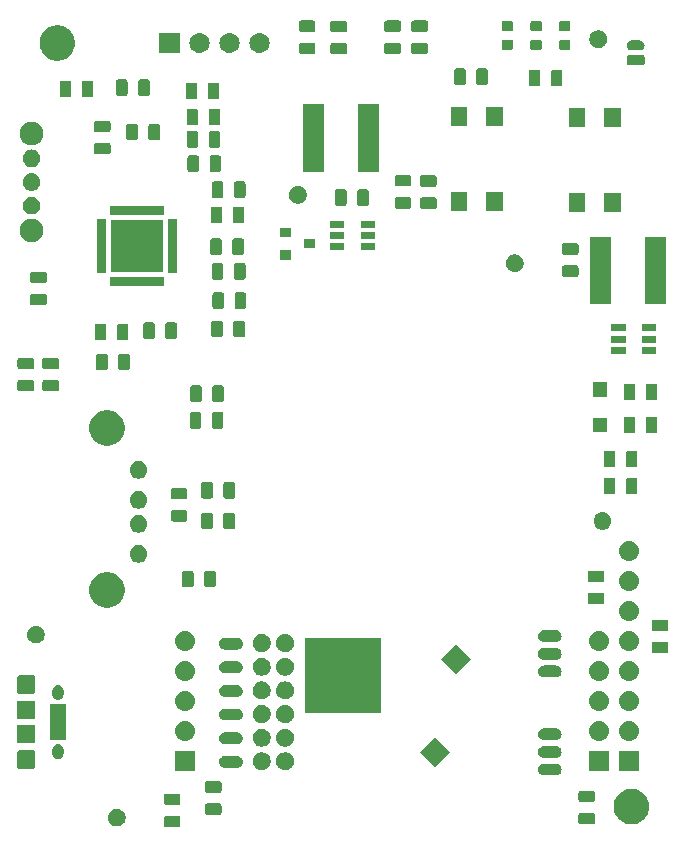
<source format=gbr>
G04 #@! TF.GenerationSoftware,KiCad,Pcbnew,(6.0.0-rc1-dev-1413-ga48e89956)*
G04 #@! TF.CreationDate,2019-10-25T11:37:15-06:00
G04 #@! TF.ProjectId,HAT_ver_6.0,4841545f-7665-4725-9f36-2e302e6b6963,5.1.1*
G04 #@! TF.SameCoordinates,Original*
G04 #@! TF.FileFunction,Soldermask,Top*
G04 #@! TF.FilePolarity,Negative*
%FSLAX46Y46*%
G04 Gerber Fmt 4.6, Leading zero omitted, Abs format (unit mm)*
G04 Created by KiCad (PCBNEW (6.0.0-rc1-dev-1413-ga48e89956)) date Friday, October 25, 2019 at 11:37:15 AM*
%MOMM*%
%LPD*%
G04 APERTURE LIST*
%ADD10C,0.100000*%
G04 APERTURE END LIST*
D10*
G36*
X144190992Y-132049176D02*
G01*
X144224883Y-132059457D01*
X144256111Y-132076148D01*
X144283485Y-132098615D01*
X144305952Y-132125989D01*
X144322643Y-132157217D01*
X144332924Y-132191108D01*
X144337000Y-132232491D01*
X144337000Y-132832709D01*
X144332924Y-132874092D01*
X144322643Y-132907983D01*
X144305952Y-132939211D01*
X144283485Y-132966585D01*
X144256111Y-132989052D01*
X144224883Y-133005743D01*
X144190992Y-133016024D01*
X144149609Y-133020100D01*
X143124391Y-133020100D01*
X143083008Y-133016024D01*
X143049117Y-133005743D01*
X143017889Y-132989052D01*
X142990515Y-132966585D01*
X142968048Y-132939211D01*
X142951357Y-132907983D01*
X142941076Y-132874092D01*
X142937000Y-132832709D01*
X142937000Y-132232491D01*
X142941076Y-132191108D01*
X142951357Y-132157217D01*
X142968048Y-132125989D01*
X142990515Y-132098615D01*
X143017889Y-132076148D01*
X143049117Y-132059457D01*
X143083008Y-132049176D01*
X143124391Y-132045100D01*
X144149609Y-132045100D01*
X144190992Y-132049176D01*
X144190992Y-132049176D01*
G37*
G36*
X139084318Y-131471411D02*
G01*
X139156767Y-131485822D01*
X139213303Y-131509240D01*
X139293257Y-131542358D01*
X139416100Y-131624439D01*
X139520561Y-131728900D01*
X139602642Y-131851743D01*
X139623347Y-131901730D01*
X139654494Y-131976924D01*
X139659178Y-131988234D01*
X139688000Y-132133130D01*
X139688000Y-132280870D01*
X139659178Y-132425766D01*
X139602642Y-132562257D01*
X139520561Y-132685100D01*
X139416100Y-132789561D01*
X139293257Y-132871642D01*
X139213303Y-132904760D01*
X139156767Y-132928178D01*
X139101300Y-132939211D01*
X139011870Y-132957000D01*
X138864130Y-132957000D01*
X138774700Y-132939211D01*
X138719233Y-132928178D01*
X138662697Y-132904760D01*
X138582743Y-132871642D01*
X138459900Y-132789561D01*
X138355439Y-132685100D01*
X138273358Y-132562257D01*
X138216822Y-132425766D01*
X138188000Y-132280870D01*
X138188000Y-132133130D01*
X138216822Y-131988234D01*
X138221507Y-131976924D01*
X138252653Y-131901730D01*
X138273358Y-131851743D01*
X138355439Y-131728900D01*
X138459900Y-131624439D01*
X138582743Y-131542358D01*
X138662697Y-131509240D01*
X138719233Y-131485822D01*
X138791682Y-131471411D01*
X138864130Y-131457000D01*
X139011870Y-131457000D01*
X139084318Y-131471411D01*
X139084318Y-131471411D01*
G37*
G36*
X179293792Y-131797476D02*
G01*
X179327683Y-131807757D01*
X179358911Y-131824448D01*
X179386285Y-131846915D01*
X179408752Y-131874289D01*
X179425443Y-131905517D01*
X179435724Y-131939408D01*
X179439800Y-131980791D01*
X179439800Y-132581009D01*
X179435724Y-132622392D01*
X179425443Y-132656283D01*
X179408752Y-132687511D01*
X179386285Y-132714885D01*
X179358911Y-132737352D01*
X179327683Y-132754043D01*
X179293792Y-132764324D01*
X179252409Y-132768400D01*
X178227191Y-132768400D01*
X178185808Y-132764324D01*
X178151917Y-132754043D01*
X178120689Y-132737352D01*
X178093315Y-132714885D01*
X178070848Y-132687511D01*
X178054157Y-132656283D01*
X178043876Y-132622392D01*
X178039800Y-132581009D01*
X178039800Y-131980791D01*
X178043876Y-131939408D01*
X178054157Y-131905517D01*
X178070848Y-131874289D01*
X178093315Y-131846915D01*
X178120689Y-131824448D01*
X178151917Y-131807757D01*
X178185808Y-131797476D01*
X178227191Y-131793400D01*
X179252409Y-131793400D01*
X179293792Y-131797476D01*
X179293792Y-131797476D01*
G37*
G36*
X182865335Y-129805629D02*
G01*
X182961934Y-129824844D01*
X183052240Y-129862250D01*
X183232593Y-129936954D01*
X183234917Y-129937917D01*
X183324343Y-129997670D01*
X183480597Y-130102076D01*
X183689524Y-130311003D01*
X183689526Y-130311006D01*
X183853683Y-130556683D01*
X183966756Y-130829666D01*
X183975743Y-130874846D01*
X184024400Y-131119461D01*
X184024400Y-131414939D01*
X183999054Y-131542359D01*
X183966756Y-131704734D01*
X183898763Y-131868883D01*
X183854012Y-131976924D01*
X183853683Y-131977717D01*
X183772901Y-132098615D01*
X183689524Y-132223397D01*
X183480597Y-132432324D01*
X183480594Y-132432326D01*
X183234917Y-132596483D01*
X182961934Y-132709556D01*
X182872623Y-132727321D01*
X182672139Y-132767200D01*
X182376661Y-132767200D01*
X182176177Y-132727321D01*
X182086866Y-132709556D01*
X181813883Y-132596483D01*
X181568206Y-132432326D01*
X181568203Y-132432324D01*
X181359276Y-132223397D01*
X181275899Y-132098615D01*
X181195117Y-131977717D01*
X181194789Y-131976924D01*
X181150037Y-131868883D01*
X181082044Y-131704734D01*
X181049746Y-131542359D01*
X181024400Y-131414939D01*
X181024400Y-131119461D01*
X181073057Y-130874846D01*
X181082044Y-130829666D01*
X181195117Y-130556683D01*
X181359274Y-130311006D01*
X181359276Y-130311003D01*
X181568203Y-130102076D01*
X181724457Y-129997670D01*
X181813883Y-129937917D01*
X181816208Y-129936954D01*
X181996560Y-129862250D01*
X182086866Y-129824844D01*
X182183465Y-129805629D01*
X182376661Y-129767200D01*
X182672139Y-129767200D01*
X182865335Y-129805629D01*
X182865335Y-129805629D01*
G37*
G36*
X147670792Y-131010076D02*
G01*
X147704683Y-131020357D01*
X147735911Y-131037048D01*
X147763285Y-131059515D01*
X147785752Y-131086889D01*
X147802443Y-131118117D01*
X147812724Y-131152008D01*
X147816800Y-131193391D01*
X147816800Y-131793609D01*
X147812724Y-131834992D01*
X147802443Y-131868883D01*
X147785752Y-131900111D01*
X147763285Y-131927485D01*
X147735911Y-131949952D01*
X147704683Y-131966643D01*
X147670792Y-131976924D01*
X147629409Y-131981000D01*
X146604191Y-131981000D01*
X146562808Y-131976924D01*
X146528917Y-131966643D01*
X146497689Y-131949952D01*
X146470315Y-131927485D01*
X146447848Y-131900111D01*
X146431157Y-131868883D01*
X146420876Y-131834992D01*
X146416800Y-131793609D01*
X146416800Y-131193391D01*
X146420876Y-131152008D01*
X146431157Y-131118117D01*
X146447848Y-131086889D01*
X146470315Y-131059515D01*
X146497689Y-131037048D01*
X146528917Y-131020357D01*
X146562808Y-131010076D01*
X146604191Y-131006000D01*
X147629409Y-131006000D01*
X147670792Y-131010076D01*
X147670792Y-131010076D01*
G37*
G36*
X144190992Y-130174176D02*
G01*
X144224883Y-130184457D01*
X144256111Y-130201148D01*
X144283485Y-130223615D01*
X144305952Y-130250989D01*
X144322643Y-130282217D01*
X144332924Y-130316108D01*
X144337000Y-130357491D01*
X144337000Y-130957709D01*
X144332924Y-130999092D01*
X144322643Y-131032983D01*
X144305952Y-131064211D01*
X144283485Y-131091585D01*
X144256111Y-131114052D01*
X144224883Y-131130743D01*
X144190992Y-131141024D01*
X144149609Y-131145100D01*
X143124391Y-131145100D01*
X143083008Y-131141024D01*
X143049117Y-131130743D01*
X143017889Y-131114052D01*
X142990515Y-131091585D01*
X142968048Y-131064211D01*
X142951357Y-131032983D01*
X142941076Y-130999092D01*
X142937000Y-130957709D01*
X142937000Y-130357491D01*
X142941076Y-130316108D01*
X142951357Y-130282217D01*
X142968048Y-130250989D01*
X142990515Y-130223615D01*
X143017889Y-130201148D01*
X143049117Y-130184457D01*
X143083008Y-130174176D01*
X143124391Y-130170100D01*
X144149609Y-130170100D01*
X144190992Y-130174176D01*
X144190992Y-130174176D01*
G37*
G36*
X179293792Y-129922476D02*
G01*
X179327683Y-129932757D01*
X179358911Y-129949448D01*
X179386285Y-129971915D01*
X179408752Y-129999289D01*
X179425443Y-130030517D01*
X179435724Y-130064408D01*
X179439800Y-130105791D01*
X179439800Y-130706009D01*
X179435724Y-130747392D01*
X179425443Y-130781283D01*
X179408752Y-130812511D01*
X179386285Y-130839885D01*
X179358911Y-130862352D01*
X179327683Y-130879043D01*
X179293792Y-130889324D01*
X179252409Y-130893400D01*
X178227191Y-130893400D01*
X178185808Y-130889324D01*
X178151917Y-130879043D01*
X178120689Y-130862352D01*
X178093315Y-130839885D01*
X178070848Y-130812511D01*
X178054157Y-130781283D01*
X178043876Y-130747392D01*
X178039800Y-130706009D01*
X178039800Y-130105791D01*
X178043876Y-130064408D01*
X178054157Y-130030517D01*
X178070848Y-129999289D01*
X178093315Y-129971915D01*
X178120689Y-129949448D01*
X178151917Y-129932757D01*
X178185808Y-129922476D01*
X178227191Y-129918400D01*
X179252409Y-129918400D01*
X179293792Y-129922476D01*
X179293792Y-129922476D01*
G37*
G36*
X147670792Y-129135076D02*
G01*
X147704683Y-129145357D01*
X147735911Y-129162048D01*
X147763285Y-129184515D01*
X147785752Y-129211889D01*
X147802443Y-129243117D01*
X147812724Y-129277008D01*
X147816800Y-129318391D01*
X147816800Y-129918609D01*
X147812724Y-129959992D01*
X147802443Y-129993883D01*
X147785752Y-130025111D01*
X147763285Y-130052485D01*
X147735911Y-130074952D01*
X147704683Y-130091643D01*
X147670792Y-130101924D01*
X147629409Y-130106000D01*
X146604191Y-130106000D01*
X146562808Y-130101924D01*
X146528917Y-130091643D01*
X146497689Y-130074952D01*
X146470315Y-130052485D01*
X146447848Y-130025111D01*
X146431157Y-129993883D01*
X146420876Y-129959992D01*
X146416800Y-129918609D01*
X146416800Y-129318391D01*
X146420876Y-129277008D01*
X146431157Y-129243117D01*
X146447848Y-129211889D01*
X146470315Y-129184515D01*
X146497689Y-129162048D01*
X146528917Y-129145357D01*
X146562808Y-129135076D01*
X146604191Y-129131000D01*
X147629409Y-129131000D01*
X147670792Y-129135076D01*
X147670792Y-129135076D01*
G37*
G36*
X176200815Y-127636034D02*
G01*
X176295068Y-127664625D01*
X176341497Y-127689443D01*
X176381929Y-127711054D01*
X176458064Y-127773536D01*
X176520546Y-127849671D01*
X176542157Y-127890103D01*
X176566975Y-127936532D01*
X176595566Y-128030785D01*
X176605219Y-128128800D01*
X176595566Y-128226815D01*
X176566975Y-128321068D01*
X176542157Y-128367497D01*
X176520546Y-128407929D01*
X176458064Y-128484064D01*
X176381929Y-128546546D01*
X176341497Y-128568157D01*
X176295068Y-128592975D01*
X176200815Y-128621566D01*
X176127364Y-128628800D01*
X175078236Y-128628800D01*
X175004785Y-128621566D01*
X174910532Y-128592975D01*
X174864103Y-128568157D01*
X174823671Y-128546546D01*
X174747536Y-128484064D01*
X174685054Y-128407929D01*
X174663443Y-128367497D01*
X174638625Y-128321068D01*
X174610034Y-128226815D01*
X174600381Y-128128800D01*
X174610034Y-128030785D01*
X174638625Y-127936532D01*
X174663443Y-127890103D01*
X174685054Y-127849671D01*
X174747536Y-127773536D01*
X174823671Y-127711054D01*
X174864103Y-127689443D01*
X174910532Y-127664625D01*
X175004785Y-127636034D01*
X175078236Y-127628800D01*
X176127364Y-127628800D01*
X176200815Y-127636034D01*
X176200815Y-127636034D01*
G37*
G36*
X183171200Y-128272000D02*
G01*
X181471200Y-128272000D01*
X181471200Y-126572000D01*
X183171200Y-126572000D01*
X183171200Y-128272000D01*
X183171200Y-128272000D01*
G37*
G36*
X180631200Y-128272000D02*
G01*
X178931200Y-128272000D01*
X178931200Y-126572000D01*
X180631200Y-126572000D01*
X180631200Y-128272000D01*
X180631200Y-128272000D01*
G37*
G36*
X145579200Y-128272000D02*
G01*
X143879200Y-128272000D01*
X143879200Y-126572000D01*
X145579200Y-126572000D01*
X145579200Y-128272000D01*
X145579200Y-128272000D01*
G37*
G36*
X153342401Y-126678800D02*
G01*
X153425267Y-126695283D01*
X153563942Y-126752724D01*
X153688750Y-126836118D01*
X153794882Y-126942250D01*
X153794884Y-126942253D01*
X153878276Y-127067058D01*
X153935717Y-127205733D01*
X153965000Y-127352950D01*
X153965000Y-127503050D01*
X153935717Y-127650267D01*
X153878276Y-127788942D01*
X153794882Y-127913750D01*
X153688750Y-128019882D01*
X153688747Y-128019884D01*
X153563942Y-128103276D01*
X153425267Y-128160717D01*
X153376195Y-128170478D01*
X153278052Y-128190000D01*
X153127948Y-128190000D01*
X153029805Y-128170478D01*
X152980733Y-128160717D01*
X152842058Y-128103276D01*
X152717253Y-128019884D01*
X152717250Y-128019882D01*
X152611118Y-127913750D01*
X152527724Y-127788942D01*
X152470283Y-127650267D01*
X152441000Y-127503050D01*
X152441000Y-127352950D01*
X152470283Y-127205733D01*
X152527724Y-127067058D01*
X152611116Y-126942253D01*
X152611118Y-126942250D01*
X152717250Y-126836118D01*
X152842058Y-126752724D01*
X152980733Y-126695283D01*
X153063599Y-126678800D01*
X153127948Y-126666000D01*
X153278052Y-126666000D01*
X153342401Y-126678800D01*
X153342401Y-126678800D01*
G37*
G36*
X151342401Y-126678800D02*
G01*
X151425267Y-126695283D01*
X151563942Y-126752724D01*
X151688750Y-126836118D01*
X151794882Y-126942250D01*
X151794884Y-126942253D01*
X151878276Y-127067058D01*
X151935717Y-127205733D01*
X151965000Y-127352950D01*
X151965000Y-127503050D01*
X151935717Y-127650267D01*
X151878276Y-127788942D01*
X151794882Y-127913750D01*
X151688750Y-128019882D01*
X151688747Y-128019884D01*
X151563942Y-128103276D01*
X151425267Y-128160717D01*
X151376195Y-128170478D01*
X151278052Y-128190000D01*
X151127948Y-128190000D01*
X151029805Y-128170478D01*
X150980733Y-128160717D01*
X150842058Y-128103276D01*
X150717253Y-128019884D01*
X150717250Y-128019882D01*
X150611118Y-127913750D01*
X150527724Y-127788942D01*
X150470283Y-127650267D01*
X150441000Y-127503050D01*
X150441000Y-127352950D01*
X150470283Y-127205733D01*
X150527724Y-127067058D01*
X150611116Y-126942253D01*
X150611118Y-126942250D01*
X150717250Y-126836118D01*
X150842058Y-126752724D01*
X150980733Y-126695283D01*
X151063599Y-126678800D01*
X151127948Y-126666000D01*
X151278052Y-126666000D01*
X151342401Y-126678800D01*
X151342401Y-126678800D01*
G37*
G36*
X131780486Y-126470638D02*
G01*
X131841342Y-126489098D01*
X131897426Y-126519076D01*
X131946582Y-126559418D01*
X131986924Y-126608574D01*
X132016902Y-126664658D01*
X132035362Y-126725514D01*
X132042200Y-126794941D01*
X132042200Y-127782659D01*
X132035362Y-127852086D01*
X132016902Y-127912942D01*
X131986924Y-127969026D01*
X131946582Y-128018182D01*
X131897426Y-128058524D01*
X131841342Y-128088502D01*
X131780486Y-128106962D01*
X131711059Y-128113800D01*
X130823341Y-128113800D01*
X130753914Y-128106962D01*
X130693058Y-128088502D01*
X130636974Y-128058524D01*
X130587818Y-128018182D01*
X130547476Y-127969026D01*
X130517498Y-127912942D01*
X130499038Y-127852086D01*
X130492200Y-127782659D01*
X130492200Y-126794941D01*
X130499038Y-126725514D01*
X130517498Y-126664658D01*
X130547476Y-126608574D01*
X130587818Y-126559418D01*
X130636974Y-126519076D01*
X130693058Y-126489098D01*
X130753914Y-126470638D01*
X130823341Y-126463800D01*
X131711059Y-126463800D01*
X131780486Y-126470638D01*
X131780486Y-126470638D01*
G37*
G36*
X149200815Y-126986034D02*
G01*
X149295068Y-127014625D01*
X149321910Y-127028973D01*
X149381929Y-127061054D01*
X149458064Y-127123536D01*
X149520546Y-127199671D01*
X149537787Y-127231927D01*
X149566975Y-127286532D01*
X149595566Y-127380785D01*
X149605219Y-127478800D01*
X149595566Y-127576815D01*
X149566975Y-127671068D01*
X149545601Y-127711054D01*
X149520546Y-127757929D01*
X149458064Y-127834064D01*
X149381929Y-127896546D01*
X149351254Y-127912942D01*
X149295068Y-127942975D01*
X149200815Y-127971566D01*
X149127364Y-127978800D01*
X148078236Y-127978800D01*
X148004785Y-127971566D01*
X147910532Y-127942975D01*
X147854346Y-127912942D01*
X147823671Y-127896546D01*
X147747536Y-127834064D01*
X147685054Y-127757929D01*
X147659999Y-127711054D01*
X147638625Y-127671068D01*
X147610034Y-127576815D01*
X147600381Y-127478800D01*
X147610034Y-127380785D01*
X147638625Y-127286532D01*
X147667813Y-127231927D01*
X147685054Y-127199671D01*
X147747536Y-127123536D01*
X147823671Y-127061054D01*
X147883690Y-127028973D01*
X147910532Y-127014625D01*
X148004785Y-126986034D01*
X148078236Y-126978800D01*
X149127364Y-126978800D01*
X149200815Y-126986034D01*
X149200815Y-126986034D01*
G37*
G36*
X167175593Y-126678800D02*
G01*
X165902800Y-127951593D01*
X164630007Y-126678800D01*
X165902800Y-125406007D01*
X167175593Y-126678800D01*
X167175593Y-126678800D01*
G37*
G36*
X134060315Y-125995673D02*
G01*
X134112880Y-126011618D01*
X134149857Y-126022835D01*
X134232368Y-126066938D01*
X134232369Y-126066939D01*
X134232373Y-126066941D01*
X134304701Y-126126299D01*
X134304702Y-126126301D01*
X134304704Y-126126302D01*
X134364060Y-126198627D01*
X134408165Y-126281142D01*
X134435327Y-126370685D01*
X134442200Y-126440467D01*
X134442200Y-126787132D01*
X134435327Y-126856915D01*
X134408165Y-126946458D01*
X134364060Y-127028973D01*
X134304701Y-127101301D01*
X134232373Y-127160660D01*
X134149858Y-127204765D01*
X134112881Y-127215982D01*
X134060316Y-127231927D01*
X133967200Y-127241098D01*
X133874085Y-127231927D01*
X133821520Y-127215982D01*
X133784543Y-127204765D01*
X133702028Y-127160660D01*
X133629700Y-127101301D01*
X133570342Y-127028974D01*
X133526234Y-126946455D01*
X133499073Y-126856915D01*
X133492200Y-126787133D01*
X133492200Y-126440468D01*
X133499073Y-126370686D01*
X133499074Y-126370684D01*
X133526234Y-126281147D01*
X133526235Y-126281143D01*
X133570338Y-126198632D01*
X133570339Y-126198631D01*
X133570341Y-126198627D01*
X133629699Y-126126299D01*
X133629701Y-126126298D01*
X133629702Y-126126296D01*
X133702027Y-126066940D01*
X133784542Y-126022835D01*
X133821519Y-126011618D01*
X133874084Y-125995673D01*
X133967200Y-125986502D01*
X134060315Y-125995673D01*
X134060315Y-125995673D01*
G37*
G36*
X176200815Y-126136034D02*
G01*
X176295068Y-126164625D01*
X176341497Y-126189443D01*
X176381929Y-126211054D01*
X176381931Y-126211055D01*
X176381930Y-126211055D01*
X176458064Y-126273536D01*
X176520545Y-126349670D01*
X176566975Y-126436532D01*
X176595566Y-126530785D01*
X176605219Y-126628800D01*
X176595566Y-126726815D01*
X176566975Y-126821068D01*
X176558931Y-126836116D01*
X176520546Y-126907929D01*
X176458064Y-126984064D01*
X176381929Y-127046546D01*
X176343554Y-127067058D01*
X176295068Y-127092975D01*
X176200815Y-127121566D01*
X176127364Y-127128800D01*
X175078236Y-127128800D01*
X175004785Y-127121566D01*
X174910532Y-127092975D01*
X174862046Y-127067058D01*
X174823671Y-127046546D01*
X174747536Y-126984064D01*
X174685054Y-126907929D01*
X174646669Y-126836116D01*
X174638625Y-126821068D01*
X174610034Y-126726815D01*
X174600381Y-126628800D01*
X174610034Y-126530785D01*
X174638625Y-126436532D01*
X174685055Y-126349670D01*
X174747536Y-126273536D01*
X174823670Y-126211055D01*
X174823669Y-126211055D01*
X174823671Y-126211054D01*
X174864103Y-126189443D01*
X174910532Y-126164625D01*
X175004785Y-126136034D01*
X175078236Y-126128800D01*
X176127364Y-126128800D01*
X176200815Y-126136034D01*
X176200815Y-126136034D01*
G37*
G36*
X151376195Y-124685522D02*
G01*
X151425267Y-124695283D01*
X151563942Y-124752724D01*
X151688750Y-124836118D01*
X151794882Y-124942250D01*
X151794884Y-124942253D01*
X151878276Y-125067058D01*
X151933206Y-125199670D01*
X151935717Y-125205734D01*
X151965000Y-125352948D01*
X151965000Y-125503052D01*
X151947273Y-125592169D01*
X151935717Y-125650267D01*
X151878276Y-125788942D01*
X151794882Y-125913750D01*
X151688750Y-126019882D01*
X151688747Y-126019884D01*
X151563942Y-126103276D01*
X151425267Y-126160717D01*
X151376195Y-126170478D01*
X151278052Y-126190000D01*
X151127948Y-126190000D01*
X151029805Y-126170478D01*
X150980733Y-126160717D01*
X150842058Y-126103276D01*
X150717253Y-126019884D01*
X150717250Y-126019882D01*
X150611118Y-125913750D01*
X150527724Y-125788942D01*
X150470283Y-125650267D01*
X150458727Y-125592169D01*
X150441000Y-125503052D01*
X150441000Y-125352948D01*
X150470283Y-125205734D01*
X150472795Y-125199670D01*
X150527724Y-125067058D01*
X150611116Y-124942253D01*
X150611118Y-124942250D01*
X150717250Y-124836118D01*
X150842058Y-124752724D01*
X150980733Y-124695283D01*
X151029805Y-124685522D01*
X151127948Y-124666000D01*
X151278052Y-124666000D01*
X151376195Y-124685522D01*
X151376195Y-124685522D01*
G37*
G36*
X153376195Y-124685522D02*
G01*
X153425267Y-124695283D01*
X153563942Y-124752724D01*
X153688750Y-124836118D01*
X153794882Y-124942250D01*
X153794884Y-124942253D01*
X153878276Y-125067058D01*
X153933206Y-125199670D01*
X153935717Y-125205734D01*
X153965000Y-125352948D01*
X153965000Y-125503052D01*
X153947273Y-125592169D01*
X153935717Y-125650267D01*
X153878276Y-125788942D01*
X153794882Y-125913750D01*
X153688750Y-126019882D01*
X153688747Y-126019884D01*
X153563942Y-126103276D01*
X153425267Y-126160717D01*
X153376195Y-126170478D01*
X153278052Y-126190000D01*
X153127948Y-126190000D01*
X153029805Y-126170478D01*
X152980733Y-126160717D01*
X152842058Y-126103276D01*
X152717253Y-126019884D01*
X152717250Y-126019882D01*
X152611118Y-125913750D01*
X152527724Y-125788942D01*
X152470283Y-125650267D01*
X152458727Y-125592169D01*
X152441000Y-125503052D01*
X152441000Y-125352948D01*
X152470283Y-125205734D01*
X152472795Y-125199670D01*
X152527724Y-125067058D01*
X152611116Y-124942253D01*
X152611118Y-124942250D01*
X152717250Y-124836118D01*
X152842058Y-124752724D01*
X152980733Y-124695283D01*
X153029805Y-124685522D01*
X153127948Y-124666000D01*
X153278052Y-124666000D01*
X153376195Y-124685522D01*
X153376195Y-124685522D01*
G37*
G36*
X149200815Y-124986034D02*
G01*
X149295068Y-125014625D01*
X149325300Y-125030785D01*
X149381929Y-125061054D01*
X149458064Y-125123536D01*
X149520546Y-125199671D01*
X149525455Y-125208855D01*
X149566975Y-125286532D01*
X149595566Y-125380785D01*
X149605219Y-125478800D01*
X149595566Y-125576815D01*
X149566975Y-125671068D01*
X149566959Y-125671097D01*
X149520546Y-125757929D01*
X149458064Y-125834064D01*
X149381929Y-125896546D01*
X149349748Y-125913747D01*
X149295068Y-125942975D01*
X149200815Y-125971566D01*
X149127364Y-125978800D01*
X148078236Y-125978800D01*
X148004785Y-125971566D01*
X147910532Y-125942975D01*
X147855852Y-125913747D01*
X147823671Y-125896546D01*
X147747536Y-125834064D01*
X147685054Y-125757929D01*
X147638641Y-125671097D01*
X147638625Y-125671068D01*
X147610034Y-125576815D01*
X147600381Y-125478800D01*
X147610034Y-125380785D01*
X147638625Y-125286532D01*
X147680145Y-125208855D01*
X147685054Y-125199671D01*
X147747536Y-125123536D01*
X147823671Y-125061054D01*
X147880300Y-125030785D01*
X147910532Y-125014625D01*
X148004785Y-124986034D01*
X148078236Y-124978800D01*
X149127364Y-124978800D01*
X149200815Y-124986034D01*
X149200815Y-124986034D01*
G37*
G36*
X132042200Y-125863800D02*
G01*
X130492200Y-125863800D01*
X130492200Y-124363800D01*
X132042200Y-124363800D01*
X132042200Y-125863800D01*
X132042200Y-125863800D01*
G37*
G36*
X182487830Y-124044299D02*
G01*
X182648055Y-124092903D01*
X182795720Y-124171831D01*
X182925149Y-124278051D01*
X183031369Y-124407480D01*
X183110297Y-124555145D01*
X183158901Y-124715370D01*
X183175312Y-124882000D01*
X183158901Y-125048630D01*
X183110297Y-125208855D01*
X183031369Y-125356520D01*
X182925149Y-125485949D01*
X182795720Y-125592169D01*
X182648055Y-125671097D01*
X182487830Y-125719701D01*
X182362952Y-125732000D01*
X182279448Y-125732000D01*
X182154570Y-125719701D01*
X181994345Y-125671097D01*
X181846680Y-125592169D01*
X181717251Y-125485949D01*
X181611031Y-125356520D01*
X181532103Y-125208855D01*
X181483499Y-125048630D01*
X181467088Y-124882000D01*
X181483499Y-124715370D01*
X181532103Y-124555145D01*
X181611031Y-124407480D01*
X181717251Y-124278051D01*
X181846680Y-124171831D01*
X181994345Y-124092903D01*
X182154570Y-124044299D01*
X182279448Y-124032000D01*
X182362952Y-124032000D01*
X182487830Y-124044299D01*
X182487830Y-124044299D01*
G37*
G36*
X179947830Y-124044299D02*
G01*
X180108055Y-124092903D01*
X180255720Y-124171831D01*
X180385149Y-124278051D01*
X180491369Y-124407480D01*
X180570297Y-124555145D01*
X180618901Y-124715370D01*
X180635312Y-124882000D01*
X180618901Y-125048630D01*
X180570297Y-125208855D01*
X180491369Y-125356520D01*
X180385149Y-125485949D01*
X180255720Y-125592169D01*
X180108055Y-125671097D01*
X179947830Y-125719701D01*
X179822952Y-125732000D01*
X179739448Y-125732000D01*
X179614570Y-125719701D01*
X179454345Y-125671097D01*
X179306680Y-125592169D01*
X179177251Y-125485949D01*
X179071031Y-125356520D01*
X178992103Y-125208855D01*
X178943499Y-125048630D01*
X178927088Y-124882000D01*
X178943499Y-124715370D01*
X178992103Y-124555145D01*
X179071031Y-124407480D01*
X179177251Y-124278051D01*
X179306680Y-124171831D01*
X179454345Y-124092903D01*
X179614570Y-124044299D01*
X179739448Y-124032000D01*
X179822952Y-124032000D01*
X179947830Y-124044299D01*
X179947830Y-124044299D01*
G37*
G36*
X144895830Y-124044299D02*
G01*
X145056055Y-124092903D01*
X145203720Y-124171831D01*
X145333149Y-124278051D01*
X145439369Y-124407480D01*
X145518297Y-124555145D01*
X145566901Y-124715370D01*
X145583312Y-124882000D01*
X145566901Y-125048630D01*
X145518297Y-125208855D01*
X145439369Y-125356520D01*
X145333149Y-125485949D01*
X145203720Y-125592169D01*
X145056055Y-125671097D01*
X144895830Y-125719701D01*
X144770952Y-125732000D01*
X144687448Y-125732000D01*
X144562570Y-125719701D01*
X144402345Y-125671097D01*
X144254680Y-125592169D01*
X144125251Y-125485949D01*
X144019031Y-125356520D01*
X143940103Y-125208855D01*
X143891499Y-125048630D01*
X143875088Y-124882000D01*
X143891499Y-124715370D01*
X143940103Y-124555145D01*
X144019031Y-124407480D01*
X144125251Y-124278051D01*
X144254680Y-124171831D01*
X144402345Y-124092903D01*
X144562570Y-124044299D01*
X144687448Y-124032000D01*
X144770952Y-124032000D01*
X144895830Y-124044299D01*
X144895830Y-124044299D01*
G37*
G36*
X134657200Y-125638800D02*
G01*
X133277200Y-125638800D01*
X133277200Y-122588800D01*
X134657200Y-122588800D01*
X134657200Y-125638800D01*
X134657200Y-125638800D01*
G37*
G36*
X176200815Y-124636034D02*
G01*
X176295068Y-124664625D01*
X176341497Y-124689443D01*
X176381929Y-124711054D01*
X176381931Y-124711055D01*
X176381930Y-124711055D01*
X176458064Y-124773536D01*
X176520545Y-124849670D01*
X176566975Y-124936532D01*
X176595566Y-125030785D01*
X176605219Y-125128800D01*
X176595566Y-125226815D01*
X176566975Y-125321068D01*
X176548025Y-125356520D01*
X176520546Y-125407929D01*
X176458064Y-125484064D01*
X176381929Y-125546546D01*
X176341497Y-125568157D01*
X176295068Y-125592975D01*
X176200815Y-125621566D01*
X176127364Y-125628800D01*
X175078236Y-125628800D01*
X175004785Y-125621566D01*
X174910532Y-125592975D01*
X174864103Y-125568157D01*
X174823671Y-125546546D01*
X174747536Y-125484064D01*
X174685054Y-125407929D01*
X174657575Y-125356520D01*
X174638625Y-125321068D01*
X174610034Y-125226815D01*
X174600381Y-125128800D01*
X174610034Y-125030785D01*
X174638625Y-124936532D01*
X174685055Y-124849670D01*
X174747536Y-124773536D01*
X174823670Y-124711055D01*
X174823669Y-124711055D01*
X174823671Y-124711054D01*
X174864103Y-124689443D01*
X174910532Y-124664625D01*
X175004785Y-124636034D01*
X175078236Y-124628800D01*
X176127364Y-124628800D01*
X176200815Y-124636034D01*
X176200815Y-124636034D01*
G37*
G36*
X153376195Y-122685522D02*
G01*
X153425267Y-122695283D01*
X153563942Y-122752724D01*
X153688750Y-122836118D01*
X153794882Y-122942250D01*
X153794884Y-122942253D01*
X153878276Y-123067058D01*
X153935717Y-123205733D01*
X153965000Y-123352950D01*
X153965000Y-123503050D01*
X153935717Y-123650267D01*
X153878276Y-123788942D01*
X153794882Y-123913750D01*
X153688750Y-124019882D01*
X153688747Y-124019884D01*
X153563942Y-124103276D01*
X153425267Y-124160717D01*
X153376195Y-124170478D01*
X153278052Y-124190000D01*
X153127948Y-124190000D01*
X153029805Y-124170478D01*
X152980733Y-124160717D01*
X152842058Y-124103276D01*
X152717253Y-124019884D01*
X152717250Y-124019882D01*
X152611118Y-123913750D01*
X152527724Y-123788942D01*
X152470283Y-123650267D01*
X152441000Y-123503050D01*
X152441000Y-123352950D01*
X152470283Y-123205733D01*
X152527724Y-123067058D01*
X152611116Y-122942253D01*
X152611118Y-122942250D01*
X152717250Y-122836118D01*
X152842058Y-122752724D01*
X152980733Y-122695283D01*
X153029805Y-122685522D01*
X153127948Y-122666000D01*
X153278052Y-122666000D01*
X153376195Y-122685522D01*
X153376195Y-122685522D01*
G37*
G36*
X151376195Y-122685522D02*
G01*
X151425267Y-122695283D01*
X151563942Y-122752724D01*
X151688750Y-122836118D01*
X151794882Y-122942250D01*
X151794884Y-122942253D01*
X151878276Y-123067058D01*
X151935717Y-123205733D01*
X151965000Y-123352950D01*
X151965000Y-123503050D01*
X151935717Y-123650267D01*
X151878276Y-123788942D01*
X151794882Y-123913750D01*
X151688750Y-124019882D01*
X151688747Y-124019884D01*
X151563942Y-124103276D01*
X151425267Y-124160717D01*
X151376195Y-124170478D01*
X151278052Y-124190000D01*
X151127948Y-124190000D01*
X151029805Y-124170478D01*
X150980733Y-124160717D01*
X150842058Y-124103276D01*
X150717253Y-124019884D01*
X150717250Y-124019882D01*
X150611118Y-123913750D01*
X150527724Y-123788942D01*
X150470283Y-123650267D01*
X150441000Y-123503050D01*
X150441000Y-123352950D01*
X150470283Y-123205733D01*
X150527724Y-123067058D01*
X150611116Y-122942253D01*
X150611118Y-122942250D01*
X150717250Y-122836118D01*
X150842058Y-122752724D01*
X150980733Y-122695283D01*
X151029805Y-122685522D01*
X151127948Y-122666000D01*
X151278052Y-122666000D01*
X151376195Y-122685522D01*
X151376195Y-122685522D01*
G37*
G36*
X149200815Y-122986034D02*
G01*
X149295068Y-123014625D01*
X149340295Y-123038800D01*
X149381929Y-123061054D01*
X149458064Y-123123536D01*
X149520546Y-123199671D01*
X149541461Y-123238800D01*
X149566975Y-123286532D01*
X149595566Y-123380785D01*
X149605219Y-123478800D01*
X149595566Y-123576815D01*
X149566975Y-123671068D01*
X149542157Y-123717497D01*
X149520546Y-123757929D01*
X149458064Y-123834064D01*
X149381929Y-123896546D01*
X149349748Y-123913747D01*
X149295068Y-123942975D01*
X149200815Y-123971566D01*
X149127364Y-123978800D01*
X148078236Y-123978800D01*
X148004785Y-123971566D01*
X147910532Y-123942975D01*
X147855852Y-123913747D01*
X147823671Y-123896546D01*
X147747536Y-123834064D01*
X147685054Y-123757929D01*
X147663443Y-123717497D01*
X147638625Y-123671068D01*
X147610034Y-123576815D01*
X147600381Y-123478800D01*
X147610034Y-123380785D01*
X147638625Y-123286532D01*
X147664139Y-123238800D01*
X147685054Y-123199671D01*
X147747536Y-123123536D01*
X147823671Y-123061054D01*
X147865305Y-123038800D01*
X147910532Y-123014625D01*
X148004785Y-122986034D01*
X148078236Y-122978800D01*
X149127364Y-122978800D01*
X149200815Y-122986034D01*
X149200815Y-122986034D01*
G37*
G36*
X132042200Y-123863800D02*
G01*
X130492200Y-123863800D01*
X130492200Y-122363800D01*
X132042200Y-122363800D01*
X132042200Y-123863800D01*
X132042200Y-123863800D01*
G37*
G36*
X161302800Y-123378800D02*
G01*
X154902800Y-123378800D01*
X154902800Y-116978800D01*
X161302800Y-116978800D01*
X161302800Y-123378800D01*
X161302800Y-123378800D01*
G37*
G36*
X179947830Y-121504299D02*
G01*
X180108055Y-121552903D01*
X180255720Y-121631831D01*
X180385149Y-121738051D01*
X180491369Y-121867480D01*
X180570297Y-122015145D01*
X180618901Y-122175370D01*
X180635312Y-122342000D01*
X180618901Y-122508630D01*
X180570297Y-122668855D01*
X180491369Y-122816520D01*
X180385149Y-122945949D01*
X180255720Y-123052169D01*
X180108055Y-123131097D01*
X179947830Y-123179701D01*
X179822952Y-123192000D01*
X179739448Y-123192000D01*
X179614570Y-123179701D01*
X179454345Y-123131097D01*
X179306680Y-123052169D01*
X179177251Y-122945949D01*
X179071031Y-122816520D01*
X178992103Y-122668855D01*
X178943499Y-122508630D01*
X178927088Y-122342000D01*
X178943499Y-122175370D01*
X178992103Y-122015145D01*
X179071031Y-121867480D01*
X179177251Y-121738051D01*
X179306680Y-121631831D01*
X179454345Y-121552903D01*
X179614570Y-121504299D01*
X179739448Y-121492000D01*
X179822952Y-121492000D01*
X179947830Y-121504299D01*
X179947830Y-121504299D01*
G37*
G36*
X182487830Y-121504299D02*
G01*
X182648055Y-121552903D01*
X182795720Y-121631831D01*
X182925149Y-121738051D01*
X183031369Y-121867480D01*
X183110297Y-122015145D01*
X183158901Y-122175370D01*
X183175312Y-122342000D01*
X183158901Y-122508630D01*
X183110297Y-122668855D01*
X183031369Y-122816520D01*
X182925149Y-122945949D01*
X182795720Y-123052169D01*
X182648055Y-123131097D01*
X182487830Y-123179701D01*
X182362952Y-123192000D01*
X182279448Y-123192000D01*
X182154570Y-123179701D01*
X181994345Y-123131097D01*
X181846680Y-123052169D01*
X181717251Y-122945949D01*
X181611031Y-122816520D01*
X181532103Y-122668855D01*
X181483499Y-122508630D01*
X181467088Y-122342000D01*
X181483499Y-122175370D01*
X181532103Y-122015145D01*
X181611031Y-121867480D01*
X181717251Y-121738051D01*
X181846680Y-121631831D01*
X181994345Y-121552903D01*
X182154570Y-121504299D01*
X182279448Y-121492000D01*
X182362952Y-121492000D01*
X182487830Y-121504299D01*
X182487830Y-121504299D01*
G37*
G36*
X144895830Y-121504299D02*
G01*
X145056055Y-121552903D01*
X145203720Y-121631831D01*
X145333149Y-121738051D01*
X145439369Y-121867480D01*
X145518297Y-122015145D01*
X145566901Y-122175370D01*
X145583312Y-122342000D01*
X145566901Y-122508630D01*
X145518297Y-122668855D01*
X145439369Y-122816520D01*
X145333149Y-122945949D01*
X145203720Y-123052169D01*
X145056055Y-123131097D01*
X144895830Y-123179701D01*
X144770952Y-123192000D01*
X144687448Y-123192000D01*
X144562570Y-123179701D01*
X144402345Y-123131097D01*
X144254680Y-123052169D01*
X144125251Y-122945949D01*
X144019031Y-122816520D01*
X143940103Y-122668855D01*
X143891499Y-122508630D01*
X143875088Y-122342000D01*
X143891499Y-122175370D01*
X143940103Y-122015145D01*
X144019031Y-121867480D01*
X144125251Y-121738051D01*
X144254680Y-121631831D01*
X144402345Y-121552903D01*
X144562570Y-121504299D01*
X144687448Y-121492000D01*
X144770952Y-121492000D01*
X144895830Y-121504299D01*
X144895830Y-121504299D01*
G37*
G36*
X134060315Y-120995673D02*
G01*
X134112880Y-121011618D01*
X134149857Y-121022835D01*
X134232368Y-121066938D01*
X134232369Y-121066939D01*
X134232373Y-121066941D01*
X134304701Y-121126299D01*
X134304702Y-121126301D01*
X134304704Y-121126302D01*
X134364060Y-121198627D01*
X134408165Y-121281142D01*
X134435327Y-121370685D01*
X134442200Y-121440467D01*
X134442200Y-121787132D01*
X134435327Y-121856915D01*
X134408165Y-121946458D01*
X134364060Y-122028973D01*
X134304701Y-122101301D01*
X134232373Y-122160660D01*
X134149858Y-122204765D01*
X134112881Y-122215982D01*
X134060316Y-122231927D01*
X133967200Y-122241098D01*
X133874085Y-122231927D01*
X133821520Y-122215982D01*
X133784543Y-122204765D01*
X133702028Y-122160660D01*
X133629700Y-122101301D01*
X133570342Y-122028974D01*
X133526234Y-121946455D01*
X133499073Y-121856915D01*
X133492200Y-121787133D01*
X133492200Y-121440468D01*
X133498078Y-121380785D01*
X133499073Y-121370685D01*
X133526234Y-121281147D01*
X133526235Y-121281143D01*
X133570338Y-121198632D01*
X133570339Y-121198631D01*
X133570341Y-121198627D01*
X133629699Y-121126299D01*
X133629701Y-121126298D01*
X133629702Y-121126296D01*
X133702027Y-121066940D01*
X133784542Y-121022835D01*
X133821519Y-121011618D01*
X133874084Y-120995673D01*
X133967200Y-120986502D01*
X134060315Y-120995673D01*
X134060315Y-120995673D01*
G37*
G36*
X153376195Y-120685522D02*
G01*
X153425267Y-120695283D01*
X153563942Y-120752724D01*
X153688750Y-120836118D01*
X153794882Y-120942250D01*
X153794884Y-120942253D01*
X153878276Y-121067058D01*
X153933206Y-121199670D01*
X153935717Y-121205734D01*
X153965000Y-121352948D01*
X153965000Y-121503052D01*
X153955084Y-121552903D01*
X153935717Y-121650267D01*
X153888690Y-121763800D01*
X153878276Y-121788942D01*
X153794882Y-121913750D01*
X153688750Y-122019882D01*
X153688747Y-122019884D01*
X153563942Y-122103276D01*
X153425267Y-122160717D01*
X153376195Y-122170478D01*
X153278052Y-122190000D01*
X153127948Y-122190000D01*
X153029805Y-122170478D01*
X152980733Y-122160717D01*
X152842058Y-122103276D01*
X152717253Y-122019884D01*
X152717250Y-122019882D01*
X152611118Y-121913750D01*
X152527724Y-121788942D01*
X152517310Y-121763800D01*
X152470283Y-121650267D01*
X152450916Y-121552903D01*
X152441000Y-121503052D01*
X152441000Y-121352948D01*
X152470283Y-121205734D01*
X152472795Y-121199670D01*
X152527724Y-121067058D01*
X152611116Y-120942253D01*
X152611118Y-120942250D01*
X152717250Y-120836118D01*
X152842058Y-120752724D01*
X152980733Y-120695283D01*
X153029805Y-120685522D01*
X153127948Y-120666000D01*
X153278052Y-120666000D01*
X153376195Y-120685522D01*
X153376195Y-120685522D01*
G37*
G36*
X151376195Y-120685522D02*
G01*
X151425267Y-120695283D01*
X151563942Y-120752724D01*
X151688750Y-120836118D01*
X151794882Y-120942250D01*
X151794884Y-120942253D01*
X151878276Y-121067058D01*
X151933206Y-121199670D01*
X151935717Y-121205734D01*
X151965000Y-121352948D01*
X151965000Y-121503052D01*
X151955084Y-121552903D01*
X151935717Y-121650267D01*
X151888690Y-121763800D01*
X151878276Y-121788942D01*
X151794882Y-121913750D01*
X151688750Y-122019882D01*
X151688747Y-122019884D01*
X151563942Y-122103276D01*
X151425267Y-122160717D01*
X151376195Y-122170478D01*
X151278052Y-122190000D01*
X151127948Y-122190000D01*
X151029805Y-122170478D01*
X150980733Y-122160717D01*
X150842058Y-122103276D01*
X150717253Y-122019884D01*
X150717250Y-122019882D01*
X150611118Y-121913750D01*
X150527724Y-121788942D01*
X150517310Y-121763800D01*
X150470283Y-121650267D01*
X150450916Y-121552903D01*
X150441000Y-121503052D01*
X150441000Y-121352948D01*
X150470283Y-121205734D01*
X150472795Y-121199670D01*
X150527724Y-121067058D01*
X150611116Y-120942253D01*
X150611118Y-120942250D01*
X150717250Y-120836118D01*
X150842058Y-120752724D01*
X150980733Y-120695283D01*
X151029805Y-120685522D01*
X151127948Y-120666000D01*
X151278052Y-120666000D01*
X151376195Y-120685522D01*
X151376195Y-120685522D01*
G37*
G36*
X149200815Y-120986034D02*
G01*
X149295068Y-121014625D01*
X149310427Y-121022835D01*
X149381929Y-121061054D01*
X149458064Y-121123536D01*
X149520546Y-121199671D01*
X149542157Y-121240103D01*
X149566975Y-121286532D01*
X149595566Y-121380785D01*
X149605219Y-121478800D01*
X149595566Y-121576815D01*
X149566975Y-121671068D01*
X149552315Y-121698494D01*
X149520546Y-121757929D01*
X149458064Y-121834064D01*
X149381929Y-121896546D01*
X149349748Y-121913747D01*
X149295068Y-121942975D01*
X149200815Y-121971566D01*
X149127364Y-121978800D01*
X148078236Y-121978800D01*
X148004785Y-121971566D01*
X147910532Y-121942975D01*
X147855852Y-121913747D01*
X147823671Y-121896546D01*
X147747536Y-121834064D01*
X147685054Y-121757929D01*
X147653285Y-121698494D01*
X147638625Y-121671068D01*
X147610034Y-121576815D01*
X147600381Y-121478800D01*
X147610034Y-121380785D01*
X147638625Y-121286532D01*
X147663443Y-121240103D01*
X147685054Y-121199671D01*
X147747536Y-121123536D01*
X147823671Y-121061054D01*
X147895173Y-121022835D01*
X147910532Y-121014625D01*
X148004785Y-120986034D01*
X148078236Y-120978800D01*
X149127364Y-120978800D01*
X149200815Y-120986034D01*
X149200815Y-120986034D01*
G37*
G36*
X131780486Y-120120638D02*
G01*
X131841342Y-120139098D01*
X131897426Y-120169076D01*
X131946582Y-120209418D01*
X131986924Y-120258574D01*
X132016902Y-120314658D01*
X132035362Y-120375514D01*
X132042200Y-120444941D01*
X132042200Y-121432659D01*
X132035362Y-121502086D01*
X132016902Y-121562942D01*
X131986924Y-121619026D01*
X131946582Y-121668182D01*
X131897426Y-121708524D01*
X131841342Y-121738502D01*
X131780486Y-121756962D01*
X131711059Y-121763800D01*
X130823341Y-121763800D01*
X130753914Y-121756962D01*
X130693058Y-121738502D01*
X130636974Y-121708524D01*
X130587818Y-121668182D01*
X130547476Y-121619026D01*
X130517498Y-121562942D01*
X130499038Y-121502086D01*
X130492200Y-121432659D01*
X130492200Y-120444941D01*
X130499038Y-120375514D01*
X130517498Y-120314658D01*
X130547476Y-120258574D01*
X130587818Y-120209418D01*
X130636974Y-120169076D01*
X130693058Y-120139098D01*
X130753914Y-120120638D01*
X130823341Y-120113800D01*
X131711059Y-120113800D01*
X131780486Y-120120638D01*
X131780486Y-120120638D01*
G37*
G36*
X179947830Y-118964299D02*
G01*
X180108055Y-119012903D01*
X180255720Y-119091831D01*
X180385149Y-119198051D01*
X180491369Y-119327480D01*
X180570297Y-119475145D01*
X180618901Y-119635370D01*
X180635312Y-119802000D01*
X180618901Y-119968630D01*
X180570297Y-120128855D01*
X180491369Y-120276520D01*
X180385149Y-120405949D01*
X180255720Y-120512169D01*
X180108055Y-120591097D01*
X179947830Y-120639701D01*
X179822952Y-120652000D01*
X179739448Y-120652000D01*
X179614570Y-120639701D01*
X179454345Y-120591097D01*
X179306680Y-120512169D01*
X179177251Y-120405949D01*
X179071031Y-120276520D01*
X178992103Y-120128855D01*
X178943499Y-119968630D01*
X178927088Y-119802000D01*
X178943499Y-119635370D01*
X178992103Y-119475145D01*
X179071031Y-119327480D01*
X179177251Y-119198051D01*
X179306680Y-119091831D01*
X179454345Y-119012903D01*
X179614570Y-118964299D01*
X179739448Y-118952000D01*
X179822952Y-118952000D01*
X179947830Y-118964299D01*
X179947830Y-118964299D01*
G37*
G36*
X182487830Y-118964299D02*
G01*
X182648055Y-119012903D01*
X182795720Y-119091831D01*
X182925149Y-119198051D01*
X183031369Y-119327480D01*
X183110297Y-119475145D01*
X183158901Y-119635370D01*
X183175312Y-119802000D01*
X183158901Y-119968630D01*
X183110297Y-120128855D01*
X183031369Y-120276520D01*
X182925149Y-120405949D01*
X182795720Y-120512169D01*
X182648055Y-120591097D01*
X182487830Y-120639701D01*
X182362952Y-120652000D01*
X182279448Y-120652000D01*
X182154570Y-120639701D01*
X181994345Y-120591097D01*
X181846680Y-120512169D01*
X181717251Y-120405949D01*
X181611031Y-120276520D01*
X181532103Y-120128855D01*
X181483499Y-119968630D01*
X181467088Y-119802000D01*
X181483499Y-119635370D01*
X181532103Y-119475145D01*
X181611031Y-119327480D01*
X181717251Y-119198051D01*
X181846680Y-119091831D01*
X181994345Y-119012903D01*
X182154570Y-118964299D01*
X182279448Y-118952000D01*
X182362952Y-118952000D01*
X182487830Y-118964299D01*
X182487830Y-118964299D01*
G37*
G36*
X144895830Y-118964299D02*
G01*
X145056055Y-119012903D01*
X145203720Y-119091831D01*
X145333149Y-119198051D01*
X145439369Y-119327480D01*
X145518297Y-119475145D01*
X145566901Y-119635370D01*
X145583312Y-119802000D01*
X145566901Y-119968630D01*
X145518297Y-120128855D01*
X145439369Y-120276520D01*
X145333149Y-120405949D01*
X145203720Y-120512169D01*
X145056055Y-120591097D01*
X144895830Y-120639701D01*
X144770952Y-120652000D01*
X144687448Y-120652000D01*
X144562570Y-120639701D01*
X144402345Y-120591097D01*
X144254680Y-120512169D01*
X144125251Y-120405949D01*
X144019031Y-120276520D01*
X143940103Y-120128855D01*
X143891499Y-119968630D01*
X143875088Y-119802000D01*
X143891499Y-119635370D01*
X143940103Y-119475145D01*
X144019031Y-119327480D01*
X144125251Y-119198051D01*
X144254680Y-119091831D01*
X144402345Y-119012903D01*
X144562570Y-118964299D01*
X144687448Y-118952000D01*
X144770952Y-118952000D01*
X144895830Y-118964299D01*
X144895830Y-118964299D01*
G37*
G36*
X176200815Y-119336034D02*
G01*
X176295068Y-119364625D01*
X176325300Y-119380785D01*
X176381929Y-119411054D01*
X176381931Y-119411055D01*
X176381930Y-119411055D01*
X176458064Y-119473536D01*
X176520545Y-119549670D01*
X176566975Y-119636532D01*
X176595566Y-119730785D01*
X176605219Y-119828800D01*
X176595566Y-119926815D01*
X176566975Y-120021068D01*
X176542157Y-120067497D01*
X176520546Y-120107929D01*
X176458064Y-120184064D01*
X176381929Y-120246546D01*
X176359426Y-120258574D01*
X176295068Y-120292975D01*
X176200815Y-120321566D01*
X176127364Y-120328800D01*
X175078236Y-120328800D01*
X175004785Y-120321566D01*
X174910532Y-120292975D01*
X174846174Y-120258574D01*
X174823671Y-120246546D01*
X174747536Y-120184064D01*
X174685054Y-120107929D01*
X174663443Y-120067497D01*
X174638625Y-120021068D01*
X174610034Y-119926815D01*
X174600381Y-119828800D01*
X174610034Y-119730785D01*
X174638625Y-119636532D01*
X174685055Y-119549670D01*
X174747536Y-119473536D01*
X174823670Y-119411055D01*
X174823669Y-119411055D01*
X174823671Y-119411054D01*
X174880300Y-119380785D01*
X174910532Y-119364625D01*
X175004785Y-119336034D01*
X175078236Y-119328800D01*
X176127364Y-119328800D01*
X176200815Y-119336034D01*
X176200815Y-119336034D01*
G37*
G36*
X153368865Y-118684064D02*
G01*
X153425267Y-118695283D01*
X153549027Y-118746546D01*
X153563942Y-118752724D01*
X153688750Y-118836118D01*
X153794882Y-118942250D01*
X153794884Y-118942253D01*
X153878276Y-119067058D01*
X153933206Y-119199670D01*
X153935717Y-119205734D01*
X153961636Y-119336035D01*
X153965000Y-119352950D01*
X153965000Y-119503050D01*
X153935717Y-119650267D01*
X153878276Y-119788942D01*
X153794882Y-119913750D01*
X153688750Y-120019882D01*
X153688747Y-120019884D01*
X153563942Y-120103276D01*
X153425267Y-120160717D01*
X153383243Y-120169076D01*
X153278052Y-120190000D01*
X153127948Y-120190000D01*
X153022757Y-120169076D01*
X152980733Y-120160717D01*
X152842058Y-120103276D01*
X152717253Y-120019884D01*
X152717250Y-120019882D01*
X152611118Y-119913750D01*
X152527724Y-119788942D01*
X152470283Y-119650267D01*
X152441000Y-119503050D01*
X152441000Y-119352950D01*
X152444365Y-119336035D01*
X152470283Y-119205734D01*
X152472795Y-119199670D01*
X152527724Y-119067058D01*
X152611116Y-118942253D01*
X152611118Y-118942250D01*
X152717250Y-118836118D01*
X152842058Y-118752724D01*
X152856973Y-118746546D01*
X152980733Y-118695283D01*
X153037135Y-118684064D01*
X153127948Y-118666000D01*
X153278052Y-118666000D01*
X153368865Y-118684064D01*
X153368865Y-118684064D01*
G37*
G36*
X151368865Y-118684064D02*
G01*
X151425267Y-118695283D01*
X151549027Y-118746546D01*
X151563942Y-118752724D01*
X151688750Y-118836118D01*
X151794882Y-118942250D01*
X151794884Y-118942253D01*
X151878276Y-119067058D01*
X151933206Y-119199670D01*
X151935717Y-119205734D01*
X151961636Y-119336035D01*
X151965000Y-119352950D01*
X151965000Y-119503050D01*
X151935717Y-119650267D01*
X151878276Y-119788942D01*
X151794882Y-119913750D01*
X151688750Y-120019882D01*
X151688747Y-120019884D01*
X151563942Y-120103276D01*
X151425267Y-120160717D01*
X151383243Y-120169076D01*
X151278052Y-120190000D01*
X151127948Y-120190000D01*
X151022757Y-120169076D01*
X150980733Y-120160717D01*
X150842058Y-120103276D01*
X150717253Y-120019884D01*
X150717250Y-120019882D01*
X150611118Y-119913750D01*
X150527724Y-119788942D01*
X150470283Y-119650267D01*
X150441000Y-119503050D01*
X150441000Y-119352950D01*
X150444365Y-119336035D01*
X150470283Y-119205734D01*
X150472795Y-119199670D01*
X150527724Y-119067058D01*
X150611116Y-118942253D01*
X150611118Y-118942250D01*
X150717250Y-118836118D01*
X150842058Y-118752724D01*
X150856973Y-118746546D01*
X150980733Y-118695283D01*
X151037135Y-118684064D01*
X151127948Y-118666000D01*
X151278052Y-118666000D01*
X151368865Y-118684064D01*
X151368865Y-118684064D01*
G37*
G36*
X168925593Y-118778800D02*
G01*
X167652800Y-120051593D01*
X166380007Y-118778800D01*
X167652800Y-117506007D01*
X168925593Y-118778800D01*
X168925593Y-118778800D01*
G37*
G36*
X149200815Y-118986034D02*
G01*
X149295068Y-119014625D01*
X149341497Y-119039443D01*
X149381929Y-119061054D01*
X149458064Y-119123536D01*
X149520546Y-119199671D01*
X149542157Y-119240103D01*
X149566975Y-119286532D01*
X149595566Y-119380785D01*
X149605219Y-119478800D01*
X149595566Y-119576815D01*
X149566975Y-119671068D01*
X149542157Y-119717497D01*
X149520546Y-119757929D01*
X149458064Y-119834064D01*
X149381929Y-119896546D01*
X149349748Y-119913747D01*
X149295068Y-119942975D01*
X149200815Y-119971566D01*
X149127364Y-119978800D01*
X148078236Y-119978800D01*
X148004785Y-119971566D01*
X147910532Y-119942975D01*
X147855852Y-119913747D01*
X147823671Y-119896546D01*
X147747536Y-119834064D01*
X147685054Y-119757929D01*
X147663443Y-119717497D01*
X147638625Y-119671068D01*
X147610034Y-119576815D01*
X147600381Y-119478800D01*
X147610034Y-119380785D01*
X147638625Y-119286532D01*
X147663443Y-119240103D01*
X147685054Y-119199671D01*
X147747536Y-119123536D01*
X147823671Y-119061054D01*
X147864103Y-119039443D01*
X147910532Y-119014625D01*
X148004785Y-118986034D01*
X148078236Y-118978800D01*
X149127364Y-118978800D01*
X149200815Y-118986034D01*
X149200815Y-118986034D01*
G37*
G36*
X176200815Y-117836034D02*
G01*
X176295068Y-117864625D01*
X176341497Y-117889443D01*
X176381929Y-117911054D01*
X176458064Y-117973536D01*
X176496101Y-118019884D01*
X176520545Y-118049670D01*
X176566975Y-118136532D01*
X176595566Y-118230785D01*
X176605219Y-118328800D01*
X176595566Y-118426815D01*
X176566975Y-118521068D01*
X176542157Y-118567497D01*
X176520546Y-118607929D01*
X176458064Y-118684064D01*
X176381929Y-118746546D01*
X176341497Y-118768157D01*
X176295068Y-118792975D01*
X176200815Y-118821566D01*
X176127364Y-118828800D01*
X175078236Y-118828800D01*
X175004785Y-118821566D01*
X174910532Y-118792975D01*
X174864103Y-118768157D01*
X174823671Y-118746546D01*
X174747536Y-118684064D01*
X174685054Y-118607929D01*
X174663443Y-118567497D01*
X174638625Y-118521068D01*
X174610034Y-118426815D01*
X174600381Y-118328800D01*
X174610034Y-118230785D01*
X174638625Y-118136532D01*
X174685055Y-118049670D01*
X174709500Y-118019884D01*
X174747536Y-117973536D01*
X174823671Y-117911054D01*
X174864103Y-117889443D01*
X174910532Y-117864625D01*
X175004785Y-117836034D01*
X175078236Y-117828800D01*
X176127364Y-117828800D01*
X176200815Y-117836034D01*
X176200815Y-117836034D01*
G37*
G36*
X185491392Y-117319476D02*
G01*
X185525283Y-117329757D01*
X185556511Y-117346448D01*
X185583885Y-117368915D01*
X185606352Y-117396289D01*
X185623043Y-117427517D01*
X185633324Y-117461408D01*
X185637400Y-117502791D01*
X185637400Y-118103009D01*
X185633324Y-118144392D01*
X185623043Y-118178283D01*
X185606352Y-118209511D01*
X185583885Y-118236885D01*
X185556511Y-118259352D01*
X185525283Y-118276043D01*
X185491392Y-118286324D01*
X185450009Y-118290400D01*
X184424791Y-118290400D01*
X184383408Y-118286324D01*
X184349517Y-118276043D01*
X184318289Y-118259352D01*
X184290915Y-118236885D01*
X184268448Y-118209511D01*
X184251757Y-118178283D01*
X184241476Y-118144392D01*
X184237400Y-118103009D01*
X184237400Y-117502791D01*
X184241476Y-117461408D01*
X184251757Y-117427517D01*
X184268448Y-117396289D01*
X184290915Y-117368915D01*
X184318289Y-117346448D01*
X184349517Y-117329757D01*
X184383408Y-117319476D01*
X184424791Y-117315400D01*
X185450009Y-117315400D01*
X185491392Y-117319476D01*
X185491392Y-117319476D01*
G37*
G36*
X153376195Y-116685522D02*
G01*
X153425267Y-116695283D01*
X153563942Y-116752724D01*
X153688750Y-116836118D01*
X153794882Y-116942250D01*
X153794884Y-116942253D01*
X153878276Y-117067058D01*
X153933206Y-117199670D01*
X153935717Y-117205734D01*
X153965000Y-117352948D01*
X153965000Y-117503052D01*
X153945478Y-117601195D01*
X153935717Y-117650267D01*
X153878276Y-117788942D01*
X153794882Y-117913750D01*
X153688750Y-118019882D01*
X153688747Y-118019884D01*
X153563942Y-118103276D01*
X153425267Y-118160717D01*
X153376195Y-118170478D01*
X153278052Y-118190000D01*
X153127948Y-118190000D01*
X153029805Y-118170478D01*
X152980733Y-118160717D01*
X152842058Y-118103276D01*
X152717253Y-118019884D01*
X152717250Y-118019882D01*
X152611118Y-117913750D01*
X152527724Y-117788942D01*
X152470283Y-117650267D01*
X152460522Y-117601195D01*
X152441000Y-117503052D01*
X152441000Y-117352948D01*
X152470283Y-117205734D01*
X152472795Y-117199670D01*
X152527724Y-117067058D01*
X152611116Y-116942253D01*
X152611118Y-116942250D01*
X152717250Y-116836118D01*
X152842058Y-116752724D01*
X152980733Y-116695283D01*
X153029805Y-116685522D01*
X153127948Y-116666000D01*
X153278052Y-116666000D01*
X153376195Y-116685522D01*
X153376195Y-116685522D01*
G37*
G36*
X151376195Y-116685522D02*
G01*
X151425267Y-116695283D01*
X151563942Y-116752724D01*
X151688750Y-116836118D01*
X151794882Y-116942250D01*
X151794884Y-116942253D01*
X151878276Y-117067058D01*
X151933206Y-117199670D01*
X151935717Y-117205734D01*
X151965000Y-117352948D01*
X151965000Y-117503052D01*
X151945478Y-117601195D01*
X151935717Y-117650267D01*
X151878276Y-117788942D01*
X151794882Y-117913750D01*
X151688750Y-118019882D01*
X151688747Y-118019884D01*
X151563942Y-118103276D01*
X151425267Y-118160717D01*
X151376195Y-118170478D01*
X151278052Y-118190000D01*
X151127948Y-118190000D01*
X151029805Y-118170478D01*
X150980733Y-118160717D01*
X150842058Y-118103276D01*
X150717253Y-118019884D01*
X150717250Y-118019882D01*
X150611118Y-117913750D01*
X150527724Y-117788942D01*
X150470283Y-117650267D01*
X150460522Y-117601195D01*
X150441000Y-117503052D01*
X150441000Y-117352948D01*
X150470283Y-117205734D01*
X150472795Y-117199670D01*
X150527724Y-117067058D01*
X150611116Y-116942253D01*
X150611118Y-116942250D01*
X150717250Y-116836118D01*
X150842058Y-116752724D01*
X150980733Y-116695283D01*
X151029805Y-116685522D01*
X151127948Y-116666000D01*
X151278052Y-116666000D01*
X151376195Y-116685522D01*
X151376195Y-116685522D01*
G37*
G36*
X179947830Y-116424299D02*
G01*
X180108055Y-116472903D01*
X180255720Y-116551831D01*
X180385149Y-116658051D01*
X180491369Y-116787480D01*
X180570297Y-116935145D01*
X180618901Y-117095370D01*
X180635312Y-117262000D01*
X180618901Y-117428630D01*
X180570297Y-117588855D01*
X180491369Y-117736520D01*
X180385149Y-117865949D01*
X180255720Y-117972169D01*
X180108055Y-118051097D01*
X179947830Y-118099701D01*
X179822952Y-118112000D01*
X179739448Y-118112000D01*
X179614570Y-118099701D01*
X179454345Y-118051097D01*
X179306680Y-117972169D01*
X179177251Y-117865949D01*
X179071031Y-117736520D01*
X178992103Y-117588855D01*
X178943499Y-117428630D01*
X178927088Y-117262000D01*
X178943499Y-117095370D01*
X178992103Y-116935145D01*
X179071031Y-116787480D01*
X179177251Y-116658051D01*
X179306680Y-116551831D01*
X179454345Y-116472903D01*
X179614570Y-116424299D01*
X179739448Y-116412000D01*
X179822952Y-116412000D01*
X179947830Y-116424299D01*
X179947830Y-116424299D01*
G37*
G36*
X144895830Y-116424299D02*
G01*
X145056055Y-116472903D01*
X145203720Y-116551831D01*
X145333149Y-116658051D01*
X145439369Y-116787480D01*
X145518297Y-116935145D01*
X145566901Y-117095370D01*
X145583312Y-117262000D01*
X145566901Y-117428630D01*
X145518297Y-117588855D01*
X145439369Y-117736520D01*
X145333149Y-117865949D01*
X145203720Y-117972169D01*
X145056055Y-118051097D01*
X144895830Y-118099701D01*
X144770952Y-118112000D01*
X144687448Y-118112000D01*
X144562570Y-118099701D01*
X144402345Y-118051097D01*
X144254680Y-117972169D01*
X144125251Y-117865949D01*
X144019031Y-117736520D01*
X143940103Y-117588855D01*
X143891499Y-117428630D01*
X143875088Y-117262000D01*
X143891499Y-117095370D01*
X143940103Y-116935145D01*
X144019031Y-116787480D01*
X144125251Y-116658051D01*
X144254680Y-116551831D01*
X144402345Y-116472903D01*
X144562570Y-116424299D01*
X144687448Y-116412000D01*
X144770952Y-116412000D01*
X144895830Y-116424299D01*
X144895830Y-116424299D01*
G37*
G36*
X182487830Y-116424299D02*
G01*
X182648055Y-116472903D01*
X182795720Y-116551831D01*
X182925149Y-116658051D01*
X183031369Y-116787480D01*
X183110297Y-116935145D01*
X183158901Y-117095370D01*
X183175312Y-117262000D01*
X183158901Y-117428630D01*
X183110297Y-117588855D01*
X183031369Y-117736520D01*
X182925149Y-117865949D01*
X182795720Y-117972169D01*
X182648055Y-118051097D01*
X182487830Y-118099701D01*
X182362952Y-118112000D01*
X182279448Y-118112000D01*
X182154570Y-118099701D01*
X181994345Y-118051097D01*
X181846680Y-117972169D01*
X181717251Y-117865949D01*
X181611031Y-117736520D01*
X181532103Y-117588855D01*
X181483499Y-117428630D01*
X181467088Y-117262000D01*
X181483499Y-117095370D01*
X181532103Y-116935145D01*
X181611031Y-116787480D01*
X181717251Y-116658051D01*
X181846680Y-116551831D01*
X181994345Y-116472903D01*
X182154570Y-116424299D01*
X182279448Y-116412000D01*
X182362952Y-116412000D01*
X182487830Y-116424299D01*
X182487830Y-116424299D01*
G37*
G36*
X149200815Y-116986034D02*
G01*
X149295068Y-117014625D01*
X149341497Y-117039443D01*
X149381929Y-117061054D01*
X149458064Y-117123536D01*
X149520546Y-117199671D01*
X149542157Y-117240103D01*
X149566975Y-117286532D01*
X149595566Y-117380785D01*
X149605219Y-117478800D01*
X149595566Y-117576815D01*
X149566975Y-117671068D01*
X149542157Y-117717497D01*
X149520546Y-117757929D01*
X149458064Y-117834064D01*
X149381929Y-117896546D01*
X149349748Y-117913747D01*
X149295068Y-117942975D01*
X149200815Y-117971566D01*
X149127364Y-117978800D01*
X148078236Y-117978800D01*
X148004785Y-117971566D01*
X147910532Y-117942975D01*
X147855852Y-117913747D01*
X147823671Y-117896546D01*
X147747536Y-117834064D01*
X147685054Y-117757929D01*
X147663443Y-117717497D01*
X147638625Y-117671068D01*
X147610034Y-117576815D01*
X147600381Y-117478800D01*
X147610034Y-117380785D01*
X147638625Y-117286532D01*
X147663443Y-117240103D01*
X147685054Y-117199671D01*
X147747536Y-117123536D01*
X147823671Y-117061054D01*
X147864103Y-117039443D01*
X147910532Y-117014625D01*
X148004785Y-116986034D01*
X148078236Y-116978800D01*
X149127364Y-116978800D01*
X149200815Y-116986034D01*
X149200815Y-116986034D01*
G37*
G36*
X132251718Y-115977411D02*
G01*
X132324167Y-115991822D01*
X132380703Y-116015240D01*
X132460657Y-116048358D01*
X132583500Y-116130439D01*
X132687961Y-116234900D01*
X132770042Y-116357743D01*
X132786239Y-116396846D01*
X132817743Y-116472903D01*
X132826578Y-116494234D01*
X132855400Y-116639130D01*
X132855400Y-116786870D01*
X132855278Y-116787481D01*
X132826578Y-116931767D01*
X132807096Y-116978800D01*
X132770042Y-117068257D01*
X132687961Y-117191100D01*
X132583500Y-117295561D01*
X132460657Y-117377642D01*
X132380703Y-117410760D01*
X132324167Y-117434178D01*
X132251718Y-117448589D01*
X132179270Y-117463000D01*
X132031530Y-117463000D01*
X131959082Y-117448589D01*
X131886633Y-117434178D01*
X131830097Y-117410760D01*
X131750143Y-117377642D01*
X131627300Y-117295561D01*
X131522839Y-117191100D01*
X131440758Y-117068257D01*
X131403704Y-116978800D01*
X131384222Y-116931767D01*
X131355522Y-116787481D01*
X131355400Y-116786870D01*
X131355400Y-116639130D01*
X131384222Y-116494234D01*
X131393058Y-116472903D01*
X131424561Y-116396846D01*
X131440758Y-116357743D01*
X131522839Y-116234900D01*
X131627300Y-116130439D01*
X131750143Y-116048358D01*
X131830097Y-116015240D01*
X131886633Y-115991822D01*
X131959082Y-115977411D01*
X132031530Y-115963000D01*
X132179270Y-115963000D01*
X132251718Y-115977411D01*
X132251718Y-115977411D01*
G37*
G36*
X176200815Y-116336034D02*
G01*
X176295068Y-116364625D01*
X176341497Y-116389443D01*
X176381929Y-116411054D01*
X176458064Y-116473536D01*
X176520546Y-116549671D01*
X176521701Y-116551832D01*
X176566975Y-116636532D01*
X176595566Y-116730785D01*
X176605219Y-116828800D01*
X176595566Y-116926815D01*
X176566975Y-117021068D01*
X176545601Y-117061054D01*
X176520546Y-117107929D01*
X176458064Y-117184064D01*
X176381929Y-117246546D01*
X176353017Y-117262000D01*
X176295068Y-117292975D01*
X176200815Y-117321566D01*
X176127364Y-117328800D01*
X175078236Y-117328800D01*
X175004785Y-117321566D01*
X174910532Y-117292975D01*
X174852583Y-117262000D01*
X174823671Y-117246546D01*
X174747536Y-117184064D01*
X174685054Y-117107929D01*
X174659999Y-117061054D01*
X174638625Y-117021068D01*
X174610034Y-116926815D01*
X174600381Y-116828800D01*
X174610034Y-116730785D01*
X174638625Y-116636532D01*
X174683899Y-116551832D01*
X174685054Y-116549671D01*
X174747536Y-116473536D01*
X174823671Y-116411054D01*
X174864103Y-116389443D01*
X174910532Y-116364625D01*
X175004785Y-116336034D01*
X175078236Y-116328800D01*
X176127364Y-116328800D01*
X176200815Y-116336034D01*
X176200815Y-116336034D01*
G37*
G36*
X185491392Y-115444476D02*
G01*
X185525283Y-115454757D01*
X185556511Y-115471448D01*
X185583885Y-115493915D01*
X185606352Y-115521289D01*
X185623043Y-115552517D01*
X185633324Y-115586408D01*
X185637400Y-115627791D01*
X185637400Y-116228009D01*
X185633324Y-116269392D01*
X185623043Y-116303283D01*
X185606352Y-116334511D01*
X185583885Y-116361885D01*
X185556511Y-116384352D01*
X185525283Y-116401043D01*
X185491392Y-116411324D01*
X185450009Y-116415400D01*
X184424791Y-116415400D01*
X184383408Y-116411324D01*
X184349517Y-116401043D01*
X184318289Y-116384352D01*
X184290915Y-116361885D01*
X184268448Y-116334511D01*
X184251757Y-116303283D01*
X184241476Y-116269392D01*
X184237400Y-116228009D01*
X184237400Y-115627791D01*
X184241476Y-115586408D01*
X184251757Y-115552517D01*
X184268448Y-115521289D01*
X184290915Y-115493915D01*
X184318289Y-115471448D01*
X184349517Y-115454757D01*
X184383408Y-115444476D01*
X184424791Y-115440400D01*
X185450009Y-115440400D01*
X185491392Y-115444476D01*
X185491392Y-115444476D01*
G37*
G36*
X182487830Y-113884299D02*
G01*
X182648055Y-113932903D01*
X182795720Y-114011831D01*
X182925149Y-114118051D01*
X183031369Y-114247480D01*
X183110297Y-114395145D01*
X183158901Y-114555370D01*
X183175312Y-114722000D01*
X183158901Y-114888630D01*
X183110297Y-115048855D01*
X183031369Y-115196520D01*
X182925149Y-115325949D01*
X182795720Y-115432169D01*
X182648055Y-115511097D01*
X182487830Y-115559701D01*
X182362952Y-115572000D01*
X182279448Y-115572000D01*
X182154570Y-115559701D01*
X181994345Y-115511097D01*
X181846680Y-115432169D01*
X181717251Y-115325949D01*
X181611031Y-115196520D01*
X181532103Y-115048855D01*
X181483499Y-114888630D01*
X181467088Y-114722000D01*
X181483499Y-114555370D01*
X181532103Y-114395145D01*
X181611031Y-114247480D01*
X181717251Y-114118051D01*
X181846680Y-114011831D01*
X181994345Y-113932903D01*
X182154570Y-113884299D01*
X182279448Y-113872000D01*
X182362952Y-113872000D01*
X182487830Y-113884299D01*
X182487830Y-113884299D01*
G37*
G36*
X138453612Y-111464471D02*
G01*
X138562696Y-111486169D01*
X138620704Y-111510197D01*
X138835654Y-111599232D01*
X139081314Y-111763377D01*
X139290223Y-111972286D01*
X139454368Y-112217946D01*
X139508499Y-112348630D01*
X139567431Y-112490904D01*
X139574533Y-112526609D01*
X139625070Y-112780674D01*
X139625070Y-113076126D01*
X139567431Y-113365895D01*
X139454368Y-113638854D01*
X139290223Y-113884514D01*
X139081314Y-114093423D01*
X138835654Y-114257568D01*
X138675759Y-114323798D01*
X138562696Y-114370631D01*
X138466105Y-114389844D01*
X138272926Y-114428270D01*
X137977474Y-114428270D01*
X137784295Y-114389844D01*
X137687704Y-114370631D01*
X137574641Y-114323798D01*
X137414746Y-114257568D01*
X137169086Y-114093423D01*
X136960177Y-113884514D01*
X136796032Y-113638854D01*
X136682969Y-113365895D01*
X136625330Y-113076126D01*
X136625330Y-112780674D01*
X136675867Y-112526609D01*
X136682969Y-112490904D01*
X136741901Y-112348630D01*
X136796032Y-112217946D01*
X136960177Y-111972286D01*
X137169086Y-111763377D01*
X137414746Y-111599232D01*
X137629696Y-111510197D01*
X137687704Y-111486169D01*
X137796788Y-111464471D01*
X137977474Y-111428530D01*
X138272926Y-111428530D01*
X138453612Y-111464471D01*
X138453612Y-111464471D01*
G37*
G36*
X180081192Y-113179276D02*
G01*
X180115083Y-113189557D01*
X180146311Y-113206248D01*
X180173685Y-113228715D01*
X180196152Y-113256089D01*
X180212843Y-113287317D01*
X180223124Y-113321208D01*
X180227200Y-113362591D01*
X180227200Y-113962809D01*
X180223124Y-114004192D01*
X180212843Y-114038083D01*
X180196152Y-114069311D01*
X180173685Y-114096685D01*
X180146311Y-114119152D01*
X180115083Y-114135843D01*
X180081192Y-114146124D01*
X180039809Y-114150200D01*
X179014591Y-114150200D01*
X178973208Y-114146124D01*
X178939317Y-114135843D01*
X178908089Y-114119152D01*
X178880715Y-114096685D01*
X178858248Y-114069311D01*
X178841557Y-114038083D01*
X178831276Y-114004192D01*
X178827200Y-113962809D01*
X178827200Y-113362591D01*
X178831276Y-113321208D01*
X178841557Y-113287317D01*
X178858248Y-113256089D01*
X178880715Y-113228715D01*
X178908089Y-113206248D01*
X178939317Y-113189557D01*
X178973208Y-113179276D01*
X179014591Y-113175200D01*
X180039809Y-113175200D01*
X180081192Y-113179276D01*
X180081192Y-113179276D01*
G37*
G36*
X182487830Y-111344299D02*
G01*
X182648055Y-111392903D01*
X182795720Y-111471831D01*
X182925149Y-111578051D01*
X183031369Y-111707480D01*
X183110297Y-111855145D01*
X183158901Y-112015370D01*
X183175312Y-112182000D01*
X183158901Y-112348630D01*
X183110297Y-112508855D01*
X183031369Y-112656520D01*
X182925149Y-112785949D01*
X182795720Y-112892169D01*
X182648055Y-112971097D01*
X182487830Y-113019701D01*
X182362952Y-113032000D01*
X182279448Y-113032000D01*
X182154570Y-113019701D01*
X181994345Y-112971097D01*
X181846680Y-112892169D01*
X181717251Y-112785949D01*
X181611031Y-112656520D01*
X181532103Y-112508855D01*
X181483499Y-112348630D01*
X181467088Y-112182000D01*
X181483499Y-112015370D01*
X181532103Y-111855145D01*
X181611031Y-111707480D01*
X181717251Y-111578051D01*
X181846680Y-111471831D01*
X181994345Y-111392903D01*
X182154570Y-111344299D01*
X182279448Y-111332000D01*
X182362952Y-111332000D01*
X182487830Y-111344299D01*
X182487830Y-111344299D01*
G37*
G36*
X147176592Y-111318076D02*
G01*
X147210483Y-111328357D01*
X147241711Y-111345048D01*
X147269085Y-111367515D01*
X147291552Y-111394889D01*
X147308243Y-111426117D01*
X147318524Y-111460008D01*
X147322600Y-111501391D01*
X147322600Y-112526609D01*
X147318524Y-112567992D01*
X147308243Y-112601883D01*
X147291552Y-112633111D01*
X147269085Y-112660485D01*
X147241711Y-112682952D01*
X147210483Y-112699643D01*
X147176592Y-112709924D01*
X147135209Y-112714000D01*
X146534991Y-112714000D01*
X146493608Y-112709924D01*
X146459717Y-112699643D01*
X146428489Y-112682952D01*
X146401115Y-112660485D01*
X146378648Y-112633111D01*
X146361957Y-112601883D01*
X146351676Y-112567992D01*
X146347600Y-112526609D01*
X146347600Y-111501391D01*
X146351676Y-111460008D01*
X146361957Y-111426117D01*
X146378648Y-111394889D01*
X146401115Y-111367515D01*
X146428489Y-111345048D01*
X146459717Y-111328357D01*
X146493608Y-111318076D01*
X146534991Y-111314000D01*
X147135209Y-111314000D01*
X147176592Y-111318076D01*
X147176592Y-111318076D01*
G37*
G36*
X145301592Y-111318076D02*
G01*
X145335483Y-111328357D01*
X145366711Y-111345048D01*
X145394085Y-111367515D01*
X145416552Y-111394889D01*
X145433243Y-111426117D01*
X145443524Y-111460008D01*
X145447600Y-111501391D01*
X145447600Y-112526609D01*
X145443524Y-112567992D01*
X145433243Y-112601883D01*
X145416552Y-112633111D01*
X145394085Y-112660485D01*
X145366711Y-112682952D01*
X145335483Y-112699643D01*
X145301592Y-112709924D01*
X145260209Y-112714000D01*
X144659991Y-112714000D01*
X144618608Y-112709924D01*
X144584717Y-112699643D01*
X144553489Y-112682952D01*
X144526115Y-112660485D01*
X144503648Y-112633111D01*
X144486957Y-112601883D01*
X144476676Y-112567992D01*
X144472600Y-112526609D01*
X144472600Y-111501391D01*
X144476676Y-111460008D01*
X144486957Y-111426117D01*
X144503648Y-111394889D01*
X144526115Y-111367515D01*
X144553489Y-111345048D01*
X144584717Y-111328357D01*
X144618608Y-111318076D01*
X144659991Y-111314000D01*
X145260209Y-111314000D01*
X145301592Y-111318076D01*
X145301592Y-111318076D01*
G37*
G36*
X180081192Y-111304276D02*
G01*
X180115083Y-111314557D01*
X180146311Y-111331248D01*
X180173685Y-111353715D01*
X180196152Y-111381089D01*
X180212843Y-111412317D01*
X180223124Y-111446208D01*
X180227200Y-111487591D01*
X180227200Y-112087809D01*
X180223124Y-112129192D01*
X180212843Y-112163083D01*
X180196152Y-112194311D01*
X180173685Y-112221685D01*
X180146311Y-112244152D01*
X180115083Y-112260843D01*
X180081192Y-112271124D01*
X180039809Y-112275200D01*
X179014591Y-112275200D01*
X178973208Y-112271124D01*
X178939317Y-112260843D01*
X178908089Y-112244152D01*
X178880715Y-112221685D01*
X178858248Y-112194311D01*
X178841557Y-112163083D01*
X178831276Y-112129192D01*
X178827200Y-112087809D01*
X178827200Y-111487591D01*
X178831276Y-111446208D01*
X178841557Y-111412317D01*
X178858248Y-111381089D01*
X178880715Y-111353715D01*
X178908089Y-111331248D01*
X178939317Y-111314557D01*
X178973208Y-111304276D01*
X179014591Y-111300200D01*
X180039809Y-111300200D01*
X180081192Y-111304276D01*
X180081192Y-111304276D01*
G37*
G36*
X141011133Y-109158673D02*
G01*
X141147727Y-109215252D01*
X141270664Y-109297396D01*
X141375204Y-109401936D01*
X141457348Y-109524873D01*
X141513927Y-109661467D01*
X141542770Y-109806474D01*
X141542770Y-109954326D01*
X141513927Y-110099333D01*
X141457348Y-110235927D01*
X141375204Y-110358864D01*
X141270664Y-110463404D01*
X141147727Y-110545548D01*
X141011133Y-110602127D01*
X140866126Y-110630970D01*
X140718274Y-110630970D01*
X140573267Y-110602127D01*
X140436673Y-110545548D01*
X140313736Y-110463404D01*
X140209196Y-110358864D01*
X140127052Y-110235927D01*
X140070473Y-110099333D01*
X140041630Y-109954326D01*
X140041630Y-109806474D01*
X140070473Y-109661467D01*
X140127052Y-109524873D01*
X140209196Y-109401936D01*
X140313736Y-109297396D01*
X140436673Y-109215252D01*
X140573267Y-109158673D01*
X140718274Y-109129830D01*
X140866126Y-109129830D01*
X141011133Y-109158673D01*
X141011133Y-109158673D01*
G37*
G36*
X182487830Y-108804299D02*
G01*
X182648055Y-108852903D01*
X182795720Y-108931831D01*
X182925149Y-109038051D01*
X183031369Y-109167480D01*
X183110297Y-109315145D01*
X183158901Y-109475370D01*
X183175312Y-109642000D01*
X183158901Y-109808630D01*
X183110297Y-109968855D01*
X183031369Y-110116520D01*
X182925149Y-110245949D01*
X182795720Y-110352169D01*
X182648055Y-110431097D01*
X182487830Y-110479701D01*
X182362952Y-110492000D01*
X182279448Y-110492000D01*
X182154570Y-110479701D01*
X181994345Y-110431097D01*
X181846680Y-110352169D01*
X181717251Y-110245949D01*
X181611031Y-110116520D01*
X181532103Y-109968855D01*
X181483499Y-109808630D01*
X181467088Y-109642000D01*
X181483499Y-109475370D01*
X181532103Y-109315145D01*
X181611031Y-109167480D01*
X181717251Y-109038051D01*
X181846680Y-108931831D01*
X181994345Y-108852903D01*
X182154570Y-108804299D01*
X182279448Y-108792000D01*
X182362952Y-108792000D01*
X182487830Y-108804299D01*
X182487830Y-108804299D01*
G37*
G36*
X141011133Y-106618673D02*
G01*
X141147727Y-106675252D01*
X141270664Y-106757396D01*
X141375204Y-106861936D01*
X141457348Y-106984873D01*
X141513927Y-107121467D01*
X141542770Y-107266474D01*
X141542770Y-107414326D01*
X141513927Y-107559333D01*
X141457348Y-107695927D01*
X141375204Y-107818864D01*
X141270664Y-107923404D01*
X141147727Y-108005548D01*
X141011133Y-108062127D01*
X140866126Y-108090970D01*
X140718274Y-108090970D01*
X140573267Y-108062127D01*
X140436673Y-108005548D01*
X140313736Y-107923404D01*
X140209196Y-107818864D01*
X140127052Y-107695927D01*
X140070473Y-107559333D01*
X140041630Y-107414326D01*
X140041630Y-107266474D01*
X140070473Y-107121467D01*
X140127052Y-106984873D01*
X140209196Y-106861936D01*
X140313736Y-106757396D01*
X140436673Y-106675252D01*
X140573267Y-106618673D01*
X140718274Y-106589830D01*
X140866126Y-106589830D01*
X141011133Y-106618673D01*
X141011133Y-106618673D01*
G37*
G36*
X180206918Y-106350811D02*
G01*
X180279367Y-106365222D01*
X180330495Y-106386400D01*
X180415857Y-106421758D01*
X180538700Y-106503839D01*
X180643161Y-106608300D01*
X180725242Y-106731143D01*
X180781778Y-106867634D01*
X180805099Y-106984873D01*
X180810600Y-107012531D01*
X180810600Y-107160269D01*
X180789475Y-107266474D01*
X180781778Y-107305166D01*
X180725242Y-107441657D01*
X180643161Y-107564500D01*
X180538700Y-107668961D01*
X180415857Y-107751042D01*
X180341803Y-107781716D01*
X180279367Y-107807578D01*
X180222628Y-107818864D01*
X180134470Y-107836400D01*
X179986730Y-107836400D01*
X179898572Y-107818864D01*
X179841833Y-107807578D01*
X179779397Y-107781716D01*
X179705343Y-107751042D01*
X179582500Y-107668961D01*
X179478039Y-107564500D01*
X179395958Y-107441657D01*
X179339422Y-107305166D01*
X179331726Y-107266474D01*
X179310600Y-107160269D01*
X179310600Y-107012531D01*
X179316102Y-106984873D01*
X179339422Y-106867634D01*
X179395958Y-106731143D01*
X179478039Y-106608300D01*
X179582500Y-106503839D01*
X179705343Y-106421758D01*
X179790705Y-106386400D01*
X179841833Y-106365222D01*
X179914282Y-106350811D01*
X179986730Y-106336400D01*
X180134470Y-106336400D01*
X180206918Y-106350811D01*
X180206918Y-106350811D01*
G37*
G36*
X146927192Y-106390476D02*
G01*
X146961083Y-106400757D01*
X146992311Y-106417448D01*
X147019685Y-106439915D01*
X147042152Y-106467289D01*
X147058843Y-106498517D01*
X147069124Y-106532408D01*
X147073200Y-106573791D01*
X147073200Y-107599009D01*
X147069124Y-107640392D01*
X147058843Y-107674283D01*
X147042152Y-107705511D01*
X147019685Y-107732885D01*
X146992311Y-107755352D01*
X146961083Y-107772043D01*
X146927192Y-107782324D01*
X146885809Y-107786400D01*
X146285591Y-107786400D01*
X146244208Y-107782324D01*
X146210317Y-107772043D01*
X146179089Y-107755352D01*
X146151715Y-107732885D01*
X146129248Y-107705511D01*
X146112557Y-107674283D01*
X146102276Y-107640392D01*
X146098200Y-107599009D01*
X146098200Y-106573791D01*
X146102276Y-106532408D01*
X146112557Y-106498517D01*
X146129248Y-106467289D01*
X146151715Y-106439915D01*
X146179089Y-106417448D01*
X146210317Y-106400757D01*
X146244208Y-106390476D01*
X146285591Y-106386400D01*
X146885809Y-106386400D01*
X146927192Y-106390476D01*
X146927192Y-106390476D01*
G37*
G36*
X148802192Y-106390476D02*
G01*
X148836083Y-106400757D01*
X148867311Y-106417448D01*
X148894685Y-106439915D01*
X148917152Y-106467289D01*
X148933843Y-106498517D01*
X148944124Y-106532408D01*
X148948200Y-106573791D01*
X148948200Y-107599009D01*
X148944124Y-107640392D01*
X148933843Y-107674283D01*
X148917152Y-107705511D01*
X148894685Y-107732885D01*
X148867311Y-107755352D01*
X148836083Y-107772043D01*
X148802192Y-107782324D01*
X148760809Y-107786400D01*
X148160591Y-107786400D01*
X148119208Y-107782324D01*
X148085317Y-107772043D01*
X148054089Y-107755352D01*
X148026715Y-107732885D01*
X148004248Y-107705511D01*
X147987557Y-107674283D01*
X147977276Y-107640392D01*
X147973200Y-107599009D01*
X147973200Y-106573791D01*
X147977276Y-106532408D01*
X147987557Y-106498517D01*
X148004248Y-106467289D01*
X148026715Y-106439915D01*
X148054089Y-106417448D01*
X148085317Y-106400757D01*
X148119208Y-106390476D01*
X148160591Y-106386400D01*
X148760809Y-106386400D01*
X148802192Y-106390476D01*
X148802192Y-106390476D01*
G37*
G36*
X144775192Y-106168876D02*
G01*
X144809083Y-106179157D01*
X144840311Y-106195848D01*
X144867685Y-106218315D01*
X144890152Y-106245689D01*
X144906843Y-106276917D01*
X144917124Y-106310808D01*
X144921200Y-106352191D01*
X144921200Y-106952409D01*
X144917124Y-106993792D01*
X144906843Y-107027683D01*
X144890152Y-107058911D01*
X144867685Y-107086285D01*
X144840311Y-107108752D01*
X144809083Y-107125443D01*
X144775192Y-107135724D01*
X144733809Y-107139800D01*
X143708591Y-107139800D01*
X143667208Y-107135724D01*
X143633317Y-107125443D01*
X143602089Y-107108752D01*
X143574715Y-107086285D01*
X143552248Y-107058911D01*
X143535557Y-107027683D01*
X143525276Y-106993792D01*
X143521200Y-106952409D01*
X143521200Y-106352191D01*
X143525276Y-106310808D01*
X143535557Y-106276917D01*
X143552248Y-106245689D01*
X143574715Y-106218315D01*
X143602089Y-106195848D01*
X143633317Y-106179157D01*
X143667208Y-106168876D01*
X143708591Y-106164800D01*
X144733809Y-106164800D01*
X144775192Y-106168876D01*
X144775192Y-106168876D01*
G37*
G36*
X141011133Y-104586673D02*
G01*
X141147727Y-104643252D01*
X141270664Y-104725396D01*
X141375204Y-104829936D01*
X141457348Y-104952873D01*
X141513927Y-105089467D01*
X141542770Y-105234474D01*
X141542770Y-105382326D01*
X141513927Y-105527333D01*
X141457348Y-105663927D01*
X141375204Y-105786864D01*
X141270664Y-105891404D01*
X141147727Y-105973548D01*
X141011133Y-106030127D01*
X140866126Y-106058970D01*
X140718274Y-106058970D01*
X140573267Y-106030127D01*
X140436673Y-105973548D01*
X140313736Y-105891404D01*
X140209196Y-105786864D01*
X140127052Y-105663927D01*
X140070473Y-105527333D01*
X140041630Y-105382326D01*
X140041630Y-105234474D01*
X140070473Y-105089467D01*
X140127052Y-104952873D01*
X140209196Y-104829936D01*
X140313736Y-104725396D01*
X140436673Y-104643252D01*
X140573267Y-104586673D01*
X140718274Y-104557830D01*
X140866126Y-104557830D01*
X141011133Y-104586673D01*
X141011133Y-104586673D01*
G37*
G36*
X144775192Y-104293876D02*
G01*
X144809083Y-104304157D01*
X144840311Y-104320848D01*
X144867685Y-104343315D01*
X144890152Y-104370689D01*
X144906843Y-104401917D01*
X144917124Y-104435808D01*
X144921200Y-104477191D01*
X144921200Y-105077409D01*
X144917124Y-105118792D01*
X144906843Y-105152683D01*
X144890152Y-105183911D01*
X144867685Y-105211285D01*
X144840311Y-105233752D01*
X144809083Y-105250443D01*
X144775192Y-105260724D01*
X144733809Y-105264800D01*
X143708591Y-105264800D01*
X143667208Y-105260724D01*
X143633317Y-105250443D01*
X143602089Y-105233752D01*
X143574715Y-105211285D01*
X143552248Y-105183911D01*
X143535557Y-105152683D01*
X143525276Y-105118792D01*
X143521200Y-105077409D01*
X143521200Y-104477191D01*
X143525276Y-104435808D01*
X143535557Y-104401917D01*
X143552248Y-104370689D01*
X143574715Y-104343315D01*
X143602089Y-104320848D01*
X143633317Y-104304157D01*
X143667208Y-104293876D01*
X143708591Y-104289800D01*
X144733809Y-104289800D01*
X144775192Y-104293876D01*
X144775192Y-104293876D01*
G37*
G36*
X148802192Y-103799676D02*
G01*
X148836083Y-103809957D01*
X148867311Y-103826648D01*
X148894685Y-103849115D01*
X148917152Y-103876489D01*
X148933843Y-103907717D01*
X148944124Y-103941608D01*
X148948200Y-103982991D01*
X148948200Y-105008209D01*
X148944124Y-105049592D01*
X148933843Y-105083483D01*
X148917152Y-105114711D01*
X148894685Y-105142085D01*
X148867311Y-105164552D01*
X148836083Y-105181243D01*
X148802192Y-105191524D01*
X148760809Y-105195600D01*
X148160591Y-105195600D01*
X148119208Y-105191524D01*
X148085317Y-105181243D01*
X148054089Y-105164552D01*
X148026715Y-105142085D01*
X148004248Y-105114711D01*
X147987557Y-105083483D01*
X147977276Y-105049592D01*
X147973200Y-105008209D01*
X147973200Y-103982991D01*
X147977276Y-103941608D01*
X147987557Y-103907717D01*
X148004248Y-103876489D01*
X148026715Y-103849115D01*
X148054089Y-103826648D01*
X148085317Y-103809957D01*
X148119208Y-103799676D01*
X148160591Y-103795600D01*
X148760809Y-103795600D01*
X148802192Y-103799676D01*
X148802192Y-103799676D01*
G37*
G36*
X146927192Y-103799676D02*
G01*
X146961083Y-103809957D01*
X146992311Y-103826648D01*
X147019685Y-103849115D01*
X147042152Y-103876489D01*
X147058843Y-103907717D01*
X147069124Y-103941608D01*
X147073200Y-103982991D01*
X147073200Y-105008209D01*
X147069124Y-105049592D01*
X147058843Y-105083483D01*
X147042152Y-105114711D01*
X147019685Y-105142085D01*
X146992311Y-105164552D01*
X146961083Y-105181243D01*
X146927192Y-105191524D01*
X146885809Y-105195600D01*
X146285591Y-105195600D01*
X146244208Y-105191524D01*
X146210317Y-105181243D01*
X146179089Y-105164552D01*
X146151715Y-105142085D01*
X146129248Y-105114711D01*
X146112557Y-105083483D01*
X146102276Y-105049592D01*
X146098200Y-105008209D01*
X146098200Y-103982991D01*
X146102276Y-103941608D01*
X146112557Y-103907717D01*
X146129248Y-103876489D01*
X146151715Y-103849115D01*
X146179089Y-103826648D01*
X146210317Y-103809957D01*
X146244208Y-103799676D01*
X146285591Y-103795600D01*
X146885809Y-103795600D01*
X146927192Y-103799676D01*
X146927192Y-103799676D01*
G37*
G36*
X181013992Y-103444076D02*
G01*
X181047883Y-103454357D01*
X181079111Y-103471048D01*
X181106485Y-103493515D01*
X181128952Y-103520889D01*
X181145643Y-103552117D01*
X181155924Y-103586008D01*
X181160000Y-103627391D01*
X181160000Y-104652609D01*
X181155924Y-104693992D01*
X181145643Y-104727883D01*
X181128952Y-104759111D01*
X181106485Y-104786485D01*
X181079111Y-104808952D01*
X181047883Y-104825643D01*
X181013992Y-104835924D01*
X180972609Y-104840000D01*
X180372391Y-104840000D01*
X180331008Y-104835924D01*
X180297117Y-104825643D01*
X180265889Y-104808952D01*
X180238515Y-104786485D01*
X180216048Y-104759111D01*
X180199357Y-104727883D01*
X180189076Y-104693992D01*
X180185000Y-104652609D01*
X180185000Y-103627391D01*
X180189076Y-103586008D01*
X180199357Y-103552117D01*
X180216048Y-103520889D01*
X180238515Y-103493515D01*
X180265889Y-103471048D01*
X180297117Y-103454357D01*
X180331008Y-103444076D01*
X180372391Y-103440000D01*
X180972609Y-103440000D01*
X181013992Y-103444076D01*
X181013992Y-103444076D01*
G37*
G36*
X182888992Y-103444076D02*
G01*
X182922883Y-103454357D01*
X182954111Y-103471048D01*
X182981485Y-103493515D01*
X183003952Y-103520889D01*
X183020643Y-103552117D01*
X183030924Y-103586008D01*
X183035000Y-103627391D01*
X183035000Y-104652609D01*
X183030924Y-104693992D01*
X183020643Y-104727883D01*
X183003952Y-104759111D01*
X182981485Y-104786485D01*
X182954111Y-104808952D01*
X182922883Y-104825643D01*
X182888992Y-104835924D01*
X182847609Y-104840000D01*
X182247391Y-104840000D01*
X182206008Y-104835924D01*
X182172117Y-104825643D01*
X182140889Y-104808952D01*
X182113515Y-104786485D01*
X182091048Y-104759111D01*
X182074357Y-104727883D01*
X182064076Y-104693992D01*
X182060000Y-104652609D01*
X182060000Y-103627391D01*
X182064076Y-103586008D01*
X182074357Y-103552117D01*
X182091048Y-103520889D01*
X182113515Y-103493515D01*
X182140889Y-103471048D01*
X182172117Y-103454357D01*
X182206008Y-103444076D01*
X182247391Y-103440000D01*
X182847609Y-103440000D01*
X182888992Y-103444076D01*
X182888992Y-103444076D01*
G37*
G36*
X141011133Y-102046673D02*
G01*
X141147727Y-102103252D01*
X141270664Y-102185396D01*
X141375204Y-102289936D01*
X141457348Y-102412873D01*
X141513927Y-102549467D01*
X141542770Y-102694474D01*
X141542770Y-102842326D01*
X141513927Y-102987333D01*
X141457348Y-103123927D01*
X141375204Y-103246864D01*
X141270664Y-103351404D01*
X141147727Y-103433548D01*
X141011133Y-103490127D01*
X140866126Y-103518970D01*
X140718274Y-103518970D01*
X140573267Y-103490127D01*
X140436673Y-103433548D01*
X140313736Y-103351404D01*
X140209196Y-103246864D01*
X140127052Y-103123927D01*
X140070473Y-102987333D01*
X140041630Y-102842326D01*
X140041630Y-102694474D01*
X140070473Y-102549467D01*
X140127052Y-102412873D01*
X140209196Y-102289936D01*
X140313736Y-102185396D01*
X140436673Y-102103252D01*
X140573267Y-102046673D01*
X140718274Y-102017830D01*
X140866126Y-102017830D01*
X141011133Y-102046673D01*
X141011133Y-102046673D01*
G37*
G36*
X181013992Y-101158076D02*
G01*
X181047883Y-101168357D01*
X181079111Y-101185048D01*
X181106485Y-101207515D01*
X181128952Y-101234889D01*
X181145643Y-101266117D01*
X181155924Y-101300008D01*
X181160000Y-101341391D01*
X181160000Y-102366609D01*
X181155924Y-102407992D01*
X181145643Y-102441883D01*
X181128952Y-102473111D01*
X181106485Y-102500485D01*
X181079111Y-102522952D01*
X181047883Y-102539643D01*
X181013992Y-102549924D01*
X180972609Y-102554000D01*
X180372391Y-102554000D01*
X180331008Y-102549924D01*
X180297117Y-102539643D01*
X180265889Y-102522952D01*
X180238515Y-102500485D01*
X180216048Y-102473111D01*
X180199357Y-102441883D01*
X180189076Y-102407992D01*
X180185000Y-102366609D01*
X180185000Y-101341391D01*
X180189076Y-101300008D01*
X180199357Y-101266117D01*
X180216048Y-101234889D01*
X180238515Y-101207515D01*
X180265889Y-101185048D01*
X180297117Y-101168357D01*
X180331008Y-101158076D01*
X180372391Y-101154000D01*
X180972609Y-101154000D01*
X181013992Y-101158076D01*
X181013992Y-101158076D01*
G37*
G36*
X182888992Y-101158076D02*
G01*
X182922883Y-101168357D01*
X182954111Y-101185048D01*
X182981485Y-101207515D01*
X183003952Y-101234889D01*
X183020643Y-101266117D01*
X183030924Y-101300008D01*
X183035000Y-101341391D01*
X183035000Y-102366609D01*
X183030924Y-102407992D01*
X183020643Y-102441883D01*
X183003952Y-102473111D01*
X182981485Y-102500485D01*
X182954111Y-102522952D01*
X182922883Y-102539643D01*
X182888992Y-102549924D01*
X182847609Y-102554000D01*
X182247391Y-102554000D01*
X182206008Y-102549924D01*
X182172117Y-102539643D01*
X182140889Y-102522952D01*
X182113515Y-102500485D01*
X182091048Y-102473111D01*
X182074357Y-102441883D01*
X182064076Y-102407992D01*
X182060000Y-102366609D01*
X182060000Y-101341391D01*
X182064076Y-101300008D01*
X182074357Y-101266117D01*
X182091048Y-101234889D01*
X182113515Y-101207515D01*
X182140889Y-101185048D01*
X182172117Y-101168357D01*
X182206008Y-101158076D01*
X182247391Y-101154000D01*
X182847609Y-101154000D01*
X182888992Y-101158076D01*
X182888992Y-101158076D01*
G37*
G36*
X138466105Y-97750956D02*
G01*
X138562696Y-97770169D01*
X138675759Y-97817002D01*
X138835654Y-97883232D01*
X139081314Y-98047377D01*
X139290223Y-98256286D01*
X139454368Y-98501946D01*
X139454452Y-98502150D01*
X139567431Y-98774904D01*
X139625070Y-99064676D01*
X139625070Y-99360124D01*
X139567431Y-99649896D01*
X139520598Y-99762959D01*
X139454368Y-99922854D01*
X139290223Y-100168514D01*
X139081314Y-100377423D01*
X138835654Y-100541568D01*
X138675759Y-100607798D01*
X138562696Y-100654631D01*
X138466105Y-100673844D01*
X138272926Y-100712270D01*
X137977474Y-100712270D01*
X137784295Y-100673844D01*
X137687704Y-100654631D01*
X137574641Y-100607798D01*
X137414746Y-100541568D01*
X137169086Y-100377423D01*
X136960177Y-100168514D01*
X136796032Y-99922854D01*
X136729802Y-99762959D01*
X136682969Y-99649896D01*
X136625330Y-99360124D01*
X136625330Y-99064676D01*
X136682969Y-98774904D01*
X136795948Y-98502150D01*
X136796032Y-98501946D01*
X136960177Y-98256286D01*
X137169086Y-98047377D01*
X137414746Y-97883232D01*
X137574641Y-97817002D01*
X137687704Y-97770169D01*
X137784295Y-97750956D01*
X137977474Y-97712530D01*
X138272926Y-97712530D01*
X138466105Y-97750956D01*
X138466105Y-97750956D01*
G37*
G36*
X184565392Y-98262476D02*
G01*
X184599283Y-98272757D01*
X184630511Y-98289448D01*
X184657885Y-98311915D01*
X184680352Y-98339289D01*
X184697043Y-98370517D01*
X184707324Y-98404408D01*
X184711400Y-98445791D01*
X184711400Y-99471009D01*
X184707324Y-99512392D01*
X184697043Y-99546283D01*
X184680352Y-99577511D01*
X184657885Y-99604885D01*
X184630511Y-99627352D01*
X184599283Y-99644043D01*
X184565392Y-99654324D01*
X184524009Y-99658400D01*
X183923791Y-99658400D01*
X183882408Y-99654324D01*
X183848517Y-99644043D01*
X183817289Y-99627352D01*
X183789915Y-99604885D01*
X183767448Y-99577511D01*
X183750757Y-99546283D01*
X183740476Y-99512392D01*
X183736400Y-99471009D01*
X183736400Y-98445791D01*
X183740476Y-98404408D01*
X183750757Y-98370517D01*
X183767448Y-98339289D01*
X183789915Y-98311915D01*
X183817289Y-98289448D01*
X183848517Y-98272757D01*
X183882408Y-98262476D01*
X183923791Y-98258400D01*
X184524009Y-98258400D01*
X184565392Y-98262476D01*
X184565392Y-98262476D01*
G37*
G36*
X182690392Y-98262476D02*
G01*
X182724283Y-98272757D01*
X182755511Y-98289448D01*
X182782885Y-98311915D01*
X182805352Y-98339289D01*
X182822043Y-98370517D01*
X182832324Y-98404408D01*
X182836400Y-98445791D01*
X182836400Y-99471009D01*
X182832324Y-99512392D01*
X182822043Y-99546283D01*
X182805352Y-99577511D01*
X182782885Y-99604885D01*
X182755511Y-99627352D01*
X182724283Y-99644043D01*
X182690392Y-99654324D01*
X182649009Y-99658400D01*
X182048791Y-99658400D01*
X182007408Y-99654324D01*
X181973517Y-99644043D01*
X181942289Y-99627352D01*
X181914915Y-99604885D01*
X181892448Y-99577511D01*
X181875757Y-99546283D01*
X181865476Y-99512392D01*
X181861400Y-99471009D01*
X181861400Y-98445791D01*
X181865476Y-98404408D01*
X181875757Y-98370517D01*
X181892448Y-98339289D01*
X181914915Y-98311915D01*
X181942289Y-98289448D01*
X181973517Y-98272757D01*
X182007408Y-98262476D01*
X182048791Y-98258400D01*
X182649009Y-98258400D01*
X182690392Y-98262476D01*
X182690392Y-98262476D01*
G37*
G36*
X180492800Y-99583400D02*
G01*
X179272800Y-99583400D01*
X179272800Y-98333400D01*
X180492800Y-98333400D01*
X180492800Y-99583400D01*
X180492800Y-99583400D01*
G37*
G36*
X147836992Y-97881476D02*
G01*
X147870883Y-97891757D01*
X147902111Y-97908448D01*
X147929485Y-97930915D01*
X147951952Y-97958289D01*
X147968643Y-97989517D01*
X147978924Y-98023408D01*
X147983000Y-98064791D01*
X147983000Y-99090009D01*
X147978924Y-99131392D01*
X147968643Y-99165283D01*
X147951952Y-99196511D01*
X147929485Y-99223885D01*
X147902111Y-99246352D01*
X147870883Y-99263043D01*
X147836992Y-99273324D01*
X147795609Y-99277400D01*
X147195391Y-99277400D01*
X147154008Y-99273324D01*
X147120117Y-99263043D01*
X147088889Y-99246352D01*
X147061515Y-99223885D01*
X147039048Y-99196511D01*
X147022357Y-99165283D01*
X147012076Y-99131392D01*
X147008000Y-99090009D01*
X147008000Y-98064791D01*
X147012076Y-98023408D01*
X147022357Y-97989517D01*
X147039048Y-97958289D01*
X147061515Y-97930915D01*
X147088889Y-97908448D01*
X147120117Y-97891757D01*
X147154008Y-97881476D01*
X147195391Y-97877400D01*
X147795609Y-97877400D01*
X147836992Y-97881476D01*
X147836992Y-97881476D01*
G37*
G36*
X145961992Y-97881476D02*
G01*
X145995883Y-97891757D01*
X146027111Y-97908448D01*
X146054485Y-97930915D01*
X146076952Y-97958289D01*
X146093643Y-97989517D01*
X146103924Y-98023408D01*
X146108000Y-98064791D01*
X146108000Y-99090009D01*
X146103924Y-99131392D01*
X146093643Y-99165283D01*
X146076952Y-99196511D01*
X146054485Y-99223885D01*
X146027111Y-99246352D01*
X145995883Y-99263043D01*
X145961992Y-99273324D01*
X145920609Y-99277400D01*
X145320391Y-99277400D01*
X145279008Y-99273324D01*
X145245117Y-99263043D01*
X145213889Y-99246352D01*
X145186515Y-99223885D01*
X145164048Y-99196511D01*
X145147357Y-99165283D01*
X145137076Y-99131392D01*
X145133000Y-99090009D01*
X145133000Y-98064791D01*
X145137076Y-98023408D01*
X145147357Y-97989517D01*
X145164048Y-97958289D01*
X145186515Y-97930915D01*
X145213889Y-97908448D01*
X145245117Y-97891757D01*
X145279008Y-97881476D01*
X145320391Y-97877400D01*
X145920609Y-97877400D01*
X145961992Y-97881476D01*
X145961992Y-97881476D01*
G37*
G36*
X145987392Y-95620876D02*
G01*
X146021283Y-95631157D01*
X146052511Y-95647848D01*
X146079885Y-95670315D01*
X146102352Y-95697689D01*
X146119043Y-95728917D01*
X146129324Y-95762808D01*
X146133400Y-95804191D01*
X146133400Y-96829409D01*
X146129324Y-96870792D01*
X146119043Y-96904683D01*
X146102352Y-96935911D01*
X146079885Y-96963285D01*
X146052511Y-96985752D01*
X146021283Y-97002443D01*
X145987392Y-97012724D01*
X145946009Y-97016800D01*
X145345791Y-97016800D01*
X145304408Y-97012724D01*
X145270517Y-97002443D01*
X145239289Y-96985752D01*
X145211915Y-96963285D01*
X145189448Y-96935911D01*
X145172757Y-96904683D01*
X145162476Y-96870792D01*
X145158400Y-96829409D01*
X145158400Y-95804191D01*
X145162476Y-95762808D01*
X145172757Y-95728917D01*
X145189448Y-95697689D01*
X145211915Y-95670315D01*
X145239289Y-95647848D01*
X145270517Y-95631157D01*
X145304408Y-95620876D01*
X145345791Y-95616800D01*
X145946009Y-95616800D01*
X145987392Y-95620876D01*
X145987392Y-95620876D01*
G37*
G36*
X147862392Y-95620876D02*
G01*
X147896283Y-95631157D01*
X147927511Y-95647848D01*
X147954885Y-95670315D01*
X147977352Y-95697689D01*
X147994043Y-95728917D01*
X148004324Y-95762808D01*
X148008400Y-95804191D01*
X148008400Y-96829409D01*
X148004324Y-96870792D01*
X147994043Y-96904683D01*
X147977352Y-96935911D01*
X147954885Y-96963285D01*
X147927511Y-96985752D01*
X147896283Y-97002443D01*
X147862392Y-97012724D01*
X147821009Y-97016800D01*
X147220791Y-97016800D01*
X147179408Y-97012724D01*
X147145517Y-97002443D01*
X147114289Y-96985752D01*
X147086915Y-96963285D01*
X147064448Y-96935911D01*
X147047757Y-96904683D01*
X147037476Y-96870792D01*
X147033400Y-96829409D01*
X147033400Y-95804191D01*
X147037476Y-95762808D01*
X147047757Y-95728917D01*
X147064448Y-95697689D01*
X147086915Y-95670315D01*
X147114289Y-95647848D01*
X147145517Y-95631157D01*
X147179408Y-95620876D01*
X147220791Y-95616800D01*
X147821009Y-95616800D01*
X147862392Y-95620876D01*
X147862392Y-95620876D01*
G37*
G36*
X182690392Y-95468476D02*
G01*
X182724283Y-95478757D01*
X182755511Y-95495448D01*
X182782885Y-95517915D01*
X182805352Y-95545289D01*
X182822043Y-95576517D01*
X182832324Y-95610408D01*
X182836400Y-95651791D01*
X182836400Y-96677009D01*
X182832324Y-96718392D01*
X182822043Y-96752283D01*
X182805352Y-96783511D01*
X182782885Y-96810885D01*
X182755511Y-96833352D01*
X182724283Y-96850043D01*
X182690392Y-96860324D01*
X182649009Y-96864400D01*
X182048791Y-96864400D01*
X182007408Y-96860324D01*
X181973517Y-96850043D01*
X181942289Y-96833352D01*
X181914915Y-96810885D01*
X181892448Y-96783511D01*
X181875757Y-96752283D01*
X181865476Y-96718392D01*
X181861400Y-96677009D01*
X181861400Y-95651791D01*
X181865476Y-95610408D01*
X181875757Y-95576517D01*
X181892448Y-95545289D01*
X181914915Y-95517915D01*
X181942289Y-95495448D01*
X181973517Y-95478757D01*
X182007408Y-95468476D01*
X182048791Y-95464400D01*
X182649009Y-95464400D01*
X182690392Y-95468476D01*
X182690392Y-95468476D01*
G37*
G36*
X184565392Y-95468476D02*
G01*
X184599283Y-95478757D01*
X184630511Y-95495448D01*
X184657885Y-95517915D01*
X184680352Y-95545289D01*
X184697043Y-95576517D01*
X184707324Y-95610408D01*
X184711400Y-95651791D01*
X184711400Y-96677009D01*
X184707324Y-96718392D01*
X184697043Y-96752283D01*
X184680352Y-96783511D01*
X184657885Y-96810885D01*
X184630511Y-96833352D01*
X184599283Y-96850043D01*
X184565392Y-96860324D01*
X184524009Y-96864400D01*
X183923791Y-96864400D01*
X183882408Y-96860324D01*
X183848517Y-96850043D01*
X183817289Y-96833352D01*
X183789915Y-96810885D01*
X183767448Y-96783511D01*
X183750757Y-96752283D01*
X183740476Y-96718392D01*
X183736400Y-96677009D01*
X183736400Y-95651791D01*
X183740476Y-95610408D01*
X183750757Y-95576517D01*
X183767448Y-95545289D01*
X183789915Y-95517915D01*
X183817289Y-95495448D01*
X183848517Y-95478757D01*
X183882408Y-95468476D01*
X183923791Y-95464400D01*
X184524009Y-95464400D01*
X184565392Y-95468476D01*
X184565392Y-95468476D01*
G37*
G36*
X180492800Y-96583400D02*
G01*
X179272800Y-96583400D01*
X179272800Y-95333400D01*
X180492800Y-95333400D01*
X180492800Y-96583400D01*
X180492800Y-96583400D01*
G37*
G36*
X133903992Y-95147576D02*
G01*
X133937883Y-95157857D01*
X133969111Y-95174548D01*
X133996485Y-95197015D01*
X134018952Y-95224389D01*
X134035643Y-95255617D01*
X134045924Y-95289508D01*
X134050000Y-95330891D01*
X134050000Y-95931109D01*
X134045924Y-95972492D01*
X134035643Y-96006383D01*
X134018952Y-96037611D01*
X133996485Y-96064985D01*
X133969111Y-96087452D01*
X133937883Y-96104143D01*
X133903992Y-96114424D01*
X133862609Y-96118500D01*
X132837391Y-96118500D01*
X132796008Y-96114424D01*
X132762117Y-96104143D01*
X132730889Y-96087452D01*
X132703515Y-96064985D01*
X132681048Y-96037611D01*
X132664357Y-96006383D01*
X132654076Y-95972492D01*
X132650000Y-95931109D01*
X132650000Y-95330891D01*
X132654076Y-95289508D01*
X132664357Y-95255617D01*
X132681048Y-95224389D01*
X132703515Y-95197015D01*
X132730889Y-95174548D01*
X132762117Y-95157857D01*
X132796008Y-95147576D01*
X132837391Y-95143500D01*
X133862609Y-95143500D01*
X133903992Y-95147576D01*
X133903992Y-95147576D01*
G37*
G36*
X131795792Y-95142976D02*
G01*
X131829683Y-95153257D01*
X131860911Y-95169948D01*
X131888285Y-95192415D01*
X131910752Y-95219789D01*
X131927443Y-95251017D01*
X131937724Y-95284908D01*
X131941800Y-95326291D01*
X131941800Y-95926509D01*
X131937724Y-95967892D01*
X131927443Y-96001783D01*
X131910752Y-96033011D01*
X131888285Y-96060385D01*
X131860911Y-96082852D01*
X131829683Y-96099543D01*
X131795792Y-96109824D01*
X131754409Y-96113900D01*
X130729191Y-96113900D01*
X130687808Y-96109824D01*
X130653917Y-96099543D01*
X130622689Y-96082852D01*
X130595315Y-96060385D01*
X130572848Y-96033011D01*
X130556157Y-96001783D01*
X130545876Y-95967892D01*
X130541800Y-95926509D01*
X130541800Y-95326291D01*
X130545876Y-95284908D01*
X130556157Y-95251017D01*
X130572848Y-95219789D01*
X130595315Y-95192415D01*
X130622689Y-95169948D01*
X130653917Y-95153257D01*
X130687808Y-95142976D01*
X130729191Y-95138900D01*
X131754409Y-95138900D01*
X131795792Y-95142976D01*
X131795792Y-95142976D01*
G37*
G36*
X138021192Y-92928476D02*
G01*
X138055083Y-92938757D01*
X138086311Y-92955448D01*
X138113685Y-92977915D01*
X138136152Y-93005289D01*
X138152843Y-93036517D01*
X138163124Y-93070408D01*
X138167200Y-93111791D01*
X138167200Y-94137009D01*
X138163124Y-94178392D01*
X138152843Y-94212283D01*
X138136152Y-94243511D01*
X138113685Y-94270885D01*
X138086311Y-94293352D01*
X138055083Y-94310043D01*
X138021192Y-94320324D01*
X137979809Y-94324400D01*
X137379591Y-94324400D01*
X137338208Y-94320324D01*
X137304317Y-94310043D01*
X137273089Y-94293352D01*
X137245715Y-94270885D01*
X137223248Y-94243511D01*
X137206557Y-94212283D01*
X137196276Y-94178392D01*
X137192200Y-94137009D01*
X137192200Y-93111791D01*
X137196276Y-93070408D01*
X137206557Y-93036517D01*
X137223248Y-93005289D01*
X137245715Y-92977915D01*
X137273089Y-92955448D01*
X137304317Y-92938757D01*
X137338208Y-92928476D01*
X137379591Y-92924400D01*
X137979809Y-92924400D01*
X138021192Y-92928476D01*
X138021192Y-92928476D01*
G37*
G36*
X139896192Y-92928476D02*
G01*
X139930083Y-92938757D01*
X139961311Y-92955448D01*
X139988685Y-92977915D01*
X140011152Y-93005289D01*
X140027843Y-93036517D01*
X140038124Y-93070408D01*
X140042200Y-93111791D01*
X140042200Y-94137009D01*
X140038124Y-94178392D01*
X140027843Y-94212283D01*
X140011152Y-94243511D01*
X139988685Y-94270885D01*
X139961311Y-94293352D01*
X139930083Y-94310043D01*
X139896192Y-94320324D01*
X139854809Y-94324400D01*
X139254591Y-94324400D01*
X139213208Y-94320324D01*
X139179317Y-94310043D01*
X139148089Y-94293352D01*
X139120715Y-94270885D01*
X139098248Y-94243511D01*
X139081557Y-94212283D01*
X139071276Y-94178392D01*
X139067200Y-94137009D01*
X139067200Y-93111791D01*
X139071276Y-93070408D01*
X139081557Y-93036517D01*
X139098248Y-93005289D01*
X139120715Y-92977915D01*
X139148089Y-92955448D01*
X139179317Y-92938757D01*
X139213208Y-92928476D01*
X139254591Y-92924400D01*
X139854809Y-92924400D01*
X139896192Y-92928476D01*
X139896192Y-92928476D01*
G37*
G36*
X133903992Y-93272576D02*
G01*
X133937883Y-93282857D01*
X133969111Y-93299548D01*
X133996485Y-93322015D01*
X134018952Y-93349389D01*
X134035643Y-93380617D01*
X134045924Y-93414508D01*
X134050000Y-93455891D01*
X134050000Y-94056109D01*
X134045924Y-94097492D01*
X134035643Y-94131383D01*
X134018952Y-94162611D01*
X133996485Y-94189985D01*
X133969111Y-94212452D01*
X133937883Y-94229143D01*
X133903992Y-94239424D01*
X133862609Y-94243500D01*
X132837391Y-94243500D01*
X132796008Y-94239424D01*
X132762117Y-94229143D01*
X132730889Y-94212452D01*
X132703515Y-94189985D01*
X132681048Y-94162611D01*
X132664357Y-94131383D01*
X132654076Y-94097492D01*
X132650000Y-94056109D01*
X132650000Y-93455891D01*
X132654076Y-93414508D01*
X132664357Y-93380617D01*
X132681048Y-93349389D01*
X132703515Y-93322015D01*
X132730889Y-93299548D01*
X132762117Y-93282857D01*
X132796008Y-93272576D01*
X132837391Y-93268500D01*
X133862609Y-93268500D01*
X133903992Y-93272576D01*
X133903992Y-93272576D01*
G37*
G36*
X131795792Y-93267976D02*
G01*
X131829683Y-93278257D01*
X131860911Y-93294948D01*
X131888285Y-93317415D01*
X131910752Y-93344789D01*
X131927443Y-93376017D01*
X131937724Y-93409908D01*
X131941800Y-93451291D01*
X131941800Y-94051509D01*
X131937724Y-94092892D01*
X131927443Y-94126783D01*
X131910752Y-94158011D01*
X131888285Y-94185385D01*
X131860911Y-94207852D01*
X131829683Y-94224543D01*
X131795792Y-94234824D01*
X131754409Y-94238900D01*
X130729191Y-94238900D01*
X130687808Y-94234824D01*
X130653917Y-94224543D01*
X130622689Y-94207852D01*
X130595315Y-94185385D01*
X130572848Y-94158011D01*
X130556157Y-94126783D01*
X130545876Y-94092892D01*
X130541800Y-94051509D01*
X130541800Y-93451291D01*
X130545876Y-93409908D01*
X130556157Y-93376017D01*
X130572848Y-93344789D01*
X130595315Y-93317415D01*
X130622689Y-93294948D01*
X130653917Y-93278257D01*
X130687808Y-93267976D01*
X130729191Y-93263900D01*
X131754409Y-93263900D01*
X131795792Y-93267976D01*
X131795792Y-93267976D01*
G37*
G36*
X184627600Y-92944000D02*
G01*
X183427600Y-92944000D01*
X183427600Y-92344000D01*
X184627600Y-92344000D01*
X184627600Y-92944000D01*
X184627600Y-92944000D01*
G37*
G36*
X182027600Y-92944000D02*
G01*
X180827600Y-92944000D01*
X180827600Y-92344000D01*
X182027600Y-92344000D01*
X182027600Y-92944000D01*
X182027600Y-92944000D01*
G37*
G36*
X184627600Y-91994000D02*
G01*
X183427600Y-91994000D01*
X183427600Y-91394000D01*
X184627600Y-91394000D01*
X184627600Y-91994000D01*
X184627600Y-91994000D01*
G37*
G36*
X182027600Y-91994000D02*
G01*
X180827600Y-91994000D01*
X180827600Y-91394000D01*
X182027600Y-91394000D01*
X182027600Y-91994000D01*
X182027600Y-91994000D01*
G37*
G36*
X139785192Y-90388476D02*
G01*
X139819083Y-90398757D01*
X139850311Y-90415448D01*
X139877685Y-90437915D01*
X139900152Y-90465289D01*
X139916843Y-90496517D01*
X139927124Y-90530408D01*
X139931200Y-90571791D01*
X139931200Y-91597009D01*
X139927124Y-91638392D01*
X139916843Y-91672283D01*
X139900152Y-91703511D01*
X139877685Y-91730885D01*
X139850311Y-91753352D01*
X139819083Y-91770043D01*
X139785192Y-91780324D01*
X139743809Y-91784400D01*
X139143591Y-91784400D01*
X139102208Y-91780324D01*
X139068317Y-91770043D01*
X139037089Y-91753352D01*
X139009715Y-91730885D01*
X138987248Y-91703511D01*
X138970557Y-91672283D01*
X138960276Y-91638392D01*
X138956200Y-91597009D01*
X138956200Y-90571791D01*
X138960276Y-90530408D01*
X138970557Y-90496517D01*
X138987248Y-90465289D01*
X139009715Y-90437915D01*
X139037089Y-90415448D01*
X139068317Y-90398757D01*
X139102208Y-90388476D01*
X139143591Y-90384400D01*
X139743809Y-90384400D01*
X139785192Y-90388476D01*
X139785192Y-90388476D01*
G37*
G36*
X137910192Y-90388476D02*
G01*
X137944083Y-90398757D01*
X137975311Y-90415448D01*
X138002685Y-90437915D01*
X138025152Y-90465289D01*
X138041843Y-90496517D01*
X138052124Y-90530408D01*
X138056200Y-90571791D01*
X138056200Y-91597009D01*
X138052124Y-91638392D01*
X138041843Y-91672283D01*
X138025152Y-91703511D01*
X138002685Y-91730885D01*
X137975311Y-91753352D01*
X137944083Y-91770043D01*
X137910192Y-91780324D01*
X137868809Y-91784400D01*
X137268591Y-91784400D01*
X137227208Y-91780324D01*
X137193317Y-91770043D01*
X137162089Y-91753352D01*
X137134715Y-91730885D01*
X137112248Y-91703511D01*
X137095557Y-91672283D01*
X137085276Y-91638392D01*
X137081200Y-91597009D01*
X137081200Y-90571791D01*
X137085276Y-90530408D01*
X137095557Y-90496517D01*
X137112248Y-90465289D01*
X137134715Y-90437915D01*
X137162089Y-90415448D01*
X137193317Y-90398757D01*
X137227208Y-90388476D01*
X137268591Y-90384400D01*
X137868809Y-90384400D01*
X137910192Y-90388476D01*
X137910192Y-90388476D01*
G37*
G36*
X142014792Y-90286876D02*
G01*
X142048683Y-90297157D01*
X142079911Y-90313848D01*
X142107285Y-90336315D01*
X142129752Y-90363689D01*
X142146443Y-90394917D01*
X142156724Y-90428808D01*
X142160800Y-90470191D01*
X142160800Y-91495409D01*
X142156724Y-91536792D01*
X142146443Y-91570683D01*
X142129752Y-91601911D01*
X142107285Y-91629285D01*
X142079911Y-91651752D01*
X142048683Y-91668443D01*
X142014792Y-91678724D01*
X141973409Y-91682800D01*
X141373191Y-91682800D01*
X141331808Y-91678724D01*
X141297917Y-91668443D01*
X141266689Y-91651752D01*
X141239315Y-91629285D01*
X141216848Y-91601911D01*
X141200157Y-91570683D01*
X141189876Y-91536792D01*
X141185800Y-91495409D01*
X141185800Y-90470191D01*
X141189876Y-90428808D01*
X141200157Y-90394917D01*
X141216848Y-90363689D01*
X141239315Y-90336315D01*
X141266689Y-90313848D01*
X141297917Y-90297157D01*
X141331808Y-90286876D01*
X141373191Y-90282800D01*
X141973409Y-90282800D01*
X142014792Y-90286876D01*
X142014792Y-90286876D01*
G37*
G36*
X143889792Y-90286876D02*
G01*
X143923683Y-90297157D01*
X143954911Y-90313848D01*
X143982285Y-90336315D01*
X144004752Y-90363689D01*
X144021443Y-90394917D01*
X144031724Y-90428808D01*
X144035800Y-90470191D01*
X144035800Y-91495409D01*
X144031724Y-91536792D01*
X144021443Y-91570683D01*
X144004752Y-91601911D01*
X143982285Y-91629285D01*
X143954911Y-91651752D01*
X143923683Y-91668443D01*
X143889792Y-91678724D01*
X143848409Y-91682800D01*
X143248191Y-91682800D01*
X143206808Y-91678724D01*
X143172917Y-91668443D01*
X143141689Y-91651752D01*
X143114315Y-91629285D01*
X143091848Y-91601911D01*
X143075157Y-91570683D01*
X143064876Y-91536792D01*
X143060800Y-91495409D01*
X143060800Y-90470191D01*
X143064876Y-90428808D01*
X143075157Y-90394917D01*
X143091848Y-90363689D01*
X143114315Y-90336315D01*
X143141689Y-90313848D01*
X143172917Y-90297157D01*
X143206808Y-90286876D01*
X143248191Y-90282800D01*
X143848409Y-90282800D01*
X143889792Y-90286876D01*
X143889792Y-90286876D01*
G37*
G36*
X149649792Y-90134476D02*
G01*
X149683683Y-90144757D01*
X149714911Y-90161448D01*
X149742285Y-90183915D01*
X149764752Y-90211289D01*
X149781443Y-90242517D01*
X149791724Y-90276408D01*
X149795800Y-90317791D01*
X149795800Y-91343009D01*
X149791724Y-91384392D01*
X149781443Y-91418283D01*
X149764752Y-91449511D01*
X149742285Y-91476885D01*
X149714911Y-91499352D01*
X149683683Y-91516043D01*
X149649792Y-91526324D01*
X149608409Y-91530400D01*
X149008191Y-91530400D01*
X148966808Y-91526324D01*
X148932917Y-91516043D01*
X148901689Y-91499352D01*
X148874315Y-91476885D01*
X148851848Y-91449511D01*
X148835157Y-91418283D01*
X148824876Y-91384392D01*
X148820800Y-91343009D01*
X148820800Y-90317791D01*
X148824876Y-90276408D01*
X148835157Y-90242517D01*
X148851848Y-90211289D01*
X148874315Y-90183915D01*
X148901689Y-90161448D01*
X148932917Y-90144757D01*
X148966808Y-90134476D01*
X149008191Y-90130400D01*
X149608409Y-90130400D01*
X149649792Y-90134476D01*
X149649792Y-90134476D01*
G37*
G36*
X147774792Y-90134476D02*
G01*
X147808683Y-90144757D01*
X147839911Y-90161448D01*
X147867285Y-90183915D01*
X147889752Y-90211289D01*
X147906443Y-90242517D01*
X147916724Y-90276408D01*
X147920800Y-90317791D01*
X147920800Y-91343009D01*
X147916724Y-91384392D01*
X147906443Y-91418283D01*
X147889752Y-91449511D01*
X147867285Y-91476885D01*
X147839911Y-91499352D01*
X147808683Y-91516043D01*
X147774792Y-91526324D01*
X147733409Y-91530400D01*
X147133191Y-91530400D01*
X147091808Y-91526324D01*
X147057917Y-91516043D01*
X147026689Y-91499352D01*
X146999315Y-91476885D01*
X146976848Y-91449511D01*
X146960157Y-91418283D01*
X146949876Y-91384392D01*
X146945800Y-91343009D01*
X146945800Y-90317791D01*
X146949876Y-90276408D01*
X146960157Y-90242517D01*
X146976848Y-90211289D01*
X146999315Y-90183915D01*
X147026689Y-90161448D01*
X147057917Y-90144757D01*
X147091808Y-90134476D01*
X147133191Y-90130400D01*
X147733409Y-90130400D01*
X147774792Y-90134476D01*
X147774792Y-90134476D01*
G37*
G36*
X182027600Y-91044000D02*
G01*
X180827600Y-91044000D01*
X180827600Y-90444000D01*
X182027600Y-90444000D01*
X182027600Y-91044000D01*
X182027600Y-91044000D01*
G37*
G36*
X184627600Y-91044000D02*
G01*
X183427600Y-91044000D01*
X183427600Y-90444000D01*
X184627600Y-90444000D01*
X184627600Y-91044000D01*
X184627600Y-91044000D01*
G37*
G36*
X147877192Y-87746876D02*
G01*
X147911083Y-87757157D01*
X147942311Y-87773848D01*
X147969685Y-87796315D01*
X147992152Y-87823689D01*
X148008843Y-87854917D01*
X148019124Y-87888808D01*
X148023200Y-87930191D01*
X148023200Y-88955409D01*
X148019124Y-88996792D01*
X148008843Y-89030683D01*
X147992152Y-89061911D01*
X147969685Y-89089285D01*
X147942311Y-89111752D01*
X147911083Y-89128443D01*
X147877192Y-89138724D01*
X147835809Y-89142800D01*
X147235591Y-89142800D01*
X147194208Y-89138724D01*
X147160317Y-89128443D01*
X147129089Y-89111752D01*
X147101715Y-89089285D01*
X147079248Y-89061911D01*
X147062557Y-89030683D01*
X147052276Y-88996792D01*
X147048200Y-88955409D01*
X147048200Y-87930191D01*
X147052276Y-87888808D01*
X147062557Y-87854917D01*
X147079248Y-87823689D01*
X147101715Y-87796315D01*
X147129089Y-87773848D01*
X147160317Y-87757157D01*
X147194208Y-87746876D01*
X147235591Y-87742800D01*
X147835809Y-87742800D01*
X147877192Y-87746876D01*
X147877192Y-87746876D01*
G37*
G36*
X149752192Y-87746876D02*
G01*
X149786083Y-87757157D01*
X149817311Y-87773848D01*
X149844685Y-87796315D01*
X149867152Y-87823689D01*
X149883843Y-87854917D01*
X149894124Y-87888808D01*
X149898200Y-87930191D01*
X149898200Y-88955409D01*
X149894124Y-88996792D01*
X149883843Y-89030683D01*
X149867152Y-89061911D01*
X149844685Y-89089285D01*
X149817311Y-89111752D01*
X149786083Y-89128443D01*
X149752192Y-89138724D01*
X149710809Y-89142800D01*
X149110591Y-89142800D01*
X149069208Y-89138724D01*
X149035317Y-89128443D01*
X149004089Y-89111752D01*
X148976715Y-89089285D01*
X148954248Y-89061911D01*
X148937557Y-89030683D01*
X148927276Y-88996792D01*
X148923200Y-88955409D01*
X148923200Y-87930191D01*
X148927276Y-87888808D01*
X148937557Y-87854917D01*
X148954248Y-87823689D01*
X148976715Y-87796315D01*
X149004089Y-87773848D01*
X149035317Y-87757157D01*
X149069208Y-87746876D01*
X149110591Y-87742800D01*
X149710809Y-87742800D01*
X149752192Y-87746876D01*
X149752192Y-87746876D01*
G37*
G36*
X132860292Y-87855476D02*
G01*
X132894183Y-87865757D01*
X132925411Y-87882448D01*
X132952785Y-87904915D01*
X132975252Y-87932289D01*
X132991943Y-87963517D01*
X133002224Y-87997408D01*
X133006300Y-88038791D01*
X133006300Y-88639009D01*
X133002224Y-88680392D01*
X132991943Y-88714283D01*
X132975252Y-88745511D01*
X132952785Y-88772885D01*
X132925411Y-88795352D01*
X132894183Y-88812043D01*
X132860292Y-88822324D01*
X132818909Y-88826400D01*
X131793691Y-88826400D01*
X131752308Y-88822324D01*
X131718417Y-88812043D01*
X131687189Y-88795352D01*
X131659815Y-88772885D01*
X131637348Y-88745511D01*
X131620657Y-88714283D01*
X131610376Y-88680392D01*
X131606300Y-88639009D01*
X131606300Y-88038791D01*
X131610376Y-87997408D01*
X131620657Y-87963517D01*
X131637348Y-87932289D01*
X131659815Y-87904915D01*
X131687189Y-87882448D01*
X131718417Y-87865757D01*
X131752308Y-87855476D01*
X131793691Y-87851400D01*
X132818909Y-87851400D01*
X132860292Y-87855476D01*
X132860292Y-87855476D01*
G37*
G36*
X185481800Y-88727400D02*
G01*
X183681800Y-88727400D01*
X183681800Y-83027400D01*
X185481800Y-83027400D01*
X185481800Y-88727400D01*
X185481800Y-88727400D01*
G37*
G36*
X180781800Y-88727400D02*
G01*
X178981800Y-88727400D01*
X178981800Y-83027400D01*
X180781800Y-83027400D01*
X180781800Y-88727400D01*
X180781800Y-88727400D01*
G37*
G36*
X142965200Y-87220000D02*
G01*
X138365200Y-87220000D01*
X138365200Y-86420000D01*
X142965200Y-86420000D01*
X142965200Y-87220000D01*
X142965200Y-87220000D01*
G37*
G36*
X132860292Y-85980476D02*
G01*
X132894183Y-85990757D01*
X132925411Y-86007448D01*
X132952785Y-86029915D01*
X132975252Y-86057289D01*
X132991943Y-86088517D01*
X133002224Y-86122408D01*
X133006300Y-86163791D01*
X133006300Y-86764009D01*
X133002224Y-86805392D01*
X132991943Y-86839283D01*
X132975252Y-86870511D01*
X132952785Y-86897885D01*
X132925411Y-86920352D01*
X132894183Y-86937043D01*
X132860292Y-86947324D01*
X132818909Y-86951400D01*
X131793691Y-86951400D01*
X131752308Y-86947324D01*
X131718417Y-86937043D01*
X131687189Y-86920352D01*
X131659815Y-86897885D01*
X131637348Y-86870511D01*
X131620657Y-86839283D01*
X131610376Y-86805392D01*
X131606300Y-86764009D01*
X131606300Y-86163791D01*
X131610376Y-86122408D01*
X131620657Y-86088517D01*
X131637348Y-86057289D01*
X131659815Y-86029915D01*
X131687189Y-86007448D01*
X131718417Y-85990757D01*
X131752308Y-85980476D01*
X131793691Y-85976400D01*
X132818909Y-85976400D01*
X132860292Y-85980476D01*
X132860292Y-85980476D01*
G37*
G36*
X149700592Y-85257676D02*
G01*
X149734483Y-85267957D01*
X149765711Y-85284648D01*
X149793085Y-85307115D01*
X149815552Y-85334489D01*
X149832243Y-85365717D01*
X149842524Y-85399608D01*
X149846600Y-85440991D01*
X149846600Y-86466209D01*
X149842524Y-86507592D01*
X149832243Y-86541483D01*
X149815552Y-86572711D01*
X149793085Y-86600085D01*
X149765711Y-86622552D01*
X149734483Y-86639243D01*
X149700592Y-86649524D01*
X149659209Y-86653600D01*
X149058991Y-86653600D01*
X149017608Y-86649524D01*
X148983717Y-86639243D01*
X148952489Y-86622552D01*
X148925115Y-86600085D01*
X148902648Y-86572711D01*
X148885957Y-86541483D01*
X148875676Y-86507592D01*
X148871600Y-86466209D01*
X148871600Y-85440991D01*
X148875676Y-85399608D01*
X148885957Y-85365717D01*
X148902648Y-85334489D01*
X148925115Y-85307115D01*
X148952489Y-85284648D01*
X148983717Y-85267957D01*
X149017608Y-85257676D01*
X149058991Y-85253600D01*
X149659209Y-85253600D01*
X149700592Y-85257676D01*
X149700592Y-85257676D01*
G37*
G36*
X147825592Y-85257676D02*
G01*
X147859483Y-85267957D01*
X147890711Y-85284648D01*
X147918085Y-85307115D01*
X147940552Y-85334489D01*
X147957243Y-85365717D01*
X147967524Y-85399608D01*
X147971600Y-85440991D01*
X147971600Y-86466209D01*
X147967524Y-86507592D01*
X147957243Y-86541483D01*
X147940552Y-86572711D01*
X147918085Y-86600085D01*
X147890711Y-86622552D01*
X147859483Y-86639243D01*
X147825592Y-86649524D01*
X147784209Y-86653600D01*
X147183991Y-86653600D01*
X147142608Y-86649524D01*
X147108717Y-86639243D01*
X147077489Y-86622552D01*
X147050115Y-86600085D01*
X147027648Y-86572711D01*
X147010957Y-86541483D01*
X147000676Y-86507592D01*
X146996600Y-86466209D01*
X146996600Y-85440991D01*
X147000676Y-85399608D01*
X147010957Y-85365717D01*
X147027648Y-85334489D01*
X147050115Y-85307115D01*
X147077489Y-85284648D01*
X147108717Y-85267957D01*
X147142608Y-85257676D01*
X147183991Y-85253600D01*
X147784209Y-85253600D01*
X147825592Y-85257676D01*
X147825592Y-85257676D01*
G37*
G36*
X177896792Y-85458476D02*
G01*
X177930683Y-85468757D01*
X177961911Y-85485448D01*
X177989285Y-85507915D01*
X178011752Y-85535289D01*
X178028443Y-85566517D01*
X178038724Y-85600408D01*
X178042800Y-85641791D01*
X178042800Y-86242009D01*
X178038724Y-86283392D01*
X178028443Y-86317283D01*
X178011752Y-86348511D01*
X177989285Y-86375885D01*
X177961911Y-86398352D01*
X177930683Y-86415043D01*
X177896792Y-86425324D01*
X177855409Y-86429400D01*
X176830191Y-86429400D01*
X176788808Y-86425324D01*
X176754917Y-86415043D01*
X176723689Y-86398352D01*
X176696315Y-86375885D01*
X176673848Y-86348511D01*
X176657157Y-86317283D01*
X176646876Y-86283392D01*
X176642800Y-86242009D01*
X176642800Y-85641791D01*
X176646876Y-85600408D01*
X176657157Y-85566517D01*
X176673848Y-85535289D01*
X176696315Y-85507915D01*
X176723689Y-85485448D01*
X176754917Y-85468757D01*
X176788808Y-85458476D01*
X176830191Y-85454400D01*
X177855409Y-85454400D01*
X177896792Y-85458476D01*
X177896792Y-85458476D01*
G37*
G36*
X138065200Y-86120000D02*
G01*
X137265200Y-86120000D01*
X137265200Y-81520000D01*
X138065200Y-81520000D01*
X138065200Y-86120000D01*
X138065200Y-86120000D01*
G37*
G36*
X144065200Y-86120000D02*
G01*
X143265200Y-86120000D01*
X143265200Y-81520000D01*
X144065200Y-81520000D01*
X144065200Y-86120000D01*
X144065200Y-86120000D01*
G37*
G36*
X142890200Y-86045000D02*
G01*
X138440200Y-86045000D01*
X138440200Y-81595000D01*
X142890200Y-81595000D01*
X142890200Y-86045000D01*
X142890200Y-86045000D01*
G37*
G36*
X172745581Y-84523352D02*
G01*
X172862567Y-84546622D01*
X172909629Y-84566116D01*
X172999057Y-84603158D01*
X173121900Y-84685239D01*
X173226361Y-84789700D01*
X173308442Y-84912543D01*
X173316708Y-84932500D01*
X173364978Y-85049033D01*
X173393800Y-85193931D01*
X173393800Y-85341669D01*
X173365201Y-85485448D01*
X173364978Y-85486566D01*
X173308442Y-85623057D01*
X173226361Y-85745900D01*
X173121900Y-85850361D01*
X172999057Y-85932442D01*
X172919103Y-85965560D01*
X172862567Y-85988978D01*
X172790118Y-86003389D01*
X172717670Y-86017800D01*
X172569930Y-86017800D01*
X172497482Y-86003389D01*
X172425033Y-85988978D01*
X172368497Y-85965560D01*
X172288543Y-85932442D01*
X172165700Y-85850361D01*
X172061239Y-85745900D01*
X171979158Y-85623057D01*
X171922622Y-85486566D01*
X171922400Y-85485448D01*
X171893800Y-85341669D01*
X171893800Y-85193931D01*
X171922622Y-85049033D01*
X171970892Y-84932500D01*
X171979158Y-84912543D01*
X172061239Y-84789700D01*
X172165700Y-84685239D01*
X172288543Y-84603158D01*
X172377971Y-84566116D01*
X172425033Y-84546622D01*
X172542019Y-84523352D01*
X172569930Y-84517800D01*
X172717670Y-84517800D01*
X172745581Y-84523352D01*
X172745581Y-84523352D01*
G37*
G36*
X153694800Y-84966800D02*
G01*
X152794800Y-84966800D01*
X152794800Y-84166800D01*
X153694800Y-84166800D01*
X153694800Y-84966800D01*
X153694800Y-84966800D01*
G37*
G36*
X147689192Y-83174876D02*
G01*
X147723083Y-83185157D01*
X147754311Y-83201848D01*
X147781685Y-83224315D01*
X147804152Y-83251689D01*
X147820843Y-83282917D01*
X147831124Y-83316808D01*
X147835200Y-83358191D01*
X147835200Y-84383409D01*
X147831124Y-84424792D01*
X147820843Y-84458683D01*
X147804152Y-84489911D01*
X147781685Y-84517285D01*
X147754311Y-84539752D01*
X147723083Y-84556443D01*
X147689192Y-84566724D01*
X147647809Y-84570800D01*
X147047591Y-84570800D01*
X147006208Y-84566724D01*
X146972317Y-84556443D01*
X146941089Y-84539752D01*
X146913715Y-84517285D01*
X146891248Y-84489911D01*
X146874557Y-84458683D01*
X146864276Y-84424792D01*
X146860200Y-84383409D01*
X146860200Y-83358191D01*
X146864276Y-83316808D01*
X146874557Y-83282917D01*
X146891248Y-83251689D01*
X146913715Y-83224315D01*
X146941089Y-83201848D01*
X146972317Y-83185157D01*
X147006208Y-83174876D01*
X147047591Y-83170800D01*
X147647809Y-83170800D01*
X147689192Y-83174876D01*
X147689192Y-83174876D01*
G37*
G36*
X149564192Y-83174876D02*
G01*
X149598083Y-83185157D01*
X149629311Y-83201848D01*
X149656685Y-83224315D01*
X149679152Y-83251689D01*
X149695843Y-83282917D01*
X149706124Y-83316808D01*
X149710200Y-83358191D01*
X149710200Y-84383409D01*
X149706124Y-84424792D01*
X149695843Y-84458683D01*
X149679152Y-84489911D01*
X149656685Y-84517285D01*
X149629311Y-84539752D01*
X149598083Y-84556443D01*
X149564192Y-84566724D01*
X149522809Y-84570800D01*
X148922591Y-84570800D01*
X148881208Y-84566724D01*
X148847317Y-84556443D01*
X148816089Y-84539752D01*
X148788715Y-84517285D01*
X148766248Y-84489911D01*
X148749557Y-84458683D01*
X148739276Y-84424792D01*
X148735200Y-84383409D01*
X148735200Y-83358191D01*
X148739276Y-83316808D01*
X148749557Y-83282917D01*
X148766248Y-83251689D01*
X148788715Y-83224315D01*
X148816089Y-83201848D01*
X148847317Y-83185157D01*
X148881208Y-83174876D01*
X148922591Y-83170800D01*
X149522809Y-83170800D01*
X149564192Y-83174876D01*
X149564192Y-83174876D01*
G37*
G36*
X177896792Y-83583476D02*
G01*
X177930683Y-83593757D01*
X177961911Y-83610448D01*
X177989285Y-83632915D01*
X178011752Y-83660289D01*
X178028443Y-83691517D01*
X178038724Y-83725408D01*
X178042800Y-83766791D01*
X178042800Y-84367009D01*
X178038724Y-84408392D01*
X178028443Y-84442283D01*
X178011752Y-84473511D01*
X177989285Y-84500885D01*
X177961911Y-84523352D01*
X177930683Y-84540043D01*
X177896792Y-84550324D01*
X177855409Y-84554400D01*
X176830191Y-84554400D01*
X176788808Y-84550324D01*
X176754917Y-84540043D01*
X176723689Y-84523352D01*
X176696315Y-84500885D01*
X176673848Y-84473511D01*
X176657157Y-84442283D01*
X176646876Y-84408392D01*
X176642800Y-84367009D01*
X176642800Y-83766791D01*
X176646876Y-83725408D01*
X176657157Y-83691517D01*
X176673848Y-83660289D01*
X176696315Y-83632915D01*
X176723689Y-83610448D01*
X176754917Y-83593757D01*
X176788808Y-83583476D01*
X176830191Y-83579400D01*
X177855409Y-83579400D01*
X177896792Y-83583476D01*
X177896792Y-83583476D01*
G37*
G36*
X158202400Y-84155600D02*
G01*
X157002400Y-84155600D01*
X157002400Y-83555600D01*
X158202400Y-83555600D01*
X158202400Y-84155600D01*
X158202400Y-84155600D01*
G37*
G36*
X160802400Y-84155600D02*
G01*
X159602400Y-84155600D01*
X159602400Y-83555600D01*
X160802400Y-83555600D01*
X160802400Y-84155600D01*
X160802400Y-84155600D01*
G37*
G36*
X155694800Y-84016800D02*
G01*
X154794800Y-84016800D01*
X154794800Y-83216800D01*
X155694800Y-83216800D01*
X155694800Y-84016800D01*
X155694800Y-84016800D01*
G37*
G36*
X131900170Y-81499772D02*
G01*
X132016089Y-81522829D01*
X132198078Y-81598211D01*
X132361863Y-81707649D01*
X132501151Y-81846937D01*
X132610589Y-82010722D01*
X132685971Y-82192711D01*
X132724400Y-82385909D01*
X132724400Y-82582891D01*
X132685971Y-82776089D01*
X132610589Y-82958078D01*
X132501151Y-83121863D01*
X132361863Y-83261151D01*
X132198078Y-83370589D01*
X132016089Y-83445971D01*
X131900170Y-83469028D01*
X131822893Y-83484400D01*
X131625907Y-83484400D01*
X131548630Y-83469028D01*
X131432711Y-83445971D01*
X131250722Y-83370589D01*
X131086937Y-83261151D01*
X130947649Y-83121863D01*
X130838211Y-82958078D01*
X130762829Y-82776089D01*
X130724400Y-82582891D01*
X130724400Y-82385909D01*
X130762829Y-82192711D01*
X130838211Y-82010722D01*
X130947649Y-81846937D01*
X131086937Y-81707649D01*
X131250722Y-81598211D01*
X131432711Y-81522829D01*
X131548630Y-81499772D01*
X131625907Y-81484400D01*
X131822893Y-81484400D01*
X131900170Y-81499772D01*
X131900170Y-81499772D01*
G37*
G36*
X158202400Y-83205600D02*
G01*
X157002400Y-83205600D01*
X157002400Y-82605600D01*
X158202400Y-82605600D01*
X158202400Y-83205600D01*
X158202400Y-83205600D01*
G37*
G36*
X160802400Y-83205600D02*
G01*
X159602400Y-83205600D01*
X159602400Y-82605600D01*
X160802400Y-82605600D01*
X160802400Y-83205600D01*
X160802400Y-83205600D01*
G37*
G36*
X153694800Y-83066800D02*
G01*
X152794800Y-83066800D01*
X152794800Y-82266800D01*
X153694800Y-82266800D01*
X153694800Y-83066800D01*
X153694800Y-83066800D01*
G37*
G36*
X158202400Y-82255600D02*
G01*
X157002400Y-82255600D01*
X157002400Y-81655600D01*
X158202400Y-81655600D01*
X158202400Y-82255600D01*
X158202400Y-82255600D01*
G37*
G36*
X160802400Y-82255600D02*
G01*
X159602400Y-82255600D01*
X159602400Y-81655600D01*
X160802400Y-81655600D01*
X160802400Y-82255600D01*
X160802400Y-82255600D01*
G37*
G36*
X149599792Y-80482476D02*
G01*
X149633683Y-80492757D01*
X149664911Y-80509448D01*
X149692285Y-80531915D01*
X149714752Y-80559289D01*
X149731443Y-80590517D01*
X149741724Y-80624408D01*
X149745800Y-80665791D01*
X149745800Y-81691009D01*
X149741724Y-81732392D01*
X149731443Y-81766283D01*
X149714752Y-81797511D01*
X149692285Y-81824885D01*
X149664911Y-81847352D01*
X149633683Y-81864043D01*
X149599792Y-81874324D01*
X149558409Y-81878400D01*
X148958191Y-81878400D01*
X148916808Y-81874324D01*
X148882917Y-81864043D01*
X148851689Y-81847352D01*
X148824315Y-81824885D01*
X148801848Y-81797511D01*
X148785157Y-81766283D01*
X148774876Y-81732392D01*
X148770800Y-81691009D01*
X148770800Y-80665791D01*
X148774876Y-80624408D01*
X148785157Y-80590517D01*
X148801848Y-80559289D01*
X148824315Y-80531915D01*
X148851689Y-80509448D01*
X148882917Y-80492757D01*
X148916808Y-80482476D01*
X148958191Y-80478400D01*
X149558409Y-80478400D01*
X149599792Y-80482476D01*
X149599792Y-80482476D01*
G37*
G36*
X147724792Y-80482476D02*
G01*
X147758683Y-80492757D01*
X147789911Y-80509448D01*
X147817285Y-80531915D01*
X147839752Y-80559289D01*
X147856443Y-80590517D01*
X147866724Y-80624408D01*
X147870800Y-80665791D01*
X147870800Y-81691009D01*
X147866724Y-81732392D01*
X147856443Y-81766283D01*
X147839752Y-81797511D01*
X147817285Y-81824885D01*
X147789911Y-81847352D01*
X147758683Y-81864043D01*
X147724792Y-81874324D01*
X147683409Y-81878400D01*
X147083191Y-81878400D01*
X147041808Y-81874324D01*
X147007917Y-81864043D01*
X146976689Y-81847352D01*
X146949315Y-81824885D01*
X146926848Y-81797511D01*
X146910157Y-81766283D01*
X146899876Y-81732392D01*
X146895800Y-81691009D01*
X146895800Y-80665791D01*
X146899876Y-80624408D01*
X146910157Y-80590517D01*
X146926848Y-80559289D01*
X146949315Y-80531915D01*
X146976689Y-80509448D01*
X147007917Y-80492757D01*
X147041808Y-80482476D01*
X147083191Y-80478400D01*
X147683409Y-80478400D01*
X147724792Y-80482476D01*
X147724792Y-80482476D01*
G37*
G36*
X142965200Y-81220000D02*
G01*
X138365200Y-81220000D01*
X138365200Y-80420000D01*
X142965200Y-80420000D01*
X142965200Y-81220000D01*
X142965200Y-81220000D01*
G37*
G36*
X131808676Y-79636470D02*
G01*
X131943167Y-79663222D01*
X131994915Y-79684657D01*
X132079657Y-79719758D01*
X132202500Y-79801839D01*
X132306961Y-79906300D01*
X132389042Y-80029143D01*
X132445578Y-80165634D01*
X132470930Y-80293083D01*
X132474400Y-80310531D01*
X132474400Y-80458269D01*
X132445578Y-80603167D01*
X132430465Y-80639652D01*
X132389042Y-80739657D01*
X132306961Y-80862500D01*
X132202500Y-80966961D01*
X132079657Y-81049042D01*
X131999703Y-81082160D01*
X131943167Y-81105578D01*
X131870718Y-81119989D01*
X131798270Y-81134400D01*
X131650530Y-81134400D01*
X131578082Y-81119989D01*
X131505633Y-81105578D01*
X131449097Y-81082160D01*
X131369143Y-81049042D01*
X131246300Y-80966961D01*
X131141839Y-80862500D01*
X131059758Y-80739657D01*
X131018335Y-80639652D01*
X131003222Y-80603167D01*
X130974400Y-80458269D01*
X130974400Y-80310531D01*
X130977871Y-80293083D01*
X131003222Y-80165634D01*
X131059758Y-80029143D01*
X131141839Y-79906300D01*
X131246300Y-79801839D01*
X131369143Y-79719758D01*
X131453885Y-79684657D01*
X131505633Y-79663222D01*
X131640124Y-79636470D01*
X131650530Y-79634400D01*
X131798270Y-79634400D01*
X131808676Y-79636470D01*
X131808676Y-79636470D01*
G37*
G36*
X178598800Y-80898000D02*
G01*
X177198800Y-80898000D01*
X177198800Y-79298000D01*
X178598800Y-79298000D01*
X178598800Y-80898000D01*
X178598800Y-80898000D01*
G37*
G36*
X181598800Y-80898000D02*
G01*
X180198800Y-80898000D01*
X180198800Y-79298000D01*
X181598800Y-79298000D01*
X181598800Y-80898000D01*
X181598800Y-80898000D01*
G37*
G36*
X168636800Y-80854000D02*
G01*
X167236800Y-80854000D01*
X167236800Y-79254000D01*
X168636800Y-79254000D01*
X168636800Y-80854000D01*
X168636800Y-80854000D01*
G37*
G36*
X171636800Y-80854000D02*
G01*
X170236800Y-80854000D01*
X170236800Y-79254000D01*
X171636800Y-79254000D01*
X171636800Y-80854000D01*
X171636800Y-80854000D01*
G37*
G36*
X165882592Y-79699776D02*
G01*
X165916483Y-79710057D01*
X165947711Y-79726748D01*
X165975085Y-79749215D01*
X165997552Y-79776589D01*
X166014243Y-79807817D01*
X166024524Y-79841708D01*
X166028600Y-79883091D01*
X166028600Y-80483309D01*
X166024524Y-80524692D01*
X166014243Y-80558583D01*
X165997552Y-80589811D01*
X165975085Y-80617185D01*
X165947711Y-80639652D01*
X165916483Y-80656343D01*
X165882592Y-80666624D01*
X165841209Y-80670700D01*
X164815991Y-80670700D01*
X164774608Y-80666624D01*
X164740717Y-80656343D01*
X164709489Y-80639652D01*
X164682115Y-80617185D01*
X164659648Y-80589811D01*
X164642957Y-80558583D01*
X164632676Y-80524692D01*
X164628600Y-80483309D01*
X164628600Y-79883091D01*
X164632676Y-79841708D01*
X164642957Y-79807817D01*
X164659648Y-79776589D01*
X164682115Y-79749215D01*
X164709489Y-79726748D01*
X164740717Y-79710057D01*
X164774608Y-79699776D01*
X164815991Y-79695700D01*
X165841209Y-79695700D01*
X165882592Y-79699776D01*
X165882592Y-79699776D01*
G37*
G36*
X163723592Y-79674376D02*
G01*
X163757483Y-79684657D01*
X163788711Y-79701348D01*
X163816085Y-79723815D01*
X163838552Y-79751189D01*
X163855243Y-79782417D01*
X163865524Y-79816308D01*
X163869600Y-79857691D01*
X163869600Y-80457909D01*
X163865524Y-80499292D01*
X163855243Y-80533183D01*
X163838552Y-80564411D01*
X163816085Y-80591785D01*
X163788711Y-80614252D01*
X163757483Y-80630943D01*
X163723592Y-80641224D01*
X163682209Y-80645300D01*
X162656991Y-80645300D01*
X162615608Y-80641224D01*
X162581717Y-80630943D01*
X162550489Y-80614252D01*
X162523115Y-80591785D01*
X162500648Y-80564411D01*
X162483957Y-80533183D01*
X162473676Y-80499292D01*
X162469600Y-80457909D01*
X162469600Y-79857691D01*
X162473676Y-79816308D01*
X162483957Y-79782417D01*
X162500648Y-79751189D01*
X162523115Y-79723815D01*
X162550489Y-79701348D01*
X162581717Y-79684657D01*
X162615608Y-79674376D01*
X162656991Y-79670300D01*
X163682209Y-79670300D01*
X163723592Y-79674376D01*
X163723592Y-79674376D01*
G37*
G36*
X160130592Y-79009276D02*
G01*
X160164483Y-79019557D01*
X160195711Y-79036248D01*
X160223085Y-79058715D01*
X160245552Y-79086089D01*
X160262243Y-79117317D01*
X160272524Y-79151208D01*
X160276600Y-79192591D01*
X160276600Y-80217809D01*
X160272524Y-80259192D01*
X160262243Y-80293083D01*
X160245552Y-80324311D01*
X160223085Y-80351685D01*
X160195711Y-80374152D01*
X160164483Y-80390843D01*
X160130592Y-80401124D01*
X160089209Y-80405200D01*
X159488991Y-80405200D01*
X159447608Y-80401124D01*
X159413717Y-80390843D01*
X159382489Y-80374152D01*
X159355115Y-80351685D01*
X159332648Y-80324311D01*
X159315957Y-80293083D01*
X159305676Y-80259192D01*
X159301600Y-80217809D01*
X159301600Y-79192591D01*
X159305676Y-79151208D01*
X159315957Y-79117317D01*
X159332648Y-79086089D01*
X159355115Y-79058715D01*
X159382489Y-79036248D01*
X159413717Y-79019557D01*
X159447608Y-79009276D01*
X159488991Y-79005200D01*
X160089209Y-79005200D01*
X160130592Y-79009276D01*
X160130592Y-79009276D01*
G37*
G36*
X158255592Y-79009276D02*
G01*
X158289483Y-79019557D01*
X158320711Y-79036248D01*
X158348085Y-79058715D01*
X158370552Y-79086089D01*
X158387243Y-79117317D01*
X158397524Y-79151208D01*
X158401600Y-79192591D01*
X158401600Y-80217809D01*
X158397524Y-80259192D01*
X158387243Y-80293083D01*
X158370552Y-80324311D01*
X158348085Y-80351685D01*
X158320711Y-80374152D01*
X158289483Y-80390843D01*
X158255592Y-80401124D01*
X158214209Y-80405200D01*
X157613991Y-80405200D01*
X157572608Y-80401124D01*
X157538717Y-80390843D01*
X157507489Y-80374152D01*
X157480115Y-80351685D01*
X157457648Y-80324311D01*
X157440957Y-80293083D01*
X157430676Y-80259192D01*
X157426600Y-80217809D01*
X157426600Y-79192591D01*
X157430676Y-79151208D01*
X157440957Y-79117317D01*
X157457648Y-79086089D01*
X157480115Y-79058715D01*
X157507489Y-79036248D01*
X157538717Y-79019557D01*
X157572608Y-79009276D01*
X157613991Y-79005200D01*
X158214209Y-79005200D01*
X158255592Y-79009276D01*
X158255592Y-79009276D01*
G37*
G36*
X154366646Y-78729221D02*
G01*
X154498367Y-78755422D01*
X154522977Y-78765616D01*
X154634857Y-78811958D01*
X154757700Y-78894039D01*
X154862161Y-78998500D01*
X154944242Y-79121343D01*
X154949650Y-79134400D01*
X155000778Y-79257833D01*
X155029600Y-79402731D01*
X155029600Y-79550469D01*
X155000778Y-79695367D01*
X154990675Y-79719758D01*
X154944242Y-79831857D01*
X154862161Y-79954700D01*
X154757700Y-80059161D01*
X154634857Y-80141242D01*
X154586070Y-80161450D01*
X154498367Y-80197778D01*
X154441935Y-80209003D01*
X154353470Y-80226600D01*
X154205730Y-80226600D01*
X154117265Y-80209003D01*
X154060833Y-80197778D01*
X153973130Y-80161450D01*
X153924343Y-80141242D01*
X153801500Y-80059161D01*
X153697039Y-79954700D01*
X153614958Y-79831857D01*
X153568525Y-79719758D01*
X153558422Y-79695367D01*
X153529600Y-79550469D01*
X153529600Y-79402731D01*
X153558422Y-79257833D01*
X153609550Y-79134400D01*
X153614958Y-79121343D01*
X153697039Y-78998500D01*
X153801500Y-78894039D01*
X153924343Y-78811958D01*
X154036223Y-78765616D01*
X154060833Y-78755422D01*
X154192554Y-78729221D01*
X154205730Y-78726600D01*
X154353470Y-78726600D01*
X154366646Y-78729221D01*
X154366646Y-78729221D01*
G37*
G36*
X149700592Y-78348876D02*
G01*
X149734483Y-78359157D01*
X149765711Y-78375848D01*
X149793085Y-78398315D01*
X149815552Y-78425689D01*
X149832243Y-78456917D01*
X149842524Y-78490808D01*
X149846600Y-78532191D01*
X149846600Y-79557409D01*
X149842524Y-79598792D01*
X149832243Y-79632683D01*
X149815552Y-79663911D01*
X149793085Y-79691285D01*
X149765711Y-79713752D01*
X149734483Y-79730443D01*
X149700592Y-79740724D01*
X149659209Y-79744800D01*
X149058991Y-79744800D01*
X149017608Y-79740724D01*
X148983717Y-79730443D01*
X148952489Y-79713752D01*
X148925115Y-79691285D01*
X148902648Y-79663911D01*
X148885957Y-79632683D01*
X148875676Y-79598792D01*
X148871600Y-79557409D01*
X148871600Y-78532191D01*
X148875676Y-78490808D01*
X148885957Y-78456917D01*
X148902648Y-78425689D01*
X148925115Y-78398315D01*
X148952489Y-78375848D01*
X148983717Y-78359157D01*
X149017608Y-78348876D01*
X149058991Y-78344800D01*
X149659209Y-78344800D01*
X149700592Y-78348876D01*
X149700592Y-78348876D01*
G37*
G36*
X147825592Y-78348876D02*
G01*
X147859483Y-78359157D01*
X147890711Y-78375848D01*
X147918085Y-78398315D01*
X147940552Y-78425689D01*
X147957243Y-78456917D01*
X147967524Y-78490808D01*
X147971600Y-78532191D01*
X147971600Y-79557409D01*
X147967524Y-79598792D01*
X147957243Y-79632683D01*
X147940552Y-79663911D01*
X147918085Y-79691285D01*
X147890711Y-79713752D01*
X147859483Y-79730443D01*
X147825592Y-79740724D01*
X147784209Y-79744800D01*
X147183991Y-79744800D01*
X147142608Y-79740724D01*
X147108717Y-79730443D01*
X147077489Y-79713752D01*
X147050115Y-79691285D01*
X147027648Y-79663911D01*
X147010957Y-79632683D01*
X147000676Y-79598792D01*
X146996600Y-79557409D01*
X146996600Y-78532191D01*
X147000676Y-78490808D01*
X147010957Y-78456917D01*
X147027648Y-78425689D01*
X147050115Y-78398315D01*
X147077489Y-78375848D01*
X147108717Y-78359157D01*
X147142608Y-78348876D01*
X147183991Y-78344800D01*
X147784209Y-78344800D01*
X147825592Y-78348876D01*
X147825592Y-78348876D01*
G37*
G36*
X131870718Y-77648811D02*
G01*
X131943167Y-77663222D01*
X131999703Y-77686640D01*
X132079657Y-77719758D01*
X132202500Y-77801839D01*
X132306961Y-77906300D01*
X132389042Y-78029143D01*
X132422160Y-78109097D01*
X132445578Y-78165633D01*
X132474400Y-78310531D01*
X132474400Y-78458269D01*
X132445578Y-78603167D01*
X132422789Y-78658183D01*
X132389042Y-78739657D01*
X132306961Y-78862500D01*
X132202500Y-78966961D01*
X132079657Y-79049042D01*
X131999703Y-79082160D01*
X131943167Y-79105578D01*
X131884151Y-79117317D01*
X131798270Y-79134400D01*
X131650530Y-79134400D01*
X131564649Y-79117317D01*
X131505633Y-79105578D01*
X131449097Y-79082160D01*
X131369143Y-79049042D01*
X131246300Y-78966961D01*
X131141839Y-78862500D01*
X131059758Y-78739657D01*
X131026011Y-78658183D01*
X131003222Y-78603167D01*
X130974400Y-78458269D01*
X130974400Y-78310531D01*
X131003222Y-78165633D01*
X131026640Y-78109097D01*
X131059758Y-78029143D01*
X131141839Y-77906300D01*
X131246300Y-77801839D01*
X131369143Y-77719758D01*
X131449097Y-77686640D01*
X131505633Y-77663222D01*
X131578082Y-77648811D01*
X131650530Y-77634400D01*
X131798270Y-77634400D01*
X131870718Y-77648811D01*
X131870718Y-77648811D01*
G37*
G36*
X165882592Y-77824776D02*
G01*
X165916483Y-77835057D01*
X165947711Y-77851748D01*
X165975085Y-77874215D01*
X165997552Y-77901589D01*
X166014243Y-77932817D01*
X166024524Y-77966708D01*
X166028600Y-78008091D01*
X166028600Y-78608309D01*
X166024524Y-78649692D01*
X166014243Y-78683583D01*
X165997552Y-78714811D01*
X165975085Y-78742185D01*
X165947711Y-78764652D01*
X165916483Y-78781343D01*
X165882592Y-78791624D01*
X165841209Y-78795700D01*
X164815991Y-78795700D01*
X164774608Y-78791624D01*
X164740717Y-78781343D01*
X164709489Y-78764652D01*
X164682115Y-78742185D01*
X164659648Y-78714811D01*
X164642957Y-78683583D01*
X164632676Y-78649692D01*
X164628600Y-78608309D01*
X164628600Y-78008091D01*
X164632676Y-77966708D01*
X164642957Y-77932817D01*
X164659648Y-77901589D01*
X164682115Y-77874215D01*
X164709489Y-77851748D01*
X164740717Y-77835057D01*
X164774608Y-77824776D01*
X164815991Y-77820700D01*
X165841209Y-77820700D01*
X165882592Y-77824776D01*
X165882592Y-77824776D01*
G37*
G36*
X163723592Y-77799376D02*
G01*
X163757483Y-77809657D01*
X163788711Y-77826348D01*
X163816085Y-77848815D01*
X163838552Y-77876189D01*
X163855243Y-77907417D01*
X163865524Y-77941308D01*
X163869600Y-77982691D01*
X163869600Y-78582909D01*
X163865524Y-78624292D01*
X163855243Y-78658183D01*
X163838552Y-78689411D01*
X163816085Y-78716785D01*
X163788711Y-78739252D01*
X163757483Y-78755943D01*
X163723592Y-78766224D01*
X163682209Y-78770300D01*
X162656991Y-78770300D01*
X162615608Y-78766224D01*
X162581717Y-78755943D01*
X162550489Y-78739252D01*
X162523115Y-78716785D01*
X162500648Y-78689411D01*
X162483957Y-78658183D01*
X162473676Y-78624292D01*
X162469600Y-78582909D01*
X162469600Y-77982691D01*
X162473676Y-77941308D01*
X162483957Y-77907417D01*
X162500648Y-77876189D01*
X162523115Y-77848815D01*
X162550489Y-77826348D01*
X162581717Y-77809657D01*
X162615608Y-77799376D01*
X162656991Y-77795300D01*
X163682209Y-77795300D01*
X163723592Y-77799376D01*
X163723592Y-77799376D01*
G37*
G36*
X145761092Y-76139076D02*
G01*
X145794983Y-76149357D01*
X145826211Y-76166048D01*
X145853585Y-76188515D01*
X145876052Y-76215889D01*
X145892743Y-76247117D01*
X145903024Y-76281008D01*
X145907100Y-76322391D01*
X145907100Y-77347609D01*
X145903024Y-77388992D01*
X145892743Y-77422883D01*
X145876052Y-77454111D01*
X145853585Y-77481485D01*
X145826211Y-77503952D01*
X145794983Y-77520643D01*
X145761092Y-77530924D01*
X145719709Y-77535000D01*
X145119491Y-77535000D01*
X145078108Y-77530924D01*
X145044217Y-77520643D01*
X145012989Y-77503952D01*
X144985615Y-77481485D01*
X144963148Y-77454111D01*
X144946457Y-77422883D01*
X144936176Y-77388992D01*
X144932100Y-77347609D01*
X144932100Y-76322391D01*
X144936176Y-76281008D01*
X144946457Y-76247117D01*
X144963148Y-76215889D01*
X144985615Y-76188515D01*
X145012989Y-76166048D01*
X145044217Y-76149357D01*
X145078108Y-76139076D01*
X145119491Y-76135000D01*
X145719709Y-76135000D01*
X145761092Y-76139076D01*
X145761092Y-76139076D01*
G37*
G36*
X147636092Y-76139076D02*
G01*
X147669983Y-76149357D01*
X147701211Y-76166048D01*
X147728585Y-76188515D01*
X147751052Y-76215889D01*
X147767743Y-76247117D01*
X147778024Y-76281008D01*
X147782100Y-76322391D01*
X147782100Y-77347609D01*
X147778024Y-77388992D01*
X147767743Y-77422883D01*
X147751052Y-77454111D01*
X147728585Y-77481485D01*
X147701211Y-77503952D01*
X147669983Y-77520643D01*
X147636092Y-77530924D01*
X147594709Y-77535000D01*
X146994491Y-77535000D01*
X146953108Y-77530924D01*
X146919217Y-77520643D01*
X146887989Y-77503952D01*
X146860615Y-77481485D01*
X146838148Y-77454111D01*
X146821457Y-77422883D01*
X146811176Y-77388992D01*
X146807100Y-77347609D01*
X146807100Y-76322391D01*
X146811176Y-76281008D01*
X146821457Y-76247117D01*
X146838148Y-76215889D01*
X146860615Y-76188515D01*
X146887989Y-76166048D01*
X146919217Y-76149357D01*
X146953108Y-76139076D01*
X146994491Y-76135000D01*
X147594709Y-76135000D01*
X147636092Y-76139076D01*
X147636092Y-76139076D01*
G37*
G36*
X156487200Y-77526000D02*
G01*
X154687200Y-77526000D01*
X154687200Y-71826000D01*
X156487200Y-71826000D01*
X156487200Y-77526000D01*
X156487200Y-77526000D01*
G37*
G36*
X161187200Y-77526000D02*
G01*
X159387200Y-77526000D01*
X159387200Y-71826000D01*
X161187200Y-71826000D01*
X161187200Y-77526000D01*
X161187200Y-77526000D01*
G37*
G36*
X131870718Y-75648811D02*
G01*
X131943167Y-75663222D01*
X131999703Y-75686640D01*
X132079657Y-75719758D01*
X132202500Y-75801839D01*
X132306961Y-75906300D01*
X132389042Y-76029143D01*
X132397764Y-76050200D01*
X132445578Y-76165633D01*
X132459989Y-76238082D01*
X132474400Y-76310530D01*
X132474400Y-76458270D01*
X132445578Y-76603166D01*
X132389042Y-76739657D01*
X132306961Y-76862500D01*
X132202500Y-76966961D01*
X132079657Y-77049042D01*
X131999703Y-77082160D01*
X131943167Y-77105578D01*
X131870718Y-77119989D01*
X131798270Y-77134400D01*
X131650530Y-77134400D01*
X131578082Y-77119989D01*
X131505633Y-77105578D01*
X131449097Y-77082160D01*
X131369143Y-77049042D01*
X131246300Y-76966961D01*
X131141839Y-76862500D01*
X131059758Y-76739657D01*
X131003222Y-76603166D01*
X130974400Y-76458270D01*
X130974400Y-76310530D01*
X130988811Y-76238082D01*
X131003222Y-76165633D01*
X131051036Y-76050200D01*
X131059758Y-76029143D01*
X131141839Y-75906300D01*
X131246300Y-75801839D01*
X131369143Y-75719758D01*
X131449097Y-75686640D01*
X131505633Y-75663222D01*
X131578082Y-75648811D01*
X131650530Y-75634400D01*
X131798270Y-75634400D01*
X131870718Y-75648811D01*
X131870718Y-75648811D01*
G37*
G36*
X138272792Y-75079276D02*
G01*
X138306683Y-75089557D01*
X138337911Y-75106248D01*
X138365285Y-75128715D01*
X138387752Y-75156089D01*
X138404443Y-75187317D01*
X138414724Y-75221208D01*
X138418800Y-75262591D01*
X138418800Y-75862809D01*
X138414724Y-75904192D01*
X138404443Y-75938083D01*
X138387752Y-75969311D01*
X138365285Y-75996685D01*
X138337911Y-76019152D01*
X138306683Y-76035843D01*
X138272792Y-76046124D01*
X138231409Y-76050200D01*
X137206191Y-76050200D01*
X137164808Y-76046124D01*
X137130917Y-76035843D01*
X137099689Y-76019152D01*
X137072315Y-75996685D01*
X137049848Y-75969311D01*
X137033157Y-75938083D01*
X137022876Y-75904192D01*
X137018800Y-75862809D01*
X137018800Y-75262591D01*
X137022876Y-75221208D01*
X137033157Y-75187317D01*
X137049848Y-75156089D01*
X137072315Y-75128715D01*
X137099689Y-75106248D01*
X137130917Y-75089557D01*
X137164808Y-75079276D01*
X137206191Y-75075200D01*
X138231409Y-75075200D01*
X138272792Y-75079276D01*
X138272792Y-75079276D01*
G37*
G36*
X147557592Y-74081676D02*
G01*
X147591483Y-74091957D01*
X147622711Y-74108648D01*
X147650085Y-74131115D01*
X147672552Y-74158489D01*
X147689243Y-74189717D01*
X147699524Y-74223608D01*
X147703600Y-74264991D01*
X147703600Y-75290209D01*
X147699524Y-75331592D01*
X147689243Y-75365483D01*
X147672552Y-75396711D01*
X147650085Y-75424085D01*
X147622711Y-75446552D01*
X147591483Y-75463243D01*
X147557592Y-75473524D01*
X147516209Y-75477600D01*
X146915991Y-75477600D01*
X146874608Y-75473524D01*
X146840717Y-75463243D01*
X146809489Y-75446552D01*
X146782115Y-75424085D01*
X146759648Y-75396711D01*
X146742957Y-75365483D01*
X146732676Y-75331592D01*
X146728600Y-75290209D01*
X146728600Y-74264991D01*
X146732676Y-74223608D01*
X146742957Y-74189717D01*
X146759648Y-74158489D01*
X146782115Y-74131115D01*
X146809489Y-74108648D01*
X146840717Y-74091957D01*
X146874608Y-74081676D01*
X146915991Y-74077600D01*
X147516209Y-74077600D01*
X147557592Y-74081676D01*
X147557592Y-74081676D01*
G37*
G36*
X145682592Y-74081676D02*
G01*
X145716483Y-74091957D01*
X145747711Y-74108648D01*
X145775085Y-74131115D01*
X145797552Y-74158489D01*
X145814243Y-74189717D01*
X145824524Y-74223608D01*
X145828600Y-74264991D01*
X145828600Y-75290209D01*
X145824524Y-75331592D01*
X145814243Y-75365483D01*
X145797552Y-75396711D01*
X145775085Y-75424085D01*
X145747711Y-75446552D01*
X145716483Y-75463243D01*
X145682592Y-75473524D01*
X145641209Y-75477600D01*
X145040991Y-75477600D01*
X144999608Y-75473524D01*
X144965717Y-75463243D01*
X144934489Y-75446552D01*
X144907115Y-75424085D01*
X144884648Y-75396711D01*
X144867957Y-75365483D01*
X144857676Y-75331592D01*
X144853600Y-75290209D01*
X144853600Y-74264991D01*
X144857676Y-74223608D01*
X144867957Y-74189717D01*
X144884648Y-74158489D01*
X144907115Y-74131115D01*
X144934489Y-74108648D01*
X144965717Y-74091957D01*
X144999608Y-74081676D01*
X145040991Y-74077600D01*
X145641209Y-74077600D01*
X145682592Y-74081676D01*
X145682592Y-74081676D01*
G37*
G36*
X131900170Y-73299772D02*
G01*
X132016089Y-73322829D01*
X132198078Y-73398211D01*
X132361863Y-73507649D01*
X132501151Y-73646937D01*
X132610589Y-73810722D01*
X132685971Y-73992711D01*
X132700722Y-74066870D01*
X132718580Y-74156646D01*
X132724400Y-74185909D01*
X132724400Y-74382891D01*
X132685971Y-74576089D01*
X132610589Y-74758078D01*
X132501151Y-74921863D01*
X132361863Y-75061151D01*
X132198078Y-75170589D01*
X132016089Y-75245971D01*
X131900170Y-75269028D01*
X131822893Y-75284400D01*
X131625907Y-75284400D01*
X131548630Y-75269028D01*
X131432711Y-75245971D01*
X131250722Y-75170589D01*
X131086937Y-75061151D01*
X130947649Y-74921863D01*
X130838211Y-74758078D01*
X130762829Y-74576089D01*
X130724400Y-74382891D01*
X130724400Y-74185909D01*
X130730221Y-74156646D01*
X130748078Y-74066870D01*
X130762829Y-73992711D01*
X130838211Y-73810722D01*
X130947649Y-73646937D01*
X131086937Y-73507649D01*
X131250722Y-73398211D01*
X131432711Y-73322829D01*
X131548630Y-73299772D01*
X131625907Y-73284400D01*
X131822893Y-73284400D01*
X131900170Y-73299772D01*
X131900170Y-73299772D01*
G37*
G36*
X140577192Y-73472076D02*
G01*
X140611083Y-73482357D01*
X140642311Y-73499048D01*
X140669685Y-73521515D01*
X140692152Y-73548889D01*
X140708843Y-73580117D01*
X140719124Y-73614008D01*
X140723200Y-73655391D01*
X140723200Y-74680609D01*
X140719124Y-74721992D01*
X140708843Y-74755883D01*
X140692152Y-74787111D01*
X140669685Y-74814485D01*
X140642311Y-74836952D01*
X140611083Y-74853643D01*
X140577192Y-74863924D01*
X140535809Y-74868000D01*
X139935591Y-74868000D01*
X139894208Y-74863924D01*
X139860317Y-74853643D01*
X139829089Y-74836952D01*
X139801715Y-74814485D01*
X139779248Y-74787111D01*
X139762557Y-74755883D01*
X139752276Y-74721992D01*
X139748200Y-74680609D01*
X139748200Y-73655391D01*
X139752276Y-73614008D01*
X139762557Y-73580117D01*
X139779248Y-73548889D01*
X139801715Y-73521515D01*
X139829089Y-73499048D01*
X139860317Y-73482357D01*
X139894208Y-73472076D01*
X139935591Y-73468000D01*
X140535809Y-73468000D01*
X140577192Y-73472076D01*
X140577192Y-73472076D01*
G37*
G36*
X142452192Y-73472076D02*
G01*
X142486083Y-73482357D01*
X142517311Y-73499048D01*
X142544685Y-73521515D01*
X142567152Y-73548889D01*
X142583843Y-73580117D01*
X142594124Y-73614008D01*
X142598200Y-73655391D01*
X142598200Y-74680609D01*
X142594124Y-74721992D01*
X142583843Y-74755883D01*
X142567152Y-74787111D01*
X142544685Y-74814485D01*
X142517311Y-74836952D01*
X142486083Y-74853643D01*
X142452192Y-74863924D01*
X142410809Y-74868000D01*
X141810591Y-74868000D01*
X141769208Y-74863924D01*
X141735317Y-74853643D01*
X141704089Y-74836952D01*
X141676715Y-74814485D01*
X141654248Y-74787111D01*
X141637557Y-74755883D01*
X141627276Y-74721992D01*
X141623200Y-74680609D01*
X141623200Y-73655391D01*
X141627276Y-73614008D01*
X141637557Y-73580117D01*
X141654248Y-73548889D01*
X141676715Y-73521515D01*
X141704089Y-73499048D01*
X141735317Y-73482357D01*
X141769208Y-73472076D01*
X141810591Y-73468000D01*
X142410809Y-73468000D01*
X142452192Y-73472076D01*
X142452192Y-73472076D01*
G37*
G36*
X138272792Y-73204276D02*
G01*
X138306683Y-73214557D01*
X138337911Y-73231248D01*
X138365285Y-73253715D01*
X138387752Y-73281089D01*
X138404443Y-73312317D01*
X138414724Y-73346208D01*
X138418800Y-73387591D01*
X138418800Y-73987809D01*
X138414724Y-74029192D01*
X138404443Y-74063083D01*
X138387752Y-74094311D01*
X138365285Y-74121685D01*
X138337911Y-74144152D01*
X138306683Y-74160843D01*
X138272792Y-74171124D01*
X138231409Y-74175200D01*
X137206191Y-74175200D01*
X137164808Y-74171124D01*
X137130917Y-74160843D01*
X137099689Y-74144152D01*
X137072315Y-74121685D01*
X137049848Y-74094311D01*
X137033157Y-74063083D01*
X137022876Y-74029192D01*
X137018800Y-73987809D01*
X137018800Y-73387591D01*
X137022876Y-73346208D01*
X137033157Y-73312317D01*
X137049848Y-73281089D01*
X137072315Y-73253715D01*
X137099689Y-73231248D01*
X137130917Y-73214557D01*
X137164808Y-73204276D01*
X137206191Y-73200200D01*
X138231409Y-73200200D01*
X138272792Y-73204276D01*
X138272792Y-73204276D01*
G37*
G36*
X178598800Y-73698000D02*
G01*
X177198800Y-73698000D01*
X177198800Y-72098000D01*
X178598800Y-72098000D01*
X178598800Y-73698000D01*
X178598800Y-73698000D01*
G37*
G36*
X181598800Y-73698000D02*
G01*
X180198800Y-73698000D01*
X180198800Y-72098000D01*
X181598800Y-72098000D01*
X181598800Y-73698000D01*
X181598800Y-73698000D01*
G37*
G36*
X171636800Y-73654000D02*
G01*
X170236800Y-73654000D01*
X170236800Y-72054000D01*
X171636800Y-72054000D01*
X171636800Y-73654000D01*
X171636800Y-73654000D01*
G37*
G36*
X168636800Y-73654000D02*
G01*
X167236800Y-73654000D01*
X167236800Y-72054000D01*
X168636800Y-72054000D01*
X168636800Y-73654000D01*
X168636800Y-73654000D01*
G37*
G36*
X147557592Y-72202076D02*
G01*
X147591483Y-72212357D01*
X147622711Y-72229048D01*
X147650085Y-72251515D01*
X147672552Y-72278889D01*
X147689243Y-72310117D01*
X147699524Y-72344008D01*
X147703600Y-72385391D01*
X147703600Y-73410609D01*
X147699524Y-73451992D01*
X147689243Y-73485883D01*
X147672552Y-73517111D01*
X147650085Y-73544485D01*
X147622711Y-73566952D01*
X147591483Y-73583643D01*
X147557592Y-73593924D01*
X147516209Y-73598000D01*
X146915991Y-73598000D01*
X146874608Y-73593924D01*
X146840717Y-73583643D01*
X146809489Y-73566952D01*
X146782115Y-73544485D01*
X146759648Y-73517111D01*
X146742957Y-73485883D01*
X146732676Y-73451992D01*
X146728600Y-73410609D01*
X146728600Y-72385391D01*
X146732676Y-72344008D01*
X146742957Y-72310117D01*
X146759648Y-72278889D01*
X146782115Y-72251515D01*
X146809489Y-72229048D01*
X146840717Y-72212357D01*
X146874608Y-72202076D01*
X146915991Y-72198000D01*
X147516209Y-72198000D01*
X147557592Y-72202076D01*
X147557592Y-72202076D01*
G37*
G36*
X145682592Y-72202076D02*
G01*
X145716483Y-72212357D01*
X145747711Y-72229048D01*
X145775085Y-72251515D01*
X145797552Y-72278889D01*
X145814243Y-72310117D01*
X145824524Y-72344008D01*
X145828600Y-72385391D01*
X145828600Y-73410609D01*
X145824524Y-73451992D01*
X145814243Y-73485883D01*
X145797552Y-73517111D01*
X145775085Y-73544485D01*
X145747711Y-73566952D01*
X145716483Y-73583643D01*
X145682592Y-73593924D01*
X145641209Y-73598000D01*
X145040991Y-73598000D01*
X144999608Y-73593924D01*
X144965717Y-73583643D01*
X144934489Y-73566952D01*
X144907115Y-73544485D01*
X144884648Y-73517111D01*
X144867957Y-73485883D01*
X144857676Y-73451992D01*
X144853600Y-73410609D01*
X144853600Y-72385391D01*
X144857676Y-72344008D01*
X144867957Y-72310117D01*
X144884648Y-72278889D01*
X144907115Y-72251515D01*
X144934489Y-72229048D01*
X144965717Y-72212357D01*
X144999608Y-72202076D01*
X145040991Y-72198000D01*
X145641209Y-72198000D01*
X145682592Y-72202076D01*
X145682592Y-72202076D01*
G37*
G36*
X147483692Y-69992276D02*
G01*
X147517583Y-70002557D01*
X147548811Y-70019248D01*
X147576185Y-70041715D01*
X147598652Y-70069089D01*
X147615343Y-70100317D01*
X147625624Y-70134208D01*
X147629700Y-70175591D01*
X147629700Y-71200809D01*
X147625624Y-71242192D01*
X147615343Y-71276083D01*
X147598652Y-71307311D01*
X147576185Y-71334685D01*
X147548811Y-71357152D01*
X147517583Y-71373843D01*
X147483692Y-71384124D01*
X147442309Y-71388200D01*
X146842091Y-71388200D01*
X146800708Y-71384124D01*
X146766817Y-71373843D01*
X146735589Y-71357152D01*
X146708215Y-71334685D01*
X146685748Y-71307311D01*
X146669057Y-71276083D01*
X146658776Y-71242192D01*
X146654700Y-71200809D01*
X146654700Y-70175591D01*
X146658776Y-70134208D01*
X146669057Y-70100317D01*
X146685748Y-70069089D01*
X146708215Y-70041715D01*
X146735589Y-70019248D01*
X146766817Y-70002557D01*
X146800708Y-69992276D01*
X146842091Y-69988200D01*
X147442309Y-69988200D01*
X147483692Y-69992276D01*
X147483692Y-69992276D01*
G37*
G36*
X145608692Y-69992276D02*
G01*
X145642583Y-70002557D01*
X145673811Y-70019248D01*
X145701185Y-70041715D01*
X145723652Y-70069089D01*
X145740343Y-70100317D01*
X145750624Y-70134208D01*
X145754700Y-70175591D01*
X145754700Y-71200809D01*
X145750624Y-71242192D01*
X145740343Y-71276083D01*
X145723652Y-71307311D01*
X145701185Y-71334685D01*
X145673811Y-71357152D01*
X145642583Y-71373843D01*
X145608692Y-71384124D01*
X145567309Y-71388200D01*
X144967091Y-71388200D01*
X144925708Y-71384124D01*
X144891817Y-71373843D01*
X144860589Y-71357152D01*
X144833215Y-71334685D01*
X144810748Y-71307311D01*
X144794057Y-71276083D01*
X144783776Y-71242192D01*
X144779700Y-71200809D01*
X144779700Y-70175591D01*
X144783776Y-70134208D01*
X144794057Y-70100317D01*
X144810748Y-70069089D01*
X144833215Y-70041715D01*
X144860589Y-70019248D01*
X144891817Y-70002557D01*
X144925708Y-69992276D01*
X144967091Y-69988200D01*
X145567309Y-69988200D01*
X145608692Y-69992276D01*
X145608692Y-69992276D01*
G37*
G36*
X136813392Y-69814476D02*
G01*
X136847283Y-69824757D01*
X136878511Y-69841448D01*
X136905885Y-69863915D01*
X136928352Y-69891289D01*
X136945043Y-69922517D01*
X136955324Y-69956408D01*
X136959400Y-69997791D01*
X136959400Y-71023009D01*
X136955324Y-71064392D01*
X136945043Y-71098283D01*
X136928352Y-71129511D01*
X136905885Y-71156885D01*
X136878511Y-71179352D01*
X136847283Y-71196043D01*
X136813392Y-71206324D01*
X136772009Y-71210400D01*
X136171791Y-71210400D01*
X136130408Y-71206324D01*
X136096517Y-71196043D01*
X136065289Y-71179352D01*
X136037915Y-71156885D01*
X136015448Y-71129511D01*
X135998757Y-71098283D01*
X135988476Y-71064392D01*
X135984400Y-71023009D01*
X135984400Y-69997791D01*
X135988476Y-69956408D01*
X135998757Y-69922517D01*
X136015448Y-69891289D01*
X136037915Y-69863915D01*
X136065289Y-69841448D01*
X136096517Y-69824757D01*
X136130408Y-69814476D01*
X136171791Y-69810400D01*
X136772009Y-69810400D01*
X136813392Y-69814476D01*
X136813392Y-69814476D01*
G37*
G36*
X134938392Y-69814476D02*
G01*
X134972283Y-69824757D01*
X135003511Y-69841448D01*
X135030885Y-69863915D01*
X135053352Y-69891289D01*
X135070043Y-69922517D01*
X135080324Y-69956408D01*
X135084400Y-69997791D01*
X135084400Y-71023009D01*
X135080324Y-71064392D01*
X135070043Y-71098283D01*
X135053352Y-71129511D01*
X135030885Y-71156885D01*
X135003511Y-71179352D01*
X134972283Y-71196043D01*
X134938392Y-71206324D01*
X134897009Y-71210400D01*
X134296791Y-71210400D01*
X134255408Y-71206324D01*
X134221517Y-71196043D01*
X134190289Y-71179352D01*
X134162915Y-71156885D01*
X134140448Y-71129511D01*
X134123757Y-71098283D01*
X134113476Y-71064392D01*
X134109400Y-71023009D01*
X134109400Y-69997791D01*
X134113476Y-69956408D01*
X134123757Y-69922517D01*
X134140448Y-69891289D01*
X134162915Y-69863915D01*
X134190289Y-69841448D01*
X134221517Y-69824757D01*
X134255408Y-69814476D01*
X134296791Y-69810400D01*
X134897009Y-69810400D01*
X134938392Y-69814476D01*
X134938392Y-69814476D01*
G37*
G36*
X139711292Y-69712876D02*
G01*
X139745183Y-69723157D01*
X139776411Y-69739848D01*
X139803785Y-69762315D01*
X139826252Y-69789689D01*
X139842943Y-69820917D01*
X139853224Y-69854808D01*
X139857300Y-69896191D01*
X139857300Y-70921409D01*
X139853224Y-70962792D01*
X139842943Y-70996683D01*
X139826252Y-71027911D01*
X139803785Y-71055285D01*
X139776411Y-71077752D01*
X139745183Y-71094443D01*
X139711292Y-71104724D01*
X139669909Y-71108800D01*
X139069691Y-71108800D01*
X139028308Y-71104724D01*
X138994417Y-71094443D01*
X138963189Y-71077752D01*
X138935815Y-71055285D01*
X138913348Y-71027911D01*
X138896657Y-70996683D01*
X138886376Y-70962792D01*
X138882300Y-70921409D01*
X138882300Y-69896191D01*
X138886376Y-69854808D01*
X138896657Y-69820917D01*
X138913348Y-69789689D01*
X138935815Y-69762315D01*
X138963189Y-69739848D01*
X138994417Y-69723157D01*
X139028308Y-69712876D01*
X139069691Y-69708800D01*
X139669909Y-69708800D01*
X139711292Y-69712876D01*
X139711292Y-69712876D01*
G37*
G36*
X141586292Y-69712876D02*
G01*
X141620183Y-69723157D01*
X141651411Y-69739848D01*
X141678785Y-69762315D01*
X141701252Y-69789689D01*
X141717943Y-69820917D01*
X141728224Y-69854808D01*
X141732300Y-69896191D01*
X141732300Y-70921409D01*
X141728224Y-70962792D01*
X141717943Y-70996683D01*
X141701252Y-71027911D01*
X141678785Y-71055285D01*
X141651411Y-71077752D01*
X141620183Y-71094443D01*
X141586292Y-71104724D01*
X141544909Y-71108800D01*
X140944691Y-71108800D01*
X140903308Y-71104724D01*
X140869417Y-71094443D01*
X140838189Y-71077752D01*
X140810815Y-71055285D01*
X140788348Y-71027911D01*
X140771657Y-70996683D01*
X140761376Y-70962792D01*
X140757300Y-70921409D01*
X140757300Y-69896191D01*
X140761376Y-69854808D01*
X140771657Y-69820917D01*
X140788348Y-69789689D01*
X140810815Y-69762315D01*
X140838189Y-69739848D01*
X140869417Y-69723157D01*
X140903308Y-69712876D01*
X140944691Y-69708800D01*
X141544909Y-69708800D01*
X141586292Y-69712876D01*
X141586292Y-69712876D01*
G37*
G36*
X176536692Y-68900076D02*
G01*
X176570583Y-68910357D01*
X176601811Y-68927048D01*
X176629185Y-68949515D01*
X176651652Y-68976889D01*
X176668343Y-69008117D01*
X176678624Y-69042008D01*
X176682700Y-69083391D01*
X176682700Y-70108609D01*
X176678624Y-70149992D01*
X176668343Y-70183883D01*
X176651652Y-70215111D01*
X176629185Y-70242485D01*
X176601811Y-70264952D01*
X176570583Y-70281643D01*
X176536692Y-70291924D01*
X176495309Y-70296000D01*
X175895091Y-70296000D01*
X175853708Y-70291924D01*
X175819817Y-70281643D01*
X175788589Y-70264952D01*
X175761215Y-70242485D01*
X175738748Y-70215111D01*
X175722057Y-70183883D01*
X175711776Y-70149992D01*
X175707700Y-70108609D01*
X175707700Y-69083391D01*
X175711776Y-69042008D01*
X175722057Y-69008117D01*
X175738748Y-68976889D01*
X175761215Y-68949515D01*
X175788589Y-68927048D01*
X175819817Y-68910357D01*
X175853708Y-68900076D01*
X175895091Y-68896000D01*
X176495309Y-68896000D01*
X176536692Y-68900076D01*
X176536692Y-68900076D01*
G37*
G36*
X174661692Y-68900076D02*
G01*
X174695583Y-68910357D01*
X174726811Y-68927048D01*
X174754185Y-68949515D01*
X174776652Y-68976889D01*
X174793343Y-69008117D01*
X174803624Y-69042008D01*
X174807700Y-69083391D01*
X174807700Y-70108609D01*
X174803624Y-70149992D01*
X174793343Y-70183883D01*
X174776652Y-70215111D01*
X174754185Y-70242485D01*
X174726811Y-70264952D01*
X174695583Y-70281643D01*
X174661692Y-70291924D01*
X174620309Y-70296000D01*
X174020091Y-70296000D01*
X173978708Y-70291924D01*
X173944817Y-70281643D01*
X173913589Y-70264952D01*
X173886215Y-70242485D01*
X173863748Y-70215111D01*
X173847057Y-70183883D01*
X173836776Y-70149992D01*
X173832700Y-70108609D01*
X173832700Y-69083391D01*
X173836776Y-69042008D01*
X173847057Y-69008117D01*
X173863748Y-68976889D01*
X173886215Y-68949515D01*
X173913589Y-68927048D01*
X173944817Y-68910357D01*
X173978708Y-68900076D01*
X174020091Y-68896000D01*
X174620309Y-68896000D01*
X174661692Y-68900076D01*
X174661692Y-68900076D01*
G37*
G36*
X170216692Y-68773076D02*
G01*
X170250583Y-68783357D01*
X170281811Y-68800048D01*
X170309185Y-68822515D01*
X170331652Y-68849889D01*
X170348343Y-68881117D01*
X170358624Y-68915008D01*
X170362700Y-68956391D01*
X170362700Y-69981609D01*
X170358624Y-70022992D01*
X170348343Y-70056883D01*
X170331652Y-70088111D01*
X170309185Y-70115485D01*
X170281811Y-70137952D01*
X170250583Y-70154643D01*
X170216692Y-70164924D01*
X170175309Y-70169000D01*
X169575091Y-70169000D01*
X169533708Y-70164924D01*
X169499817Y-70154643D01*
X169468589Y-70137952D01*
X169441215Y-70115485D01*
X169418748Y-70088111D01*
X169402057Y-70056883D01*
X169391776Y-70022992D01*
X169387700Y-69981609D01*
X169387700Y-68956391D01*
X169391776Y-68915008D01*
X169402057Y-68881117D01*
X169418748Y-68849889D01*
X169441215Y-68822515D01*
X169468589Y-68800048D01*
X169499817Y-68783357D01*
X169533708Y-68773076D01*
X169575091Y-68769000D01*
X170175309Y-68769000D01*
X170216692Y-68773076D01*
X170216692Y-68773076D01*
G37*
G36*
X168341692Y-68773076D02*
G01*
X168375583Y-68783357D01*
X168406811Y-68800048D01*
X168434185Y-68822515D01*
X168456652Y-68849889D01*
X168473343Y-68881117D01*
X168483624Y-68915008D01*
X168487700Y-68956391D01*
X168487700Y-69981609D01*
X168483624Y-70022992D01*
X168473343Y-70056883D01*
X168456652Y-70088111D01*
X168434185Y-70115485D01*
X168406811Y-70137952D01*
X168375583Y-70154643D01*
X168341692Y-70164924D01*
X168300309Y-70169000D01*
X167700091Y-70169000D01*
X167658708Y-70164924D01*
X167624817Y-70154643D01*
X167593589Y-70137952D01*
X167566215Y-70115485D01*
X167543748Y-70088111D01*
X167527057Y-70056883D01*
X167516776Y-70022992D01*
X167512700Y-69981609D01*
X167512700Y-68956391D01*
X167516776Y-68915008D01*
X167527057Y-68881117D01*
X167543748Y-68849889D01*
X167566215Y-68822515D01*
X167593589Y-68800048D01*
X167624817Y-68783357D01*
X167658708Y-68773076D01*
X167700091Y-68769000D01*
X168300309Y-68769000D01*
X168341692Y-68773076D01*
X168341692Y-68773076D01*
G37*
G36*
X183509144Y-67650475D02*
G01*
X183537172Y-67658977D01*
X183562998Y-67672782D01*
X183585638Y-67691362D01*
X183604218Y-67714002D01*
X183618023Y-67739828D01*
X183626525Y-67767856D01*
X183630000Y-67803140D01*
X183630000Y-68340860D01*
X183626525Y-68376144D01*
X183618023Y-68404172D01*
X183604218Y-68429998D01*
X183585638Y-68452638D01*
X183562998Y-68471218D01*
X183537172Y-68485023D01*
X183509144Y-68493525D01*
X183473860Y-68497000D01*
X182286140Y-68497000D01*
X182250856Y-68493525D01*
X182222828Y-68485023D01*
X182197002Y-68471218D01*
X182174362Y-68452638D01*
X182155782Y-68429998D01*
X182141977Y-68404172D01*
X182133475Y-68376144D01*
X182130000Y-68340860D01*
X182130000Y-67803140D01*
X182133475Y-67767856D01*
X182141977Y-67739828D01*
X182155782Y-67714002D01*
X182174362Y-67691362D01*
X182197002Y-67672782D01*
X182222828Y-67658977D01*
X182250856Y-67650475D01*
X182286140Y-67647000D01*
X183473860Y-67647000D01*
X183509144Y-67650475D01*
X183509144Y-67650475D01*
G37*
G36*
X134249735Y-65152829D02*
G01*
X134346334Y-65172044D01*
X134619317Y-65285117D01*
X134821856Y-65420450D01*
X134864997Y-65449276D01*
X135073924Y-65658203D01*
X135073926Y-65658206D01*
X135093110Y-65686916D01*
X135238084Y-65903885D01*
X135351156Y-66176867D01*
X135408800Y-66466661D01*
X135408800Y-66762139D01*
X135380320Y-66905316D01*
X135351156Y-67051934D01*
X135238083Y-67324917D01*
X135160165Y-67441529D01*
X135073924Y-67570597D01*
X134864997Y-67779524D01*
X134864994Y-67779526D01*
X134619317Y-67943683D01*
X134346334Y-68056756D01*
X134249735Y-68075971D01*
X134056539Y-68114400D01*
X133761061Y-68114400D01*
X133567865Y-68075971D01*
X133471266Y-68056756D01*
X133198283Y-67943683D01*
X132952606Y-67779526D01*
X132952603Y-67779524D01*
X132743676Y-67570597D01*
X132657435Y-67441529D01*
X132579517Y-67324917D01*
X132466444Y-67051934D01*
X132437280Y-66905316D01*
X132408800Y-66762139D01*
X132408800Y-66466661D01*
X132466444Y-66176867D01*
X132579516Y-65903885D01*
X132724491Y-65686916D01*
X132743674Y-65658206D01*
X132743676Y-65658203D01*
X132952603Y-65449276D01*
X132995744Y-65420450D01*
X133198283Y-65285117D01*
X133471266Y-65172044D01*
X133567865Y-65152829D01*
X133761061Y-65114400D01*
X134056539Y-65114400D01*
X134249735Y-65152829D01*
X134249735Y-65152829D01*
G37*
G36*
X158287992Y-66621076D02*
G01*
X158321883Y-66631357D01*
X158353111Y-66648048D01*
X158380485Y-66670515D01*
X158402952Y-66697889D01*
X158419643Y-66729117D01*
X158429924Y-66763008D01*
X158434000Y-66804391D01*
X158434000Y-67404609D01*
X158429924Y-67445992D01*
X158419643Y-67479883D01*
X158402952Y-67511111D01*
X158380485Y-67538485D01*
X158353111Y-67560952D01*
X158321883Y-67577643D01*
X158287992Y-67587924D01*
X158246609Y-67592000D01*
X157221391Y-67592000D01*
X157180008Y-67587924D01*
X157146117Y-67577643D01*
X157114889Y-67560952D01*
X157087515Y-67538485D01*
X157065048Y-67511111D01*
X157048357Y-67479883D01*
X157038076Y-67445992D01*
X157034000Y-67404609D01*
X157034000Y-66804391D01*
X157038076Y-66763008D01*
X157048357Y-66729117D01*
X157065048Y-66697889D01*
X157087515Y-66670515D01*
X157114889Y-66648048D01*
X157146117Y-66631357D01*
X157180008Y-66621076D01*
X157221391Y-66617000D01*
X158246609Y-66617000D01*
X158287992Y-66621076D01*
X158287992Y-66621076D01*
G37*
G36*
X155620992Y-66595676D02*
G01*
X155654883Y-66605957D01*
X155686111Y-66622648D01*
X155713485Y-66645115D01*
X155735952Y-66672489D01*
X155752643Y-66703717D01*
X155762924Y-66737608D01*
X155767000Y-66778991D01*
X155767000Y-67379209D01*
X155762924Y-67420592D01*
X155752643Y-67454483D01*
X155735952Y-67485711D01*
X155713485Y-67513085D01*
X155686111Y-67535552D01*
X155654883Y-67552243D01*
X155620992Y-67562524D01*
X155579609Y-67566600D01*
X154554391Y-67566600D01*
X154513008Y-67562524D01*
X154479117Y-67552243D01*
X154447889Y-67535552D01*
X154420515Y-67513085D01*
X154398048Y-67485711D01*
X154381357Y-67454483D01*
X154371076Y-67420592D01*
X154367000Y-67379209D01*
X154367000Y-66778991D01*
X154371076Y-66737608D01*
X154381357Y-66703717D01*
X154398048Y-66672489D01*
X154420515Y-66645115D01*
X154447889Y-66622648D01*
X154479117Y-66605957D01*
X154513008Y-66595676D01*
X154554391Y-66591600D01*
X155579609Y-66591600D01*
X155620992Y-66595676D01*
X155620992Y-66595676D01*
G37*
G36*
X162859992Y-66595676D02*
G01*
X162893883Y-66605957D01*
X162925111Y-66622648D01*
X162952485Y-66645115D01*
X162974952Y-66672489D01*
X162991643Y-66703717D01*
X163001924Y-66737608D01*
X163006000Y-66778991D01*
X163006000Y-67379209D01*
X163001924Y-67420592D01*
X162991643Y-67454483D01*
X162974952Y-67485711D01*
X162952485Y-67513085D01*
X162925111Y-67535552D01*
X162893883Y-67552243D01*
X162859992Y-67562524D01*
X162818609Y-67566600D01*
X161793391Y-67566600D01*
X161752008Y-67562524D01*
X161718117Y-67552243D01*
X161686889Y-67535552D01*
X161659515Y-67513085D01*
X161637048Y-67485711D01*
X161620357Y-67454483D01*
X161610076Y-67420592D01*
X161606000Y-67379209D01*
X161606000Y-66778991D01*
X161610076Y-66737608D01*
X161620357Y-66703717D01*
X161637048Y-66672489D01*
X161659515Y-66645115D01*
X161686889Y-66622648D01*
X161718117Y-66605957D01*
X161752008Y-66595676D01*
X161793391Y-66591600D01*
X162818609Y-66591600D01*
X162859992Y-66595676D01*
X162859992Y-66595676D01*
G37*
G36*
X165145992Y-66595676D02*
G01*
X165179883Y-66605957D01*
X165211111Y-66622648D01*
X165238485Y-66645115D01*
X165260952Y-66672489D01*
X165277643Y-66703717D01*
X165287924Y-66737608D01*
X165292000Y-66778991D01*
X165292000Y-67379209D01*
X165287924Y-67420592D01*
X165277643Y-67454483D01*
X165260952Y-67485711D01*
X165238485Y-67513085D01*
X165211111Y-67535552D01*
X165179883Y-67552243D01*
X165145992Y-67562524D01*
X165104609Y-67566600D01*
X164079391Y-67566600D01*
X164038008Y-67562524D01*
X164004117Y-67552243D01*
X163972889Y-67535552D01*
X163945515Y-67513085D01*
X163923048Y-67485711D01*
X163906357Y-67454483D01*
X163896076Y-67420592D01*
X163892000Y-67379209D01*
X163892000Y-66778991D01*
X163896076Y-66737608D01*
X163906357Y-66703717D01*
X163923048Y-66672489D01*
X163945515Y-66645115D01*
X163972889Y-66622648D01*
X164004117Y-66605957D01*
X164038008Y-66595676D01*
X164079391Y-66591600D01*
X165104609Y-66591600D01*
X165145992Y-66595676D01*
X165145992Y-66595676D01*
G37*
G36*
X151195030Y-65786699D02*
G01*
X151355255Y-65835303D01*
X151502920Y-65914231D01*
X151632349Y-66020451D01*
X151738569Y-66149880D01*
X151817497Y-66297545D01*
X151866101Y-66457770D01*
X151882512Y-66624400D01*
X151866101Y-66791030D01*
X151817497Y-66951255D01*
X151738569Y-67098920D01*
X151632349Y-67228349D01*
X151502920Y-67334569D01*
X151355255Y-67413497D01*
X151195030Y-67462101D01*
X151070152Y-67474400D01*
X150986648Y-67474400D01*
X150861770Y-67462101D01*
X150701545Y-67413497D01*
X150553880Y-67334569D01*
X150424451Y-67228349D01*
X150318231Y-67098920D01*
X150239303Y-66951255D01*
X150190699Y-66791030D01*
X150174288Y-66624400D01*
X150190699Y-66457770D01*
X150239303Y-66297545D01*
X150318231Y-66149880D01*
X150424451Y-66020451D01*
X150553880Y-65914231D01*
X150701545Y-65835303D01*
X150861770Y-65786699D01*
X150986648Y-65774400D01*
X151070152Y-65774400D01*
X151195030Y-65786699D01*
X151195030Y-65786699D01*
G37*
G36*
X148655030Y-65786699D02*
G01*
X148815255Y-65835303D01*
X148962920Y-65914231D01*
X149092349Y-66020451D01*
X149198569Y-66149880D01*
X149277497Y-66297545D01*
X149326101Y-66457770D01*
X149342512Y-66624400D01*
X149326101Y-66791030D01*
X149277497Y-66951255D01*
X149198569Y-67098920D01*
X149092349Y-67228349D01*
X148962920Y-67334569D01*
X148815255Y-67413497D01*
X148655030Y-67462101D01*
X148530152Y-67474400D01*
X148446648Y-67474400D01*
X148321770Y-67462101D01*
X148161545Y-67413497D01*
X148013880Y-67334569D01*
X147884451Y-67228349D01*
X147778231Y-67098920D01*
X147699303Y-66951255D01*
X147650699Y-66791030D01*
X147634288Y-66624400D01*
X147650699Y-66457770D01*
X147699303Y-66297545D01*
X147778231Y-66149880D01*
X147884451Y-66020451D01*
X148013880Y-65914231D01*
X148161545Y-65835303D01*
X148321770Y-65786699D01*
X148446648Y-65774400D01*
X148530152Y-65774400D01*
X148655030Y-65786699D01*
X148655030Y-65786699D01*
G37*
G36*
X146115030Y-65786699D02*
G01*
X146275255Y-65835303D01*
X146422920Y-65914231D01*
X146552349Y-66020451D01*
X146658569Y-66149880D01*
X146737497Y-66297545D01*
X146786101Y-66457770D01*
X146802512Y-66624400D01*
X146786101Y-66791030D01*
X146737497Y-66951255D01*
X146658569Y-67098920D01*
X146552349Y-67228349D01*
X146422920Y-67334569D01*
X146275255Y-67413497D01*
X146115030Y-67462101D01*
X145990152Y-67474400D01*
X145906648Y-67474400D01*
X145781770Y-67462101D01*
X145621545Y-67413497D01*
X145473880Y-67334569D01*
X145344451Y-67228349D01*
X145238231Y-67098920D01*
X145159303Y-66951255D01*
X145110699Y-66791030D01*
X145094288Y-66624400D01*
X145110699Y-66457770D01*
X145159303Y-66297545D01*
X145238231Y-66149880D01*
X145344451Y-66020451D01*
X145473880Y-65914231D01*
X145621545Y-65835303D01*
X145781770Y-65786699D01*
X145906648Y-65774400D01*
X145990152Y-65774400D01*
X146115030Y-65786699D01*
X146115030Y-65786699D01*
G37*
G36*
X144258400Y-67474400D02*
G01*
X142558400Y-67474400D01*
X142558400Y-65774400D01*
X144258400Y-65774400D01*
X144258400Y-67474400D01*
X144258400Y-67474400D01*
G37*
G36*
X183288316Y-66403149D02*
G01*
X183368427Y-66427451D01*
X183442257Y-66466914D01*
X183442258Y-66466915D01*
X183442260Y-66466916D01*
X183506974Y-66520026D01*
X183538098Y-66557950D01*
X183560086Y-66584743D01*
X183599549Y-66658573D01*
X183623851Y-66738684D01*
X183632056Y-66822000D01*
X183623851Y-66905316D01*
X183599549Y-66985427D01*
X183564000Y-67051934D01*
X183560084Y-67059260D01*
X183506974Y-67123974D01*
X183442260Y-67177084D01*
X183442258Y-67177085D01*
X183442257Y-67177086D01*
X183368427Y-67216549D01*
X183288316Y-67240851D01*
X183225878Y-67247000D01*
X182534122Y-67247000D01*
X182471684Y-67240851D01*
X182391573Y-67216549D01*
X182317743Y-67177086D01*
X182317742Y-67177085D01*
X182317740Y-67177084D01*
X182253026Y-67123974D01*
X182199916Y-67059260D01*
X182196000Y-67051934D01*
X182160451Y-66985427D01*
X182136149Y-66905316D01*
X182127944Y-66822000D01*
X182136149Y-66738684D01*
X182160451Y-66658573D01*
X182199914Y-66584743D01*
X182221903Y-66557950D01*
X182253026Y-66520026D01*
X182317740Y-66466916D01*
X182317742Y-66466915D01*
X182317743Y-66466914D01*
X182391573Y-66427451D01*
X182471684Y-66403149D01*
X182534122Y-66397000D01*
X183225878Y-66397000D01*
X183288316Y-66403149D01*
X183288316Y-66403149D01*
G37*
G36*
X174794316Y-66342795D02*
G01*
X174823513Y-66351652D01*
X174850418Y-66366033D01*
X174874008Y-66385392D01*
X174893367Y-66408982D01*
X174907748Y-66435887D01*
X174916605Y-66465084D01*
X174920200Y-66501590D01*
X174920200Y-67051810D01*
X174916605Y-67088316D01*
X174907748Y-67117513D01*
X174893367Y-67144418D01*
X174874008Y-67168008D01*
X174850418Y-67187367D01*
X174823513Y-67201748D01*
X174794316Y-67210605D01*
X174757810Y-67214200D01*
X174132590Y-67214200D01*
X174096084Y-67210605D01*
X174066887Y-67201748D01*
X174039982Y-67187367D01*
X174016392Y-67168008D01*
X173997033Y-67144418D01*
X173982652Y-67117513D01*
X173973795Y-67088316D01*
X173970200Y-67051810D01*
X173970200Y-66501590D01*
X173973795Y-66465084D01*
X173982652Y-66435887D01*
X173997033Y-66408982D01*
X174016392Y-66385392D01*
X174039982Y-66366033D01*
X174066887Y-66351652D01*
X174096084Y-66342795D01*
X174132590Y-66339200D01*
X174757810Y-66339200D01*
X174794316Y-66342795D01*
X174794316Y-66342795D01*
G37*
G36*
X177232716Y-66342795D02*
G01*
X177261913Y-66351652D01*
X177288818Y-66366033D01*
X177312408Y-66385392D01*
X177331767Y-66408982D01*
X177346148Y-66435887D01*
X177355005Y-66465084D01*
X177358600Y-66501590D01*
X177358600Y-67051810D01*
X177355005Y-67088316D01*
X177346148Y-67117513D01*
X177331767Y-67144418D01*
X177312408Y-67168008D01*
X177288818Y-67187367D01*
X177261913Y-67201748D01*
X177232716Y-67210605D01*
X177196210Y-67214200D01*
X176570990Y-67214200D01*
X176534484Y-67210605D01*
X176505287Y-67201748D01*
X176478382Y-67187367D01*
X176454792Y-67168008D01*
X176435433Y-67144418D01*
X176421052Y-67117513D01*
X176412195Y-67088316D01*
X176408600Y-67051810D01*
X176408600Y-66501590D01*
X176412195Y-66465084D01*
X176421052Y-66435887D01*
X176435433Y-66408982D01*
X176454792Y-66385392D01*
X176478382Y-66366033D01*
X176505287Y-66351652D01*
X176534484Y-66342795D01*
X176570990Y-66339200D01*
X177196210Y-66339200D01*
X177232716Y-66342795D01*
X177232716Y-66342795D01*
G37*
G36*
X172355916Y-66342795D02*
G01*
X172385113Y-66351652D01*
X172412018Y-66366033D01*
X172435608Y-66385392D01*
X172454967Y-66408982D01*
X172469348Y-66435887D01*
X172478205Y-66465084D01*
X172481800Y-66501590D01*
X172481800Y-67051810D01*
X172478205Y-67088316D01*
X172469348Y-67117513D01*
X172454967Y-67144418D01*
X172435608Y-67168008D01*
X172412018Y-67187367D01*
X172385113Y-67201748D01*
X172355916Y-67210605D01*
X172319410Y-67214200D01*
X171694190Y-67214200D01*
X171657684Y-67210605D01*
X171628487Y-67201748D01*
X171601582Y-67187367D01*
X171577992Y-67168008D01*
X171558633Y-67144418D01*
X171544252Y-67117513D01*
X171535395Y-67088316D01*
X171531800Y-67051810D01*
X171531800Y-66501590D01*
X171535395Y-66465084D01*
X171544252Y-66435887D01*
X171558633Y-66408982D01*
X171577992Y-66385392D01*
X171601582Y-66366033D01*
X171628487Y-66351652D01*
X171657684Y-66342795D01*
X171694190Y-66339200D01*
X172319410Y-66339200D01*
X172355916Y-66342795D01*
X172355916Y-66342795D01*
G37*
G36*
X179786873Y-65545592D02*
G01*
X179923767Y-65572822D01*
X179948990Y-65583270D01*
X180060257Y-65629358D01*
X180183100Y-65711439D01*
X180287561Y-65815900D01*
X180369642Y-65938743D01*
X180426178Y-66075234D01*
X180455000Y-66220130D01*
X180455000Y-66367870D01*
X180447982Y-66403149D01*
X180426178Y-66512767D01*
X180423171Y-66520026D01*
X180369642Y-66649257D01*
X180287561Y-66772100D01*
X180183100Y-66876561D01*
X180060257Y-66958642D01*
X179995592Y-66985427D01*
X179923767Y-67015178D01*
X179851318Y-67029589D01*
X179778870Y-67044000D01*
X179631130Y-67044000D01*
X179558682Y-67029589D01*
X179486233Y-67015178D01*
X179414408Y-66985427D01*
X179349743Y-66958642D01*
X179226900Y-66876561D01*
X179122439Y-66772100D01*
X179040358Y-66649257D01*
X178986829Y-66520026D01*
X178983822Y-66512767D01*
X178962018Y-66403149D01*
X178955000Y-66367870D01*
X178955000Y-66220130D01*
X178983822Y-66075234D01*
X179040358Y-65938743D01*
X179122439Y-65815900D01*
X179226900Y-65711439D01*
X179349743Y-65629358D01*
X179461010Y-65583270D01*
X179486233Y-65572822D01*
X179623127Y-65545592D01*
X179631130Y-65544000D01*
X179778870Y-65544000D01*
X179786873Y-65545592D01*
X179786873Y-65545592D01*
G37*
G36*
X158287992Y-64746076D02*
G01*
X158321883Y-64756357D01*
X158353111Y-64773048D01*
X158380485Y-64795515D01*
X158402952Y-64822889D01*
X158419643Y-64854117D01*
X158429924Y-64888008D01*
X158434000Y-64929391D01*
X158434000Y-65529609D01*
X158429924Y-65570992D01*
X158419643Y-65604883D01*
X158402952Y-65636111D01*
X158380485Y-65663485D01*
X158353111Y-65685952D01*
X158321883Y-65702643D01*
X158287992Y-65712924D01*
X158246609Y-65717000D01*
X157221391Y-65717000D01*
X157180008Y-65712924D01*
X157146117Y-65702643D01*
X157114889Y-65685952D01*
X157087515Y-65663485D01*
X157065048Y-65636111D01*
X157048357Y-65604883D01*
X157038076Y-65570992D01*
X157034000Y-65529609D01*
X157034000Y-64929391D01*
X157038076Y-64888008D01*
X157048357Y-64854117D01*
X157065048Y-64822889D01*
X157087515Y-64795515D01*
X157114889Y-64773048D01*
X157146117Y-64756357D01*
X157180008Y-64746076D01*
X157221391Y-64742000D01*
X158246609Y-64742000D01*
X158287992Y-64746076D01*
X158287992Y-64746076D01*
G37*
G36*
X165145992Y-64720676D02*
G01*
X165179883Y-64730957D01*
X165211111Y-64747648D01*
X165238485Y-64770115D01*
X165260952Y-64797489D01*
X165277643Y-64828717D01*
X165287924Y-64862608D01*
X165292000Y-64903991D01*
X165292000Y-65504209D01*
X165287924Y-65545592D01*
X165277643Y-65579483D01*
X165260952Y-65610711D01*
X165238485Y-65638085D01*
X165211111Y-65660552D01*
X165179883Y-65677243D01*
X165145992Y-65687524D01*
X165104609Y-65691600D01*
X164079391Y-65691600D01*
X164038008Y-65687524D01*
X164004117Y-65677243D01*
X163972889Y-65660552D01*
X163945515Y-65638085D01*
X163923048Y-65610711D01*
X163906357Y-65579483D01*
X163896076Y-65545592D01*
X163892000Y-65504209D01*
X163892000Y-64903991D01*
X163896076Y-64862608D01*
X163906357Y-64828717D01*
X163923048Y-64797489D01*
X163945515Y-64770115D01*
X163972889Y-64747648D01*
X164004117Y-64730957D01*
X164038008Y-64720676D01*
X164079391Y-64716600D01*
X165104609Y-64716600D01*
X165145992Y-64720676D01*
X165145992Y-64720676D01*
G37*
G36*
X162859992Y-64720676D02*
G01*
X162893883Y-64730957D01*
X162925111Y-64747648D01*
X162952485Y-64770115D01*
X162974952Y-64797489D01*
X162991643Y-64828717D01*
X163001924Y-64862608D01*
X163006000Y-64903991D01*
X163006000Y-65504209D01*
X163001924Y-65545592D01*
X162991643Y-65579483D01*
X162974952Y-65610711D01*
X162952485Y-65638085D01*
X162925111Y-65660552D01*
X162893883Y-65677243D01*
X162859992Y-65687524D01*
X162818609Y-65691600D01*
X161793391Y-65691600D01*
X161752008Y-65687524D01*
X161718117Y-65677243D01*
X161686889Y-65660552D01*
X161659515Y-65638085D01*
X161637048Y-65610711D01*
X161620357Y-65579483D01*
X161610076Y-65545592D01*
X161606000Y-65504209D01*
X161606000Y-64903991D01*
X161610076Y-64862608D01*
X161620357Y-64828717D01*
X161637048Y-64797489D01*
X161659515Y-64770115D01*
X161686889Y-64747648D01*
X161718117Y-64730957D01*
X161752008Y-64720676D01*
X161793391Y-64716600D01*
X162818609Y-64716600D01*
X162859992Y-64720676D01*
X162859992Y-64720676D01*
G37*
G36*
X155620992Y-64720676D02*
G01*
X155654883Y-64730957D01*
X155686111Y-64747648D01*
X155713485Y-64770115D01*
X155735952Y-64797489D01*
X155752643Y-64828717D01*
X155762924Y-64862608D01*
X155767000Y-64903991D01*
X155767000Y-65504209D01*
X155762924Y-65545592D01*
X155752643Y-65579483D01*
X155735952Y-65610711D01*
X155713485Y-65638085D01*
X155686111Y-65660552D01*
X155654883Y-65677243D01*
X155620992Y-65687524D01*
X155579609Y-65691600D01*
X154554391Y-65691600D01*
X154513008Y-65687524D01*
X154479117Y-65677243D01*
X154447889Y-65660552D01*
X154420515Y-65638085D01*
X154398048Y-65610711D01*
X154381357Y-65579483D01*
X154371076Y-65545592D01*
X154367000Y-65504209D01*
X154367000Y-64903991D01*
X154371076Y-64862608D01*
X154381357Y-64828717D01*
X154398048Y-64797489D01*
X154420515Y-64770115D01*
X154447889Y-64747648D01*
X154479117Y-64730957D01*
X154513008Y-64720676D01*
X154554391Y-64716600D01*
X155579609Y-64716600D01*
X155620992Y-64720676D01*
X155620992Y-64720676D01*
G37*
G36*
X174794316Y-64767795D02*
G01*
X174823513Y-64776652D01*
X174850418Y-64791033D01*
X174874008Y-64810392D01*
X174893367Y-64833982D01*
X174907748Y-64860887D01*
X174916605Y-64890084D01*
X174920200Y-64926590D01*
X174920200Y-65476810D01*
X174916605Y-65513316D01*
X174907748Y-65542513D01*
X174893367Y-65569418D01*
X174874008Y-65593008D01*
X174850418Y-65612367D01*
X174823513Y-65626748D01*
X174794316Y-65635605D01*
X174757810Y-65639200D01*
X174132590Y-65639200D01*
X174096084Y-65635605D01*
X174066887Y-65626748D01*
X174039982Y-65612367D01*
X174016392Y-65593008D01*
X173997033Y-65569418D01*
X173982652Y-65542513D01*
X173973795Y-65513316D01*
X173970200Y-65476810D01*
X173970200Y-64926590D01*
X173973795Y-64890084D01*
X173982652Y-64860887D01*
X173997033Y-64833982D01*
X174016392Y-64810392D01*
X174039982Y-64791033D01*
X174066887Y-64776652D01*
X174096084Y-64767795D01*
X174132590Y-64764200D01*
X174757810Y-64764200D01*
X174794316Y-64767795D01*
X174794316Y-64767795D01*
G37*
G36*
X172355916Y-64767795D02*
G01*
X172385113Y-64776652D01*
X172412018Y-64791033D01*
X172435608Y-64810392D01*
X172454967Y-64833982D01*
X172469348Y-64860887D01*
X172478205Y-64890084D01*
X172481800Y-64926590D01*
X172481800Y-65476810D01*
X172478205Y-65513316D01*
X172469348Y-65542513D01*
X172454967Y-65569418D01*
X172435608Y-65593008D01*
X172412018Y-65612367D01*
X172385113Y-65626748D01*
X172355916Y-65635605D01*
X172319410Y-65639200D01*
X171694190Y-65639200D01*
X171657684Y-65635605D01*
X171628487Y-65626748D01*
X171601582Y-65612367D01*
X171577992Y-65593008D01*
X171558633Y-65569418D01*
X171544252Y-65542513D01*
X171535395Y-65513316D01*
X171531800Y-65476810D01*
X171531800Y-64926590D01*
X171535395Y-64890084D01*
X171544252Y-64860887D01*
X171558633Y-64833982D01*
X171577992Y-64810392D01*
X171601582Y-64791033D01*
X171628487Y-64776652D01*
X171657684Y-64767795D01*
X171694190Y-64764200D01*
X172319410Y-64764200D01*
X172355916Y-64767795D01*
X172355916Y-64767795D01*
G37*
G36*
X177232716Y-64767795D02*
G01*
X177261913Y-64776652D01*
X177288818Y-64791033D01*
X177312408Y-64810392D01*
X177331767Y-64833982D01*
X177346148Y-64860887D01*
X177355005Y-64890084D01*
X177358600Y-64926590D01*
X177358600Y-65476810D01*
X177355005Y-65513316D01*
X177346148Y-65542513D01*
X177331767Y-65569418D01*
X177312408Y-65593008D01*
X177288818Y-65612367D01*
X177261913Y-65626748D01*
X177232716Y-65635605D01*
X177196210Y-65639200D01*
X176570990Y-65639200D01*
X176534484Y-65635605D01*
X176505287Y-65626748D01*
X176478382Y-65612367D01*
X176454792Y-65593008D01*
X176435433Y-65569418D01*
X176421052Y-65542513D01*
X176412195Y-65513316D01*
X176408600Y-65476810D01*
X176408600Y-64926590D01*
X176412195Y-64890084D01*
X176421052Y-64860887D01*
X176435433Y-64833982D01*
X176454792Y-64810392D01*
X176478382Y-64791033D01*
X176505287Y-64776652D01*
X176534484Y-64767795D01*
X176570990Y-64764200D01*
X177196210Y-64764200D01*
X177232716Y-64767795D01*
X177232716Y-64767795D01*
G37*
M02*

</source>
